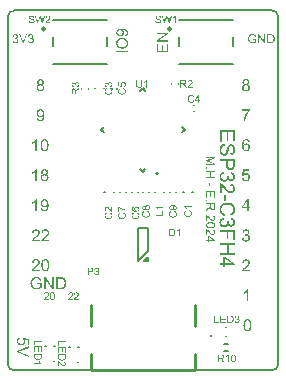
<source format=gto>
G04*
G04 #@! TF.GenerationSoftware,Altium Limited,Altium Designer,23.4.1 (23)*
G04*
G04 Layer_Color=65535*
%FSLAX44Y44*%
%MOMM*%
G71*
G04*
G04 #@! TF.SameCoordinates,DEFA907D-C73D-477E-9BAD-7C3FCEA48035*
G04*
G04*
G04 #@! TF.FilePolarity,Positive*
G04*
G01*
G75*
%ADD10C,0.2000*%
%ADD11C,0.2540*%
%ADD12C,0.1524*%
%ADD13C,0.1000*%
%ADD14C,0.1270*%
G36*
X61131Y179482D02*
X55704Y177665D01*
X55693Y177660D01*
X55671Y177654D01*
X55632Y177643D01*
X55583Y177627D01*
X55516Y177605D01*
X55444Y177582D01*
X55367Y177555D01*
X55278Y177527D01*
X55095Y177466D01*
X54907Y177405D01*
X54813Y177377D01*
X54724Y177350D01*
X54647Y177322D01*
X54569Y177300D01*
X54575D01*
X54591Y177294D01*
X54614Y177283D01*
X54647Y177272D01*
X54691Y177261D01*
X54746Y177245D01*
X54807Y177222D01*
X54879Y177200D01*
X54962Y177173D01*
X55051Y177139D01*
X55151Y177106D01*
X55261Y177073D01*
X55383Y177029D01*
X55511Y176990D01*
X55649Y176940D01*
X55799Y176890D01*
X61131Y175052D01*
Y173684D01*
X53467D01*
Y174664D01*
X59879D01*
X53467Y176896D01*
Y177815D01*
X59990Y180024D01*
X53467D01*
Y181004D01*
X61131D01*
Y179482D01*
D02*
G37*
G36*
X54536Y170838D02*
X53467D01*
Y171907D01*
X54536D01*
Y170838D01*
D02*
G37*
G36*
X61131Y168031D02*
X57980D01*
Y164055D01*
X61131D01*
Y163042D01*
X53467D01*
Y164055D01*
X57078D01*
Y168031D01*
X53467D01*
Y169044D01*
X61131D01*
Y168031D01*
D02*
G37*
G36*
X56712Y155971D02*
X55765D01*
Y158872D01*
X56712D01*
Y155971D01*
D02*
G37*
G36*
X61131Y146281D02*
X60228D01*
Y150804D01*
X57881D01*
Y146568D01*
X56978D01*
Y150804D01*
X54370D01*
Y146103D01*
X53467D01*
Y151818D01*
X61131D01*
Y146281D01*
D02*
G37*
G36*
X54536Y143484D02*
X53467D01*
Y144553D01*
X54536D01*
Y143484D01*
D02*
G37*
G36*
X61131Y138218D02*
X61125Y138152D01*
Y138063D01*
X61120Y137964D01*
X61114Y137858D01*
X61103Y137737D01*
X61092Y137615D01*
X61081Y137487D01*
X61042Y137227D01*
X61020Y137105D01*
X60992Y136984D01*
X60959Y136867D01*
X60921Y136762D01*
Y136757D01*
X60909Y136740D01*
X60898Y136712D01*
X60882Y136673D01*
X60859Y136629D01*
X60826Y136579D01*
X60793Y136518D01*
X60754Y136458D01*
X60704Y136391D01*
X60655Y136319D01*
X60594Y136247D01*
X60527Y136175D01*
X60450Y136109D01*
X60372Y136037D01*
X60284Y135970D01*
X60189Y135909D01*
X60184Y135904D01*
X60167Y135893D01*
X60140Y135882D01*
X60101Y135859D01*
X60051Y135837D01*
X59990Y135810D01*
X59924Y135777D01*
X59852Y135749D01*
X59769Y135721D01*
X59680Y135688D01*
X59586Y135660D01*
X59486Y135638D01*
X59381Y135616D01*
X59270Y135599D01*
X59154Y135594D01*
X59038Y135588D01*
X59027D01*
X59005D01*
X58960Y135594D01*
X58899D01*
X58833Y135605D01*
X58750Y135616D01*
X58661Y135632D01*
X58562Y135655D01*
X58456Y135682D01*
X58346Y135716D01*
X58229Y135760D01*
X58113Y135810D01*
X57997Y135871D01*
X57886Y135943D01*
X57770Y136026D01*
X57665Y136120D01*
X57659Y136125D01*
X57642Y136142D01*
X57615Y136175D01*
X57576Y136220D01*
X57532Y136275D01*
X57482Y136347D01*
X57427Y136424D01*
X57366Y136518D01*
X57305Y136629D01*
X57244Y136746D01*
X57188Y136884D01*
X57127Y137028D01*
X57078Y137189D01*
X57028Y137360D01*
X56989Y137548D01*
X56956Y137748D01*
Y137742D01*
X56945Y137731D01*
X56939Y137709D01*
X56923Y137681D01*
X56906Y137648D01*
X56884Y137609D01*
X56834Y137521D01*
X56779Y137421D01*
X56712Y137321D01*
X56646Y137227D01*
X56574Y137139D01*
X56568Y137133D01*
X56557Y137116D01*
X56529Y137094D01*
X56502Y137061D01*
X56458Y137022D01*
X56413Y136978D01*
X56358Y136923D01*
X56291Y136867D01*
X56219Y136806D01*
X56142Y136740D01*
X56059Y136668D01*
X55970Y136596D01*
X55870Y136524D01*
X55771Y136447D01*
X55549Y136297D01*
X53467Y134974D01*
Y136242D01*
X55062Y137255D01*
X55068Y137261D01*
X55090Y137277D01*
X55128Y137299D01*
X55173Y137327D01*
X55234Y137366D01*
X55300Y137410D01*
X55372Y137460D01*
X55450Y137510D01*
X55621Y137626D01*
X55799Y137748D01*
X55965Y137870D01*
X56042Y137930D01*
X56114Y137986D01*
X56120Y137991D01*
X56131Y137997D01*
X56147Y138013D01*
X56175Y138036D01*
X56241Y138091D01*
X56319Y138158D01*
X56402Y138240D01*
X56491Y138324D01*
X56568Y138412D01*
X56629Y138501D01*
X56635Y138512D01*
X56651Y138540D01*
X56679Y138584D01*
X56707Y138645D01*
X56740Y138711D01*
X56779Y138789D01*
X56806Y138872D01*
X56834Y138960D01*
Y138966D01*
X56839Y138994D01*
X56845Y139038D01*
X56856Y139093D01*
X56862Y139171D01*
X56867Y139270D01*
X56873Y139387D01*
Y140699D01*
X53467D01*
Y141712D01*
X61131D01*
Y138218D01*
D02*
G37*
G36*
X53589Y131518D02*
X53678Y131513D01*
X53772Y131502D01*
X53883Y131485D01*
X53999Y131458D01*
X54115Y131419D01*
X54121D01*
X54137Y131408D01*
X54165Y131397D01*
X54204Y131380D01*
X54254Y131363D01*
X54309Y131336D01*
X54370Y131302D01*
X54436Y131269D01*
X54514Y131230D01*
X54591Y131181D01*
X54763Y131075D01*
X54946Y130948D01*
X55134Y130799D01*
X55140Y130793D01*
X55156Y130776D01*
X55184Y130754D01*
X55223Y130721D01*
X55272Y130677D01*
X55328Y130621D01*
X55394Y130560D01*
X55466Y130483D01*
X55549Y130400D01*
X55638Y130311D01*
X55732Y130212D01*
X55837Y130101D01*
X55943Y129979D01*
X56053Y129852D01*
X56170Y129713D01*
X56291Y129569D01*
X56297Y129564D01*
X56302Y129553D01*
X56319Y129536D01*
X56336Y129514D01*
X56363Y129486D01*
X56391Y129453D01*
X56463Y129370D01*
X56546Y129265D01*
X56651Y129154D01*
X56762Y129027D01*
X56884Y128894D01*
X57011Y128750D01*
X57144Y128611D01*
X57277Y128467D01*
X57415Y128335D01*
X57548Y128202D01*
X57676Y128085D01*
X57803Y127975D01*
X57919Y127886D01*
X57925Y127880D01*
X57947Y127869D01*
X57980Y127847D01*
X58019Y127814D01*
X58074Y127781D01*
X58135Y127747D01*
X58207Y127703D01*
X58285Y127664D01*
X58368Y127626D01*
X58456Y127581D01*
X58650Y127509D01*
X58750Y127482D01*
X58850Y127460D01*
X58949Y127449D01*
X59049Y127443D01*
X59054D01*
X59077D01*
X59104D01*
X59143Y127449D01*
X59193Y127454D01*
X59248Y127465D01*
X59309Y127476D01*
X59376Y127493D01*
X59448Y127515D01*
X59525Y127543D01*
X59603Y127576D01*
X59680Y127615D01*
X59763Y127659D01*
X59841Y127714D01*
X59918Y127775D01*
X59990Y127847D01*
X59996Y127853D01*
X60007Y127864D01*
X60023Y127886D01*
X60051Y127919D01*
X60079Y127958D01*
X60112Y128008D01*
X60151Y128063D01*
X60184Y128124D01*
X60223Y128196D01*
X60256Y128274D01*
X60289Y128362D01*
X60317Y128451D01*
X60345Y128550D01*
X60361Y128656D01*
X60372Y128766D01*
X60378Y128883D01*
Y128949D01*
X60372Y128993D01*
X60367Y129054D01*
X60356Y129121D01*
X60345Y129193D01*
X60328Y129276D01*
X60306Y129359D01*
X60278Y129447D01*
X60245Y129536D01*
X60206Y129630D01*
X60156Y129719D01*
X60101Y129807D01*
X60040Y129896D01*
X59968Y129973D01*
X59963Y129979D01*
X59951Y129990D01*
X59924Y130012D01*
X59896Y130034D01*
X59852Y130068D01*
X59802Y130101D01*
X59741Y130140D01*
X59675Y130173D01*
X59603Y130212D01*
X59514Y130250D01*
X59425Y130284D01*
X59326Y130317D01*
X59215Y130339D01*
X59099Y130361D01*
X58977Y130372D01*
X58844Y130378D01*
X58944Y131347D01*
X58949D01*
X58955D01*
X58971Y131341D01*
X58994D01*
X59049Y131336D01*
X59121Y131319D01*
X59209Y131302D01*
X59315Y131280D01*
X59431Y131253D01*
X59553Y131219D01*
X59686Y131175D01*
X59819Y131125D01*
X59957Y131064D01*
X60095Y130992D01*
X60228Y130915D01*
X60356Y130821D01*
X60477Y130721D01*
X60588Y130605D01*
X60594Y130599D01*
X60610Y130577D01*
X60644Y130538D01*
X60677Y130489D01*
X60721Y130422D01*
X60771Y130344D01*
X60821Y130250D01*
X60876Y130145D01*
X60926Y130023D01*
X60976Y129896D01*
X61026Y129752D01*
X61070Y129597D01*
X61109Y129431D01*
X61136Y129254D01*
X61153Y129065D01*
X61159Y128866D01*
Y128816D01*
X61153Y128761D01*
X61147Y128683D01*
X61142Y128589D01*
X61125Y128484D01*
X61109Y128362D01*
X61081Y128235D01*
X61048Y128096D01*
X61009Y127958D01*
X60959Y127809D01*
X60898Y127664D01*
X60826Y127521D01*
X60749Y127382D01*
X60655Y127249D01*
X60544Y127122D01*
X60538Y127116D01*
X60516Y127094D01*
X60483Y127061D01*
X60433Y127022D01*
X60378Y126972D01*
X60306Y126917D01*
X60223Y126856D01*
X60129Y126795D01*
X60023Y126740D01*
X59907Y126679D01*
X59780Y126623D01*
X59647Y126574D01*
X59503Y126535D01*
X59353Y126502D01*
X59193Y126480D01*
X59027Y126474D01*
X59021D01*
X59005D01*
X58982D01*
X58949D01*
X58905Y126480D01*
X58861Y126485D01*
X58805Y126491D01*
X58744Y126496D01*
X58606Y126518D01*
X58451Y126552D01*
X58290Y126601D01*
X58124Y126662D01*
X58119D01*
X58102Y126673D01*
X58080Y126684D01*
X58047Y126701D01*
X58008Y126718D01*
X57958Y126745D01*
X57903Y126773D01*
X57842Y126812D01*
X57775Y126851D01*
X57703Y126895D01*
X57543Y127006D01*
X57460Y127066D01*
X57371Y127133D01*
X57283Y127210D01*
X57188Y127288D01*
X57183Y127294D01*
X57166Y127310D01*
X57139Y127332D01*
X57100Y127371D01*
X57050Y127421D01*
X56989Y127482D01*
X56917Y127548D01*
X56834Y127631D01*
X56745Y127725D01*
X56646Y127836D01*
X56535Y127952D01*
X56413Y128085D01*
X56286Y128229D01*
X56147Y128384D01*
X55998Y128556D01*
X55843Y128739D01*
X55837Y128750D01*
X55810Y128778D01*
X55776Y128816D01*
X55727Y128872D01*
X55671Y128944D01*
X55605Y129016D01*
X55533Y129099D01*
X55455Y129187D01*
X55295Y129375D01*
X55212Y129464D01*
X55134Y129553D01*
X55057Y129636D01*
X54990Y129708D01*
X54929Y129774D01*
X54874Y129824D01*
X54863Y129835D01*
X54830Y129863D01*
X54780Y129907D01*
X54719Y129962D01*
X54641Y130023D01*
X54558Y130090D01*
X54464Y130156D01*
X54370Y130217D01*
Y126463D01*
X53467D01*
Y131524D01*
X53473D01*
X53484D01*
X53501D01*
X53523D01*
X53556D01*
X53589Y131518D01*
D02*
G37*
G36*
X57421Y125450D02*
X57471D01*
X57582Y125444D01*
X57714Y125438D01*
X57864Y125433D01*
X58025Y125422D01*
X58196Y125405D01*
X58373Y125389D01*
X58739Y125339D01*
X58921Y125306D01*
X59099Y125267D01*
X59270Y125228D01*
X59431Y125178D01*
X59442Y125173D01*
X59470Y125167D01*
X59509Y125151D01*
X59569Y125128D01*
X59636Y125095D01*
X59719Y125062D01*
X59808Y125018D01*
X59902Y124968D01*
X60001Y124918D01*
X60107Y124852D01*
X60217Y124785D01*
X60322Y124713D01*
X60428Y124630D01*
X60527Y124542D01*
X60621Y124447D01*
X60710Y124348D01*
X60716Y124342D01*
X60732Y124320D01*
X60754Y124292D01*
X60782Y124248D01*
X60815Y124193D01*
X60854Y124126D01*
X60893Y124054D01*
X60937Y123966D01*
X60976Y123871D01*
X61015Y123766D01*
X61053Y123650D01*
X61087Y123528D01*
X61120Y123395D01*
X61142Y123257D01*
X61153Y123113D01*
X61159Y122958D01*
Y122897D01*
X61153Y122853D01*
Y122803D01*
X61147Y122736D01*
X61136Y122670D01*
X61125Y122592D01*
X61098Y122426D01*
X61053Y122244D01*
X60992Y122055D01*
X60954Y121967D01*
X60909Y121878D01*
Y121873D01*
X60898Y121856D01*
X60882Y121834D01*
X60865Y121801D01*
X60837Y121762D01*
X60804Y121718D01*
X60771Y121662D01*
X60727Y121607D01*
X60627Y121485D01*
X60500Y121358D01*
X60356Y121230D01*
X60189Y121114D01*
X60184Y121108D01*
X60167Y121103D01*
X60140Y121086D01*
X60107Y121064D01*
X60062Y121037D01*
X60007Y121009D01*
X59946Y120976D01*
X59874Y120942D01*
X59796Y120904D01*
X59708Y120865D01*
X59614Y120826D01*
X59514Y120782D01*
X59409Y120743D01*
X59298Y120710D01*
X59176Y120671D01*
X59054Y120638D01*
X59049D01*
X59021Y120632D01*
X58988Y120621D01*
X58933Y120610D01*
X58866Y120599D01*
X58783Y120582D01*
X58689Y120566D01*
X58578Y120549D01*
X58456Y120533D01*
X58318Y120516D01*
X58169Y120499D01*
X58008Y120488D01*
X57836Y120477D01*
X57648Y120466D01*
X57454Y120461D01*
X57244D01*
X57238D01*
X57227D01*
X57210D01*
X57183D01*
X57155D01*
X57116D01*
X57072Y120466D01*
X57022D01*
X56906Y120472D01*
X56773Y120477D01*
X56629Y120483D01*
X56469Y120494D01*
X56297Y120510D01*
X56120Y120527D01*
X55760Y120577D01*
X55577Y120610D01*
X55400Y120649D01*
X55228Y120693D01*
X55068Y120743D01*
X55057Y120749D01*
X55029Y120754D01*
X54990Y120771D01*
X54929Y120793D01*
X54863Y120826D01*
X54780Y120859D01*
X54691Y120904D01*
X54597Y120948D01*
X54497Y121003D01*
X54392Y121070D01*
X54287Y121136D01*
X54176Y121208D01*
X54071Y121291D01*
X53971Y121380D01*
X53877Y121474D01*
X53788Y121574D01*
X53783Y121579D01*
X53772Y121601D01*
X53750Y121629D01*
X53717Y121673D01*
X53683Y121729D01*
X53645Y121790D01*
X53606Y121867D01*
X53567Y121950D01*
X53523Y122050D01*
X53484Y122155D01*
X53445Y122266D01*
X53412Y122388D01*
X53384Y122520D01*
X53362Y122659D01*
X53346Y122803D01*
X53340Y122958D01*
Y123008D01*
X53346Y123063D01*
X53351Y123141D01*
X53362Y123235D01*
X53384Y123345D01*
X53407Y123462D01*
X53440Y123595D01*
X53478Y123733D01*
X53534Y123871D01*
X53595Y124016D01*
X53672Y124165D01*
X53761Y124309D01*
X53866Y124447D01*
X53988Y124580D01*
X54126Y124702D01*
X54132D01*
X54137Y124708D01*
X54154Y124719D01*
X54171Y124735D01*
X54198Y124752D01*
X54232Y124774D01*
X54265Y124796D01*
X54309Y124818D01*
X54359Y124846D01*
X54414Y124879D01*
X54475Y124907D01*
X54542Y124940D01*
X54619Y124973D01*
X54697Y125007D01*
X54785Y125045D01*
X54874Y125079D01*
X54974Y125112D01*
X55079Y125151D01*
X55189Y125184D01*
X55311Y125217D01*
X55433Y125250D01*
X55566Y125278D01*
X55699Y125311D01*
X55848Y125339D01*
X55998Y125361D01*
X56153Y125383D01*
X56319Y125405D01*
X56491Y125422D01*
X56668Y125438D01*
X56851Y125444D01*
X57044Y125455D01*
X57244D01*
X57249D01*
X57260D01*
X57277D01*
X57305D01*
X57338D01*
X57377D01*
X57421Y125450D01*
D02*
G37*
G36*
X53589Y119613D02*
X53678Y119608D01*
X53772Y119597D01*
X53883Y119580D01*
X53999Y119552D01*
X54115Y119514D01*
X54121D01*
X54137Y119503D01*
X54165Y119492D01*
X54204Y119475D01*
X54254Y119458D01*
X54309Y119431D01*
X54370Y119397D01*
X54436Y119364D01*
X54514Y119326D01*
X54591Y119276D01*
X54763Y119170D01*
X54946Y119043D01*
X55134Y118894D01*
X55140Y118888D01*
X55156Y118871D01*
X55184Y118849D01*
X55223Y118816D01*
X55272Y118772D01*
X55328Y118716D01*
X55394Y118656D01*
X55466Y118578D01*
X55549Y118495D01*
X55638Y118406D01*
X55732Y118307D01*
X55837Y118196D01*
X55943Y118074D01*
X56053Y117947D01*
X56170Y117808D01*
X56291Y117664D01*
X56297Y117659D01*
X56302Y117648D01*
X56319Y117631D01*
X56336Y117609D01*
X56363Y117581D01*
X56391Y117548D01*
X56463Y117465D01*
X56546Y117360D01*
X56651Y117249D01*
X56762Y117122D01*
X56884Y116989D01*
X57011Y116845D01*
X57144Y116706D01*
X57277Y116562D01*
X57415Y116430D01*
X57548Y116297D01*
X57676Y116180D01*
X57803Y116070D01*
X57919Y115981D01*
X57925Y115976D01*
X57947Y115964D01*
X57980Y115942D01*
X58019Y115909D01*
X58074Y115876D01*
X58135Y115843D01*
X58207Y115798D01*
X58285Y115759D01*
X58368Y115721D01*
X58456Y115676D01*
X58650Y115604D01*
X58750Y115577D01*
X58850Y115555D01*
X58949Y115544D01*
X59049Y115538D01*
X59054D01*
X59077D01*
X59104D01*
X59143Y115544D01*
X59193Y115549D01*
X59248Y115560D01*
X59309Y115571D01*
X59376Y115588D01*
X59448Y115610D01*
X59525Y115638D01*
X59603Y115671D01*
X59680Y115710D01*
X59763Y115754D01*
X59841Y115809D01*
X59918Y115870D01*
X59990Y115942D01*
X59996Y115948D01*
X60007Y115959D01*
X60023Y115981D01*
X60051Y116014D01*
X60079Y116053D01*
X60112Y116103D01*
X60151Y116158D01*
X60184Y116219D01*
X60223Y116291D01*
X60256Y116369D01*
X60289Y116457D01*
X60317Y116546D01*
X60345Y116645D01*
X60361Y116751D01*
X60372Y116861D01*
X60378Y116978D01*
Y117044D01*
X60372Y117088D01*
X60367Y117149D01*
X60356Y117216D01*
X60345Y117288D01*
X60328Y117371D01*
X60306Y117454D01*
X60278Y117542D01*
X60245Y117631D01*
X60206Y117725D01*
X60156Y117814D01*
X60101Y117902D01*
X60040Y117991D01*
X59968Y118069D01*
X59963Y118074D01*
X59951Y118085D01*
X59924Y118107D01*
X59896Y118129D01*
X59852Y118163D01*
X59802Y118196D01*
X59741Y118235D01*
X59675Y118268D01*
X59603Y118307D01*
X59514Y118345D01*
X59425Y118379D01*
X59326Y118412D01*
X59215Y118434D01*
X59099Y118456D01*
X58977Y118467D01*
X58844Y118473D01*
X58944Y119442D01*
X58949D01*
X58955D01*
X58971Y119436D01*
X58994D01*
X59049Y119431D01*
X59121Y119414D01*
X59209Y119397D01*
X59315Y119375D01*
X59431Y119348D01*
X59553Y119314D01*
X59686Y119270D01*
X59819Y119220D01*
X59957Y119159D01*
X60095Y119087D01*
X60228Y119010D01*
X60356Y118916D01*
X60477Y118816D01*
X60588Y118700D01*
X60594Y118694D01*
X60610Y118672D01*
X60644Y118633D01*
X60677Y118583D01*
X60721Y118517D01*
X60771Y118440D01*
X60821Y118345D01*
X60876Y118240D01*
X60926Y118118D01*
X60976Y117991D01*
X61026Y117847D01*
X61070Y117692D01*
X61109Y117526D01*
X61136Y117349D01*
X61153Y117160D01*
X61159Y116961D01*
Y116911D01*
X61153Y116856D01*
X61147Y116778D01*
X61142Y116684D01*
X61125Y116579D01*
X61109Y116457D01*
X61081Y116330D01*
X61048Y116191D01*
X61009Y116053D01*
X60959Y115904D01*
X60898Y115759D01*
X60826Y115616D01*
X60749Y115477D01*
X60655Y115344D01*
X60544Y115217D01*
X60538Y115211D01*
X60516Y115189D01*
X60483Y115156D01*
X60433Y115117D01*
X60378Y115067D01*
X60306Y115012D01*
X60223Y114951D01*
X60129Y114890D01*
X60023Y114835D01*
X59907Y114774D01*
X59780Y114719D01*
X59647Y114669D01*
X59503Y114630D01*
X59353Y114597D01*
X59193Y114574D01*
X59027Y114569D01*
X59021D01*
X59005D01*
X58982D01*
X58949D01*
X58905Y114574D01*
X58861Y114580D01*
X58805Y114586D01*
X58744Y114591D01*
X58606Y114613D01*
X58451Y114647D01*
X58290Y114696D01*
X58124Y114757D01*
X58119D01*
X58102Y114768D01*
X58080Y114779D01*
X58047Y114796D01*
X58008Y114813D01*
X57958Y114840D01*
X57903Y114868D01*
X57842Y114907D01*
X57775Y114945D01*
X57703Y114990D01*
X57543Y115101D01*
X57460Y115162D01*
X57371Y115228D01*
X57283Y115306D01*
X57188Y115383D01*
X57183Y115388D01*
X57166Y115405D01*
X57139Y115427D01*
X57100Y115466D01*
X57050Y115516D01*
X56989Y115577D01*
X56917Y115643D01*
X56834Y115726D01*
X56745Y115820D01*
X56646Y115931D01*
X56535Y116047D01*
X56413Y116180D01*
X56286Y116324D01*
X56147Y116479D01*
X55998Y116651D01*
X55843Y116834D01*
X55837Y116845D01*
X55810Y116873D01*
X55776Y116911D01*
X55727Y116967D01*
X55671Y117039D01*
X55605Y117111D01*
X55533Y117194D01*
X55455Y117282D01*
X55295Y117471D01*
X55212Y117559D01*
X55134Y117648D01*
X55057Y117731D01*
X54990Y117803D01*
X54929Y117869D01*
X54874Y117919D01*
X54863Y117930D01*
X54830Y117958D01*
X54780Y118002D01*
X54719Y118057D01*
X54641Y118118D01*
X54558Y118185D01*
X54464Y118251D01*
X54370Y118312D01*
Y114558D01*
X53467D01*
Y119619D01*
X53473D01*
X53484D01*
X53501D01*
X53523D01*
X53556D01*
X53589Y119613D01*
D02*
G37*
G36*
X61131Y110361D02*
Y109591D01*
X56164D01*
Y108556D01*
X55300D01*
Y109591D01*
X53467D01*
Y110532D01*
X55300D01*
Y113855D01*
X56164D01*
X61131Y110361D01*
D02*
G37*
G36*
X77797Y193954D02*
X76290D01*
Y201508D01*
X72370D01*
Y194435D01*
X70863D01*
Y201508D01*
X66508D01*
Y193659D01*
X65001D01*
Y203200D01*
X77797D01*
Y193954D01*
D02*
G37*
G36*
X69254Y190284D02*
X69245D01*
X69208Y190275D01*
X69162D01*
X69097Y190256D01*
X69014Y190247D01*
X68912Y190228D01*
X68810Y190201D01*
X68690Y190173D01*
X68440Y190108D01*
X68172Y190016D01*
X67913Y189905D01*
X67664Y189766D01*
X67655Y189757D01*
X67636Y189748D01*
X67608Y189720D01*
X67562Y189683D01*
X67507Y189646D01*
X67451Y189590D01*
X67386Y189526D01*
X67313Y189452D01*
X67239Y189369D01*
X67155Y189267D01*
X67072Y189165D01*
X66989Y189045D01*
X66906Y188925D01*
X66823Y188786D01*
X66749Y188638D01*
X66675Y188481D01*
Y188472D01*
X66656Y188444D01*
X66638Y188389D01*
X66619Y188324D01*
X66591Y188241D01*
X66554Y188148D01*
X66517Y188028D01*
X66490Y187908D01*
X66453Y187769D01*
X66416Y187612D01*
X66388Y187455D01*
X66351Y187279D01*
X66314Y186909D01*
X66295Y186512D01*
Y186419D01*
X66305Y186345D01*
Y186262D01*
X66314Y186170D01*
X66323Y186059D01*
X66333Y185938D01*
X66370Y185670D01*
X66416Y185384D01*
X66490Y185097D01*
X66582Y184811D01*
Y184801D01*
X66591Y184774D01*
X66610Y184736D01*
X66638Y184690D01*
X66665Y184626D01*
X66702Y184561D01*
X66786Y184394D01*
X66897Y184219D01*
X67035Y184034D01*
X67192Y183858D01*
X67368Y183710D01*
X67377D01*
X67396Y183692D01*
X67424Y183673D01*
X67460Y183655D01*
X67507Y183627D01*
X67562Y183590D01*
X67701Y183525D01*
X67858Y183461D01*
X68043Y183396D01*
X68256Y183359D01*
X68468Y183340D01*
X68478D01*
X68496D01*
X68524D01*
X68570Y183350D01*
X68625D01*
X68681Y183359D01*
X68829Y183387D01*
X68986Y183424D01*
X69162Y183488D01*
X69337Y183581D01*
X69513Y183701D01*
X69522D01*
X69531Y183720D01*
X69587Y183766D01*
X69670Y183858D01*
X69726Y183914D01*
X69781Y183978D01*
X69837Y184052D01*
X69901Y184135D01*
X69966Y184228D01*
X70031Y184339D01*
X70096Y184450D01*
X70160Y184579D01*
X70216Y184709D01*
X70280Y184857D01*
Y184866D01*
X70290Y184884D01*
X70299Y184912D01*
X70317Y184968D01*
X70336Y185032D01*
X70364Y185106D01*
X70391Y185208D01*
X70428Y185328D01*
X70475Y185476D01*
X70521Y185633D01*
X70567Y185818D01*
X70623Y186031D01*
X70687Y186262D01*
X70752Y186530D01*
X70826Y186817D01*
X70900Y187131D01*
Y187140D01*
X70909Y187150D01*
Y187177D01*
X70918Y187205D01*
X70946Y187297D01*
X70974Y187418D01*
X71011Y187556D01*
X71057Y187723D01*
X71103Y187908D01*
X71159Y188093D01*
X71279Y188500D01*
X71418Y188906D01*
X71492Y189100D01*
X71565Y189285D01*
X71630Y189443D01*
X71704Y189590D01*
X71714Y189600D01*
X71723Y189627D01*
X71750Y189674D01*
X71787Y189738D01*
X71834Y189812D01*
X71898Y189905D01*
X71963Y189997D01*
X72037Y190108D01*
X72203Y190330D01*
X72407Y190552D01*
X72638Y190774D01*
X72768Y190866D01*
X72897Y190959D01*
X72906Y190968D01*
X72934Y190977D01*
X72971Y190996D01*
X73026Y191024D01*
X73091Y191061D01*
X73165Y191098D01*
X73257Y191134D01*
X73359Y191181D01*
X73479Y191218D01*
X73600Y191264D01*
X73868Y191329D01*
X74164Y191384D01*
X74321Y191393D01*
X74487Y191403D01*
X74496D01*
X74533D01*
X74580D01*
X74654Y191393D01*
X74737Y191384D01*
X74839Y191375D01*
X74949Y191356D01*
X75079Y191338D01*
X75218Y191301D01*
X75356Y191273D01*
X75504Y191227D01*
X75661Y191171D01*
X75819Y191107D01*
X75976Y191033D01*
X76142Y190950D01*
X76299Y190857D01*
X76308Y190848D01*
X76336Y190829D01*
X76382Y190802D01*
X76438Y190755D01*
X76512Y190700D01*
X76586Y190626D01*
X76678Y190543D01*
X76771Y190450D01*
X76873Y190349D01*
X76983Y190228D01*
X77085Y190099D01*
X77196Y189951D01*
X77298Y189794D01*
X77400Y189627D01*
X77492Y189452D01*
X77575Y189258D01*
X77584Y189248D01*
X77594Y189211D01*
X77612Y189156D01*
X77649Y189073D01*
X77677Y188971D01*
X77714Y188860D01*
X77760Y188721D01*
X77797Y188564D01*
X77843Y188398D01*
X77880Y188222D01*
X77917Y188028D01*
X77954Y187824D01*
X77982Y187603D01*
X78000Y187381D01*
X78010Y187150D01*
X78019Y186909D01*
Y186770D01*
X78010Y186669D01*
Y186549D01*
X77991Y186401D01*
X77982Y186243D01*
X77964Y186059D01*
X77936Y185874D01*
X77908Y185670D01*
X77825Y185254D01*
X77769Y185032D01*
X77714Y184820D01*
X77640Y184607D01*
X77557Y184404D01*
X77547Y184394D01*
X77538Y184357D01*
X77510Y184302D01*
X77474Y184228D01*
X77427Y184135D01*
X77362Y184034D01*
X77298Y183914D01*
X77215Y183794D01*
X77131Y183655D01*
X77030Y183525D01*
X76919Y183387D01*
X76799Y183248D01*
X76669Y183109D01*
X76521Y182980D01*
X76373Y182850D01*
X76207Y182740D01*
X76198Y182730D01*
X76170Y182712D01*
X76114Y182684D01*
X76050Y182647D01*
X75966Y182601D01*
X75865Y182545D01*
X75754Y182499D01*
X75624Y182434D01*
X75486Y182379D01*
X75328Y182323D01*
X75162Y182268D01*
X74986Y182222D01*
X74802Y182176D01*
X74607Y182139D01*
X74404Y182120D01*
X74201Y182101D01*
X74080Y183729D01*
X74099D01*
X74136Y183738D01*
X74201Y183747D01*
X74284Y183766D01*
X74376Y183784D01*
X74496Y183812D01*
X74626Y183849D01*
X74764Y183895D01*
X74912Y183941D01*
X75060Y184006D01*
X75208Y184080D01*
X75366Y184163D01*
X75513Y184256D01*
X75652Y184367D01*
X75791Y184487D01*
X75911Y184616D01*
X75920Y184626D01*
X75939Y184653D01*
X75966Y184690D01*
X76013Y184755D01*
X76059Y184838D01*
X76105Y184931D01*
X76161Y185042D01*
X76225Y185171D01*
X76281Y185319D01*
X76336Y185485D01*
X76382Y185670D01*
X76438Y185865D01*
X76475Y186086D01*
X76503Y186318D01*
X76521Y186567D01*
X76530Y186835D01*
Y186983D01*
X76521Y187085D01*
X76512Y187214D01*
X76503Y187353D01*
X76484Y187519D01*
X76456Y187686D01*
X76392Y188056D01*
X76346Y188241D01*
X76290Y188426D01*
X76225Y188601D01*
X76151Y188777D01*
X76068Y188934D01*
X75966Y189073D01*
X75957Y189082D01*
X75939Y189100D01*
X75911Y189137D01*
X75865Y189184D01*
X75809Y189230D01*
X75745Y189295D01*
X75671Y189350D01*
X75587Y189415D01*
X75495Y189480D01*
X75384Y189544D01*
X75153Y189655D01*
X75033Y189701D01*
X74894Y189738D01*
X74755Y189757D01*
X74607Y189766D01*
X74598D01*
X74580D01*
X74543D01*
X74496Y189757D01*
X74432Y189748D01*
X74367Y189738D01*
X74210Y189701D01*
X74025Y189646D01*
X73840Y189563D01*
X73738Y189507D01*
X73646Y189433D01*
X73553Y189359D01*
X73470Y189276D01*
X73461Y189267D01*
X73452Y189248D01*
X73424Y189221D01*
X73396Y189165D01*
X73350Y189100D01*
X73304Y189008D01*
X73248Y188906D01*
X73183Y188777D01*
X73119Y188620D01*
X73045Y188444D01*
X72971Y188231D01*
X72888Y188000D01*
X72804Y187732D01*
X72721Y187436D01*
X72638Y187103D01*
X72546Y186734D01*
Y186724D01*
X72536Y186706D01*
Y186678D01*
X72527Y186641D01*
X72518Y186595D01*
X72499Y186539D01*
X72472Y186401D01*
X72425Y186234D01*
X72379Y186040D01*
X72333Y185828D01*
X72268Y185606D01*
X72148Y185134D01*
X72083Y184903D01*
X72009Y184672D01*
X71945Y184450D01*
X71871Y184247D01*
X71806Y184062D01*
X71741Y183904D01*
X71732Y183895D01*
X71714Y183858D01*
X71686Y183794D01*
X71649Y183720D01*
X71593Y183627D01*
X71538Y183525D01*
X71464Y183405D01*
X71381Y183276D01*
X71297Y183146D01*
X71196Y183008D01*
X70974Y182730D01*
X70715Y182471D01*
X70576Y182360D01*
X70428Y182249D01*
X70419Y182240D01*
X70391Y182222D01*
X70345Y182203D01*
X70290Y182166D01*
X70216Y182129D01*
X70123Y182083D01*
X70022Y182028D01*
X69911Y181981D01*
X69781Y181935D01*
X69643Y181880D01*
X69495Y181833D01*
X69328Y181796D01*
X69162Y181759D01*
X68986Y181732D01*
X68810Y181722D01*
X68616Y181713D01*
X68607D01*
X68570D01*
X68514D01*
X68440Y181722D01*
X68348Y181732D01*
X68246Y181741D01*
X68126Y181759D01*
X67987Y181787D01*
X67849Y181815D01*
X67692Y181861D01*
X67534Y181907D01*
X67368Y181963D01*
X67202Y182028D01*
X67026Y182111D01*
X66859Y182203D01*
X66684Y182305D01*
X66675Y182314D01*
X66647Y182333D01*
X66601Y182370D01*
X66536Y182416D01*
X66462Y182471D01*
X66370Y182545D01*
X66277Y182628D01*
X66175Y182730D01*
X66064Y182841D01*
X65953Y182971D01*
X65833Y183109D01*
X65713Y183257D01*
X65602Y183414D01*
X65491Y183590D01*
X65389Y183775D01*
X65288Y183978D01*
X65279Y183988D01*
X65269Y184025D01*
X65242Y184089D01*
X65214Y184172D01*
X65177Y184274D01*
X65131Y184394D01*
X65084Y184533D01*
X65038Y184690D01*
X64992Y184866D01*
X64946Y185060D01*
X64909Y185264D01*
X64862Y185476D01*
X64835Y185698D01*
X64807Y185938D01*
X64798Y186188D01*
X64788Y186438D01*
Y186604D01*
X64798Y186724D01*
X64807Y186872D01*
X64816Y187048D01*
X64835Y187242D01*
X64853Y187455D01*
X64881Y187677D01*
X64909Y187908D01*
X65001Y188398D01*
X65057Y188647D01*
X65121Y188888D01*
X65205Y189128D01*
X65288Y189350D01*
X65297Y189359D01*
X65315Y189405D01*
X65343Y189461D01*
X65380Y189544D01*
X65436Y189646D01*
X65500Y189757D01*
X65584Y189886D01*
X65667Y190016D01*
X65769Y190164D01*
X65880Y190312D01*
X66009Y190469D01*
X66148Y190617D01*
X66295Y190774D01*
X66453Y190922D01*
X66628Y191061D01*
X66813Y191190D01*
X66823Y191199D01*
X66859Y191218D01*
X66915Y191255D01*
X66989Y191292D01*
X67091Y191347D01*
X67202Y191403D01*
X67331Y191467D01*
X67479Y191523D01*
X67645Y191588D01*
X67821Y191652D01*
X68015Y191708D01*
X68209Y191763D01*
X68422Y191809D01*
X68644Y191846D01*
X68875Y191874D01*
X69116Y191883D01*
X69254Y190284D01*
D02*
G37*
G36*
X77797Y174270D02*
X77788Y174141D01*
Y174012D01*
X77779Y173864D01*
X77769Y173549D01*
X77742Y173226D01*
X77714Y172911D01*
X77686Y172764D01*
X77668Y172634D01*
Y172625D01*
X77658Y172588D01*
X77649Y172542D01*
X77640Y172477D01*
X77621Y172394D01*
X77594Y172301D01*
X77566Y172199D01*
X77538Y172079D01*
X77455Y171830D01*
X77344Y171571D01*
X77224Y171303D01*
X77067Y171053D01*
X77057Y171044D01*
X77048Y171025D01*
X77020Y170988D01*
X76983Y170951D01*
X76947Y170896D01*
X76891Y170831D01*
X76826Y170757D01*
X76752Y170683D01*
X76669Y170609D01*
X76577Y170526D01*
X76364Y170350D01*
X76114Y170184D01*
X75837Y170027D01*
X75828Y170018D01*
X75800Y170008D01*
X75754Y169990D01*
X75698Y169962D01*
X75624Y169934D01*
X75532Y169907D01*
X75430Y169870D01*
X75319Y169833D01*
X75199Y169796D01*
X75060Y169759D01*
X74922Y169731D01*
X74764Y169703D01*
X74441Y169657D01*
X74090Y169638D01*
X74071D01*
X74016D01*
X73932Y169648D01*
X73822Y169657D01*
X73674Y169666D01*
X73516Y169694D01*
X73331Y169722D01*
X73137Y169768D01*
X72925Y169823D01*
X72703Y169897D01*
X72472Y169981D01*
X72241Y170082D01*
X72009Y170202D01*
X71778Y170341D01*
X71547Y170498D01*
X71334Y170683D01*
X71325Y170692D01*
X71288Y170729D01*
X71233Y170794D01*
X71159Y170887D01*
X71076Y171007D01*
X70974Y171155D01*
X70872Y171330D01*
X70770Y171543D01*
X70669Y171783D01*
X70567Y172052D01*
X70465Y172366D01*
X70382Y172699D01*
X70308Y173078D01*
X70280Y173281D01*
X70253Y173494D01*
X70234Y173716D01*
X70216Y173947D01*
X70206Y174187D01*
Y177710D01*
X65001D01*
Y179402D01*
X77797D01*
Y174270D01*
D02*
G37*
G36*
X68589Y166541D02*
X68570D01*
X68533Y166532D01*
X68459Y166513D01*
X68367Y166486D01*
X68256Y166458D01*
X68135Y166421D01*
X67997Y166375D01*
X67849Y166329D01*
X67525Y166199D01*
X67211Y166042D01*
X67054Y165949D01*
X66906Y165848D01*
X66776Y165746D01*
X66656Y165626D01*
X66647Y165617D01*
X66628Y165598D01*
X66601Y165561D01*
X66564Y165506D01*
X66517Y165450D01*
X66471Y165367D01*
X66416Y165284D01*
X66370Y165182D01*
X66314Y165071D01*
X66259Y164951D01*
X66212Y164821D01*
X66166Y164683D01*
X66129Y164535D01*
X66101Y164378D01*
X66083Y164221D01*
X66074Y164045D01*
Y163999D01*
X66083Y163934D01*
Y163860D01*
X66101Y163758D01*
X66111Y163647D01*
X66138Y163527D01*
X66166Y163388D01*
X66212Y163250D01*
X66259Y163093D01*
X66323Y162935D01*
X66397Y162778D01*
X66490Y162621D01*
X66591Y162464D01*
X66702Y162316D01*
X66841Y162168D01*
X66850Y162159D01*
X66878Y162131D01*
X66915Y162094D01*
X66980Y162048D01*
X67054Y161992D01*
X67146Y161928D01*
X67248Y161854D01*
X67368Y161780D01*
X67498Y161715D01*
X67645Y161641D01*
X67793Y161576D01*
X67969Y161521D01*
X68145Y161475D01*
X68330Y161438D01*
X68533Y161410D01*
X68736Y161401D01*
X68746D01*
X68783D01*
X68838D01*
X68921Y161410D01*
X69005Y161419D01*
X69116Y161438D01*
X69236Y161456D01*
X69365Y161493D01*
X69504Y161530D01*
X69652Y161576D01*
X69800Y161632D01*
X69948Y161696D01*
X70096Y161780D01*
X70243Y161881D01*
X70382Y161983D01*
X70521Y162113D01*
X70530Y162122D01*
X70549Y162140D01*
X70585Y162187D01*
X70632Y162242D01*
X70687Y162307D01*
X70743Y162390D01*
X70807Y162492D01*
X70872Y162603D01*
X70937Y162723D01*
X71002Y162861D01*
X71057Y163009D01*
X71112Y163167D01*
X71159Y163333D01*
X71196Y163518D01*
X71214Y163703D01*
X71224Y163906D01*
Y163989D01*
X71214Y164082D01*
X71205Y164211D01*
X71186Y164378D01*
X71150Y164563D01*
X71112Y164775D01*
X71057Y165016D01*
X72435Y164840D01*
Y164812D01*
X72425Y164785D01*
Y164748D01*
X72416Y164664D01*
Y164489D01*
X72425Y164424D01*
X72435Y164331D01*
X72444Y164230D01*
X72462Y164119D01*
X72481Y163989D01*
X72509Y163851D01*
X72546Y163712D01*
X72638Y163407D01*
X72694Y163250D01*
X72768Y163093D01*
X72841Y162935D01*
X72934Y162787D01*
X72943Y162778D01*
X72962Y162750D01*
X72989Y162714D01*
X73036Y162658D01*
X73091Y162603D01*
X73156Y162529D01*
X73239Y162464D01*
X73331Y162381D01*
X73442Y162307D01*
X73563Y162233D01*
X73692Y162168D01*
X73840Y162113D01*
X73997Y162057D01*
X74173Y162020D01*
X74358Y161992D01*
X74552Y161983D01*
X74561D01*
X74589D01*
X74635D01*
X74700Y161992D01*
X74764Y162002D01*
X74857Y162011D01*
X74949Y162029D01*
X75051Y162057D01*
X75273Y162131D01*
X75393Y162177D01*
X75513Y162233D01*
X75634Y162297D01*
X75754Y162381D01*
X75865Y162473D01*
X75976Y162575D01*
X75985Y162584D01*
X76003Y162603D01*
X76031Y162630D01*
X76068Y162677D01*
X76105Y162741D01*
X76161Y162806D01*
X76207Y162889D01*
X76262Y162982D01*
X76318Y163083D01*
X76364Y163194D01*
X76420Y163324D01*
X76456Y163453D01*
X76493Y163601D01*
X76521Y163749D01*
X76540Y163915D01*
X76549Y164082D01*
Y164174D01*
X76540Y164230D01*
X76530Y164313D01*
X76521Y164405D01*
X76503Y164507D01*
X76475Y164618D01*
X76410Y164858D01*
X76364Y164979D01*
X76299Y165108D01*
X76235Y165238D01*
X76161Y165367D01*
X76068Y165487D01*
X75966Y165607D01*
X75957Y165617D01*
X75939Y165635D01*
X75902Y165663D01*
X75855Y165709D01*
X75800Y165755D01*
X75726Y165811D01*
X75634Y165866D01*
X75541Y165931D01*
X75421Y165996D01*
X75292Y166060D01*
X75153Y166134D01*
X74996Y166190D01*
X74829Y166255D01*
X74654Y166301D01*
X74459Y166347D01*
X74247Y166384D01*
X74524Y167956D01*
X74533D01*
X74543D01*
X74598Y167937D01*
X74672Y167919D01*
X74783Y167891D01*
X74922Y167854D01*
X75070Y167808D01*
X75236Y167752D01*
X75421Y167688D01*
X75615Y167604D01*
X75819Y167512D01*
X76022Y167401D01*
X76225Y167281D01*
X76429Y167151D01*
X76623Y167003D01*
X76808Y166837D01*
X76974Y166652D01*
X76983Y166643D01*
X77011Y166606D01*
X77057Y166550D01*
X77113Y166467D01*
X77178Y166366D01*
X77252Y166245D01*
X77326Y166107D01*
X77409Y165949D01*
X77492Y165774D01*
X77566Y165580D01*
X77640Y165376D01*
X77705Y165154D01*
X77760Y164914D01*
X77806Y164655D01*
X77834Y164387D01*
X77843Y164110D01*
Y164008D01*
X77834Y163934D01*
Y163841D01*
X77816Y163731D01*
X77806Y163610D01*
X77788Y163481D01*
X77760Y163333D01*
X77732Y163185D01*
X77649Y162861D01*
X77603Y162686D01*
X77538Y162519D01*
X77474Y162353D01*
X77390Y162187D01*
X77381Y162177D01*
X77372Y162150D01*
X77344Y162103D01*
X77307Y162039D01*
X77261Y161965D01*
X77205Y161881D01*
X77141Y161789D01*
X77067Y161687D01*
X76891Y161465D01*
X76678Y161243D01*
X76438Y161031D01*
X76299Y160929D01*
X76161Y160837D01*
X76151Y160827D01*
X76124Y160818D01*
X76087Y160790D01*
X76022Y160763D01*
X75957Y160726D01*
X75865Y160689D01*
X75772Y160643D01*
X75661Y160596D01*
X75541Y160559D01*
X75421Y160513D01*
X75144Y160439D01*
X74839Y160384D01*
X74681Y160374D01*
X74515Y160365D01*
X74506D01*
X74478D01*
X74432D01*
X74376Y160374D01*
X74302D01*
X74219Y160393D01*
X74117Y160402D01*
X74016Y160421D01*
X73775Y160476D01*
X73526Y160559D01*
X73396Y160606D01*
X73257Y160670D01*
X73128Y160735D01*
X72999Y160818D01*
X72989Y160827D01*
X72971Y160837D01*
X72934Y160864D01*
X72888Y160901D01*
X72832Y160948D01*
X72768Y161003D01*
X72694Y161068D01*
X72610Y161151D01*
X72527Y161234D01*
X72444Y161336D01*
X72351Y161438D01*
X72259Y161558D01*
X72176Y161687D01*
X72083Y161826D01*
X72000Y161974D01*
X71926Y162131D01*
Y162122D01*
X71917Y162085D01*
X71898Y162020D01*
X71871Y161946D01*
X71843Y161844D01*
X71797Y161733D01*
X71750Y161613D01*
X71686Y161484D01*
X71621Y161345D01*
X71538Y161197D01*
X71455Y161049D01*
X71353Y160901D01*
X71242Y160763D01*
X71122Y160624D01*
X70983Y160485D01*
X70835Y160365D01*
X70826Y160356D01*
X70798Y160337D01*
X70752Y160310D01*
X70687Y160263D01*
X70604Y160217D01*
X70511Y160162D01*
X70401Y160106D01*
X70271Y160051D01*
X70123Y159995D01*
X69966Y159931D01*
X69800Y159884D01*
X69615Y159838D01*
X69421Y159792D01*
X69217Y159764D01*
X69005Y159746D01*
X68773Y159736D01*
X68755D01*
X68699D01*
X68607Y159746D01*
X68496Y159755D01*
X68348Y159773D01*
X68182Y159801D01*
X67997Y159838D01*
X67793Y159894D01*
X67571Y159958D01*
X67350Y160032D01*
X67109Y160134D01*
X66869Y160254D01*
X66628Y160393D01*
X66388Y160559D01*
X66157Y160753D01*
X65935Y160966D01*
X65926Y160985D01*
X65889Y161021D01*
X65824Y161086D01*
X65750Y161188D01*
X65667Y161308D01*
X65565Y161447D01*
X65463Y161623D01*
X65353Y161807D01*
X65242Y162020D01*
X65140Y162260D01*
X65038Y162510D01*
X64955Y162787D01*
X64881Y163074D01*
X64816Y163388D01*
X64779Y163712D01*
X64770Y164054D01*
Y164128D01*
X64779Y164221D01*
X64788Y164331D01*
X64798Y164479D01*
X64826Y164646D01*
X64853Y164831D01*
X64900Y165034D01*
X64946Y165247D01*
X65010Y165478D01*
X65094Y165709D01*
X65195Y165949D01*
X65306Y166181D01*
X65436Y166412D01*
X65593Y166643D01*
X65769Y166856D01*
X65778Y166865D01*
X65815Y166902D01*
X65870Y166957D01*
X65953Y167031D01*
X66055Y167114D01*
X66175Y167216D01*
X66314Y167318D01*
X66471Y167429D01*
X66647Y167540D01*
X66850Y167651D01*
X67063Y167752D01*
X67294Y167854D01*
X67544Y167937D01*
X67803Y168020D01*
X68080Y168076D01*
X68376Y168113D01*
X68589Y166541D01*
D02*
G37*
G36*
X65205Y158368D02*
X65353Y158359D01*
X65510Y158340D01*
X65695Y158313D01*
X65889Y158266D01*
X66083Y158202D01*
X66092D01*
X66120Y158183D01*
X66166Y158165D01*
X66231Y158137D01*
X66314Y158109D01*
X66406Y158063D01*
X66508Y158007D01*
X66619Y157952D01*
X66749Y157887D01*
X66878Y157804D01*
X67165Y157628D01*
X67470Y157416D01*
X67784Y157166D01*
X67793Y157157D01*
X67821Y157129D01*
X67867Y157092D01*
X67932Y157037D01*
X68015Y156963D01*
X68108Y156870D01*
X68219Y156769D01*
X68339Y156639D01*
X68478Y156500D01*
X68625Y156353D01*
X68783Y156186D01*
X68958Y156001D01*
X69134Y155798D01*
X69319Y155585D01*
X69513Y155354D01*
X69716Y155114D01*
X69726Y155104D01*
X69735Y155086D01*
X69763Y155058D01*
X69790Y155021D01*
X69837Y154975D01*
X69883Y154920D01*
X70003Y154781D01*
X70142Y154605D01*
X70317Y154420D01*
X70502Y154207D01*
X70706Y153986D01*
X70918Y153745D01*
X71140Y153514D01*
X71362Y153274D01*
X71593Y153052D01*
X71815Y152830D01*
X72028Y152636D01*
X72241Y152451D01*
X72435Y152303D01*
X72444Y152294D01*
X72481Y152275D01*
X72536Y152238D01*
X72601Y152183D01*
X72694Y152127D01*
X72795Y152072D01*
X72915Y151998D01*
X73045Y151933D01*
X73183Y151868D01*
X73331Y151794D01*
X73655Y151674D01*
X73822Y151628D01*
X73988Y151591D01*
X74154Y151573D01*
X74321Y151563D01*
X74330D01*
X74367D01*
X74413D01*
X74478Y151573D01*
X74561Y151582D01*
X74654Y151600D01*
X74755Y151619D01*
X74866Y151646D01*
X74986Y151684D01*
X75116Y151730D01*
X75245Y151785D01*
X75375Y151850D01*
X75513Y151924D01*
X75643Y152016D01*
X75772Y152118D01*
X75893Y152238D01*
X75902Y152247D01*
X75920Y152266D01*
X75948Y152303D01*
X75994Y152358D01*
X76040Y152423D01*
X76096Y152506D01*
X76161Y152599D01*
X76216Y152701D01*
X76281Y152821D01*
X76336Y152950D01*
X76392Y153098D01*
X76438Y153246D01*
X76484Y153412D01*
X76512Y153588D01*
X76530Y153773D01*
X76540Y153967D01*
Y154078D01*
X76530Y154152D01*
X76521Y154254D01*
X76503Y154365D01*
X76484Y154485D01*
X76456Y154624D01*
X76420Y154762D01*
X76373Y154910D01*
X76318Y155058D01*
X76253Y155215D01*
X76170Y155363D01*
X76077Y155511D01*
X75976Y155659D01*
X75855Y155788D01*
X75846Y155798D01*
X75828Y155816D01*
X75781Y155853D01*
X75735Y155890D01*
X75661Y155946D01*
X75578Y156001D01*
X75476Y156066D01*
X75366Y156121D01*
X75245Y156186D01*
X75097Y156251D01*
X74949Y156306D01*
X74783Y156362D01*
X74598Y156399D01*
X74404Y156436D01*
X74201Y156454D01*
X73979Y156463D01*
X74145Y158081D01*
X74154D01*
X74164D01*
X74191Y158072D01*
X74228D01*
X74321Y158063D01*
X74441Y158035D01*
X74589Y158007D01*
X74764Y157971D01*
X74959Y157924D01*
X75162Y157869D01*
X75384Y157795D01*
X75606Y157712D01*
X75837Y157610D01*
X76068Y157490D01*
X76290Y157360D01*
X76503Y157203D01*
X76706Y157037D01*
X76891Y156842D01*
X76900Y156833D01*
X76928Y156796D01*
X76983Y156732D01*
X77039Y156648D01*
X77113Y156537D01*
X77196Y156408D01*
X77279Y156251D01*
X77372Y156075D01*
X77455Y155872D01*
X77538Y155659D01*
X77621Y155419D01*
X77695Y155160D01*
X77760Y154882D01*
X77806Y154587D01*
X77834Y154272D01*
X77843Y153939D01*
Y153856D01*
X77834Y153764D01*
X77825Y153634D01*
X77816Y153477D01*
X77788Y153301D01*
X77760Y153098D01*
X77714Y152885D01*
X77658Y152654D01*
X77594Y152423D01*
X77510Y152174D01*
X77409Y151933D01*
X77289Y151693D01*
X77159Y151462D01*
X77002Y151240D01*
X76817Y151027D01*
X76808Y151018D01*
X76771Y150981D01*
X76715Y150925D01*
X76632Y150861D01*
X76540Y150777D01*
X76420Y150685D01*
X76281Y150583D01*
X76124Y150482D01*
X75948Y150389D01*
X75754Y150287D01*
X75541Y150195D01*
X75319Y150112D01*
X75079Y150047D01*
X74829Y149992D01*
X74561Y149955D01*
X74284Y149945D01*
X74275D01*
X74247D01*
X74210D01*
X74154D01*
X74080Y149955D01*
X74006Y149964D01*
X73914Y149973D01*
X73812Y149982D01*
X73581Y150019D01*
X73322Y150075D01*
X73054Y150158D01*
X72777Y150260D01*
X72768D01*
X72740Y150278D01*
X72703Y150297D01*
X72647Y150324D01*
X72583Y150352D01*
X72499Y150398D01*
X72407Y150445D01*
X72305Y150509D01*
X72194Y150574D01*
X72074Y150648D01*
X71806Y150833D01*
X71667Y150935D01*
X71519Y151046D01*
X71371Y151175D01*
X71214Y151304D01*
X71205Y151314D01*
X71177Y151341D01*
X71131Y151378D01*
X71066Y151443D01*
X70983Y151526D01*
X70881Y151628D01*
X70761Y151739D01*
X70623Y151878D01*
X70475Y152035D01*
X70308Y152220D01*
X70123Y152414D01*
X69920Y152636D01*
X69707Y152876D01*
X69476Y153135D01*
X69226Y153422D01*
X68967Y153727D01*
X68958Y153745D01*
X68912Y153792D01*
X68857Y153856D01*
X68773Y153949D01*
X68681Y154069D01*
X68570Y154189D01*
X68450Y154328D01*
X68320Y154476D01*
X68052Y154790D01*
X67913Y154938D01*
X67784Y155086D01*
X67655Y155225D01*
X67544Y155345D01*
X67442Y155456D01*
X67350Y155539D01*
X67331Y155557D01*
X67276Y155604D01*
X67192Y155678D01*
X67091Y155770D01*
X66961Y155872D01*
X66823Y155983D01*
X66665Y156094D01*
X66508Y156195D01*
Y149927D01*
X65001D01*
Y158377D01*
X65010D01*
X65029D01*
X65057D01*
X65094D01*
X65149D01*
X65205Y158368D01*
D02*
G37*
G36*
X70419Y143584D02*
X68838D01*
Y148429D01*
X70419D01*
Y143584D01*
D02*
G37*
G36*
X71686Y142133D02*
X71824D01*
X72000Y142114D01*
X72203Y142105D01*
X72435Y142077D01*
X72684Y142050D01*
X72943Y142003D01*
X73221Y141957D01*
X73516Y141892D01*
X73812Y141818D01*
X74108Y141735D01*
X74404Y141634D01*
X74691Y141513D01*
X74977Y141384D01*
X74996Y141375D01*
X75042Y141347D01*
X75116Y141301D01*
X75227Y141245D01*
X75347Y141162D01*
X75486Y141069D01*
X75652Y140949D01*
X75819Y140820D01*
X75994Y140681D01*
X76188Y140515D01*
X76373Y140339D01*
X76558Y140145D01*
X76743Y139932D01*
X76919Y139710D01*
X77085Y139470D01*
X77242Y139211D01*
X77252Y139193D01*
X77279Y139146D01*
X77316Y139073D01*
X77362Y138961D01*
X77427Y138832D01*
X77492Y138675D01*
X77557Y138490D01*
X77631Y138296D01*
X77705Y138074D01*
X77769Y137834D01*
X77843Y137575D01*
X77899Y137307D01*
X77945Y137020D01*
X77982Y136724D01*
X78010Y136419D01*
X78019Y136105D01*
Y135975D01*
X78010Y135920D01*
X78000Y135781D01*
X77991Y135615D01*
X77964Y135430D01*
X77936Y135217D01*
X77899Y134977D01*
X77843Y134727D01*
X77779Y134468D01*
X77705Y134200D01*
X77603Y133932D01*
X77492Y133664D01*
X77362Y133386D01*
X77215Y133128D01*
X77039Y132878D01*
X77030Y132859D01*
X76993Y132823D01*
X76937Y132748D01*
X76854Y132665D01*
X76762Y132554D01*
X76632Y132434D01*
X76493Y132305D01*
X76327Y132157D01*
X76142Y132009D01*
X75939Y131852D01*
X75708Y131704D01*
X75467Y131556D01*
X75199Y131408D01*
X74912Y131278D01*
X74607Y131149D01*
X74284Y131047D01*
X73895Y132711D01*
X73914Y132721D01*
X73960Y132730D01*
X74025Y132758D01*
X74127Y132795D01*
X74237Y132841D01*
X74367Y132896D01*
X74515Y132970D01*
X74672Y133044D01*
X74839Y133128D01*
X75005Y133229D01*
X75171Y133331D01*
X75347Y133451D01*
X75504Y133581D01*
X75661Y133710D01*
X75800Y133858D01*
X75929Y134015D01*
X75939Y134024D01*
X75957Y134052D01*
X75985Y134098D01*
X76031Y134163D01*
X76077Y134246D01*
X76133Y134348D01*
X76188Y134468D01*
X76253Y134598D01*
X76308Y134746D01*
X76364Y134903D01*
X76420Y135078D01*
X76466Y135263D01*
X76512Y135467D01*
X76540Y135679D01*
X76558Y135901D01*
X76567Y136142D01*
Y136280D01*
X76558Y136382D01*
X76549Y136511D01*
X76530Y136659D01*
X76512Y136826D01*
X76475Y137001D01*
X76438Y137196D01*
X76392Y137390D01*
X76336Y137593D01*
X76272Y137806D01*
X76188Y138009D01*
X76087Y138213D01*
X75985Y138416D01*
X75855Y138610D01*
X75846Y138619D01*
X75828Y138656D01*
X75781Y138703D01*
X75726Y138767D01*
X75652Y138851D01*
X75569Y138943D01*
X75467Y139045D01*
X75356Y139156D01*
X75227Y139267D01*
X75088Y139387D01*
X74931Y139498D01*
X74755Y139609D01*
X74580Y139720D01*
X74385Y139821D01*
X74182Y139914D01*
X73960Y139997D01*
X73951D01*
X73905Y140015D01*
X73840Y140034D01*
X73757Y140062D01*
X73646Y140090D01*
X73516Y140126D01*
X73368Y140154D01*
X73202Y140191D01*
X73026Y140228D01*
X72832Y140265D01*
X72629Y140302D01*
X72416Y140330D01*
X71972Y140376D01*
X71741Y140385D01*
X71501Y140395D01*
X71482D01*
X71427D01*
X71344D01*
X71224Y140385D01*
X71085Y140376D01*
X70918Y140367D01*
X70733Y140358D01*
X70539Y140339D01*
X70317Y140311D01*
X70086Y140284D01*
X69615Y140191D01*
X69365Y140145D01*
X69125Y140080D01*
X68884Y140006D01*
X68653Y139923D01*
X68644Y139914D01*
X68598Y139905D01*
X68542Y139877D01*
X68459Y139831D01*
X68357Y139784D01*
X68237Y139720D01*
X68108Y139646D01*
X67969Y139563D01*
X67830Y139461D01*
X67682Y139350D01*
X67525Y139230D01*
X67377Y139100D01*
X67229Y138952D01*
X67091Y138795D01*
X66961Y138629D01*
X66841Y138444D01*
X66832Y138434D01*
X66813Y138398D01*
X66786Y138342D01*
X66749Y138268D01*
X66702Y138176D01*
X66647Y138065D01*
X66601Y137935D01*
X66545Y137797D01*
X66480Y137639D01*
X66434Y137473D01*
X66379Y137288D01*
X66333Y137103D01*
X66295Y136900D01*
X66268Y136696D01*
X66249Y136484D01*
X66240Y136271D01*
Y136206D01*
X66249Y136132D01*
Y136031D01*
X66268Y135911D01*
X66286Y135772D01*
X66305Y135605D01*
X66342Y135439D01*
X66388Y135254D01*
X66444Y135060D01*
X66508Y134857D01*
X66582Y134653D01*
X66675Y134450D01*
X66786Y134246D01*
X66915Y134052D01*
X67054Y133858D01*
X67063Y133849D01*
X67091Y133812D01*
X67137Y133765D01*
X67211Y133701D01*
X67294Y133618D01*
X67396Y133525D01*
X67525Y133423D01*
X67664Y133322D01*
X67830Y133211D01*
X68006Y133100D01*
X68209Y132980D01*
X68431Y132878D01*
X68662Y132767D01*
X68921Y132675D01*
X69189Y132591D01*
X69485Y132517D01*
X69060Y130825D01*
X69051D01*
X69032Y130835D01*
X69005Y130844D01*
X68967Y130853D01*
X68921Y130862D01*
X68857Y130881D01*
X68718Y130927D01*
X68542Y130992D01*
X68348Y131066D01*
X68126Y131158D01*
X67886Y131269D01*
X67627Y131389D01*
X67368Y131528D01*
X67109Y131685D01*
X66841Y131861D01*
X66582Y132055D01*
X66333Y132268D01*
X66101Y132499D01*
X65880Y132748D01*
X65870Y132767D01*
X65833Y132813D01*
X65778Y132887D01*
X65713Y132998D01*
X65630Y133128D01*
X65537Y133294D01*
X65436Y133479D01*
X65334Y133692D01*
X65232Y133923D01*
X65131Y134182D01*
X65038Y134459D01*
X64955Y134755D01*
X64890Y135078D01*
X64835Y135411D01*
X64798Y135763D01*
X64788Y136132D01*
Y136271D01*
X64798Y136336D01*
Y136475D01*
X64816Y136650D01*
X64835Y136854D01*
X64862Y137085D01*
X64890Y137325D01*
X64936Y137593D01*
X64992Y137861D01*
X65066Y138148D01*
X65140Y138425D01*
X65242Y138703D01*
X65353Y138980D01*
X65482Y139248D01*
X65630Y139498D01*
X65639Y139516D01*
X65667Y139553D01*
X65722Y139618D01*
X65787Y139710D01*
X65870Y139821D01*
X65981Y139942D01*
X66101Y140080D01*
X66249Y140228D01*
X66416Y140385D01*
X66591Y140542D01*
X66795Y140709D01*
X67007Y140875D01*
X67248Y141033D01*
X67498Y141190D01*
X67775Y141338D01*
X68061Y141467D01*
X68071D01*
X68080Y141476D01*
X68135Y141495D01*
X68219Y141532D01*
X68339Y141569D01*
X68487Y141624D01*
X68662Y141680D01*
X68866Y141744D01*
X69088Y141800D01*
X69337Y141865D01*
X69605Y141929D01*
X69883Y141985D01*
X70188Y142040D01*
X70493Y142077D01*
X70817Y142114D01*
X71150Y142133D01*
X71492Y142142D01*
X71501D01*
X71519D01*
X71547D01*
X71584D01*
X71630D01*
X71686Y142133D01*
D02*
G37*
G36*
X68589Y127802D02*
X68570D01*
X68533Y127793D01*
X68459Y127774D01*
X68367Y127747D01*
X68256Y127719D01*
X68135Y127682D01*
X67997Y127636D01*
X67849Y127590D01*
X67525Y127460D01*
X67211Y127303D01*
X67054Y127210D01*
X66906Y127109D01*
X66776Y127007D01*
X66656Y126887D01*
X66647Y126877D01*
X66628Y126859D01*
X66601Y126822D01*
X66564Y126767D01*
X66517Y126711D01*
X66471Y126628D01*
X66416Y126545D01*
X66370Y126443D01*
X66314Y126332D01*
X66259Y126212D01*
X66212Y126082D01*
X66166Y125944D01*
X66129Y125796D01*
X66101Y125639D01*
X66083Y125482D01*
X66074Y125306D01*
Y125260D01*
X66083Y125195D01*
Y125121D01*
X66101Y125019D01*
X66111Y124908D01*
X66138Y124788D01*
X66166Y124649D01*
X66212Y124511D01*
X66259Y124354D01*
X66323Y124196D01*
X66397Y124039D01*
X66490Y123882D01*
X66591Y123725D01*
X66702Y123577D01*
X66841Y123429D01*
X66850Y123420D01*
X66878Y123392D01*
X66915Y123355D01*
X66980Y123309D01*
X67054Y123253D01*
X67146Y123189D01*
X67248Y123115D01*
X67368Y123041D01*
X67498Y122976D01*
X67645Y122902D01*
X67793Y122837D01*
X67969Y122782D01*
X68145Y122736D01*
X68330Y122698D01*
X68533Y122671D01*
X68736Y122662D01*
X68746D01*
X68783D01*
X68838D01*
X68921Y122671D01*
X69005Y122680D01*
X69116Y122698D01*
X69236Y122717D01*
X69365Y122754D01*
X69504Y122791D01*
X69652Y122837D01*
X69800Y122893D01*
X69948Y122957D01*
X70096Y123041D01*
X70243Y123142D01*
X70382Y123244D01*
X70521Y123373D01*
X70530Y123383D01*
X70549Y123401D01*
X70585Y123447D01*
X70632Y123503D01*
X70687Y123568D01*
X70743Y123651D01*
X70807Y123752D01*
X70872Y123863D01*
X70937Y123984D01*
X71002Y124122D01*
X71057Y124270D01*
X71112Y124427D01*
X71159Y124594D01*
X71196Y124779D01*
X71214Y124964D01*
X71224Y125167D01*
Y125250D01*
X71214Y125343D01*
X71205Y125472D01*
X71186Y125639D01*
X71150Y125823D01*
X71112Y126036D01*
X71057Y126277D01*
X72435Y126101D01*
Y126073D01*
X72425Y126045D01*
Y126009D01*
X72416Y125925D01*
Y125750D01*
X72425Y125685D01*
X72435Y125592D01*
X72444Y125491D01*
X72462Y125380D01*
X72481Y125250D01*
X72509Y125112D01*
X72546Y124973D01*
X72638Y124668D01*
X72694Y124511D01*
X72768Y124354D01*
X72841Y124196D01*
X72934Y124048D01*
X72943Y124039D01*
X72962Y124011D01*
X72989Y123974D01*
X73036Y123919D01*
X73091Y123863D01*
X73156Y123790D01*
X73239Y123725D01*
X73331Y123642D01*
X73442Y123568D01*
X73563Y123494D01*
X73692Y123429D01*
X73840Y123373D01*
X73997Y123318D01*
X74173Y123281D01*
X74358Y123253D01*
X74552Y123244D01*
X74561D01*
X74589D01*
X74635D01*
X74700Y123253D01*
X74764Y123263D01*
X74857Y123272D01*
X74949Y123290D01*
X75051Y123318D01*
X75273Y123392D01*
X75393Y123438D01*
X75513Y123494D01*
X75634Y123558D01*
X75754Y123642D01*
X75865Y123734D01*
X75976Y123836D01*
X75985Y123845D01*
X76003Y123863D01*
X76031Y123891D01*
X76068Y123937D01*
X76105Y124002D01*
X76161Y124067D01*
X76207Y124150D01*
X76262Y124243D01*
X76318Y124344D01*
X76364Y124455D01*
X76420Y124585D01*
X76456Y124714D01*
X76493Y124862D01*
X76521Y125010D01*
X76540Y125176D01*
X76549Y125343D01*
Y125435D01*
X76540Y125491D01*
X76530Y125574D01*
X76521Y125666D01*
X76503Y125768D01*
X76475Y125879D01*
X76410Y126119D01*
X76364Y126240D01*
X76299Y126369D01*
X76235Y126498D01*
X76161Y126628D01*
X76068Y126748D01*
X75966Y126868D01*
X75957Y126877D01*
X75939Y126896D01*
X75902Y126924D01*
X75855Y126970D01*
X75800Y127016D01*
X75726Y127072D01*
X75634Y127127D01*
X75541Y127192D01*
X75421Y127257D01*
X75292Y127321D01*
X75153Y127395D01*
X74996Y127451D01*
X74829Y127515D01*
X74654Y127562D01*
X74459Y127608D01*
X74247Y127645D01*
X74524Y129217D01*
X74533D01*
X74543D01*
X74598Y129198D01*
X74672Y129180D01*
X74783Y129152D01*
X74922Y129115D01*
X75070Y129069D01*
X75236Y129013D01*
X75421Y128949D01*
X75615Y128865D01*
X75819Y128773D01*
X76022Y128662D01*
X76225Y128542D01*
X76429Y128412D01*
X76623Y128264D01*
X76808Y128098D01*
X76974Y127913D01*
X76983Y127904D01*
X77011Y127867D01*
X77057Y127811D01*
X77113Y127728D01*
X77178Y127626D01*
X77252Y127506D01*
X77326Y127368D01*
X77409Y127210D01*
X77492Y127035D01*
X77566Y126841D01*
X77640Y126637D01*
X77705Y126415D01*
X77760Y126175D01*
X77806Y125916D01*
X77834Y125648D01*
X77843Y125371D01*
Y125269D01*
X77834Y125195D01*
Y125102D01*
X77816Y124991D01*
X77806Y124871D01*
X77788Y124742D01*
X77760Y124594D01*
X77732Y124446D01*
X77649Y124122D01*
X77603Y123947D01*
X77538Y123780D01*
X77474Y123614D01*
X77390Y123447D01*
X77381Y123438D01*
X77372Y123410D01*
X77344Y123364D01*
X77307Y123300D01*
X77261Y123225D01*
X77205Y123142D01*
X77141Y123050D01*
X77067Y122948D01*
X76891Y122726D01*
X76678Y122504D01*
X76438Y122292D01*
X76299Y122190D01*
X76161Y122098D01*
X76151Y122088D01*
X76124Y122079D01*
X76087Y122051D01*
X76022Y122024D01*
X75957Y121987D01*
X75865Y121950D01*
X75772Y121903D01*
X75661Y121857D01*
X75541Y121820D01*
X75421Y121774D01*
X75144Y121700D01*
X74839Y121644D01*
X74681Y121635D01*
X74515Y121626D01*
X74506D01*
X74478D01*
X74432D01*
X74376Y121635D01*
X74302D01*
X74219Y121654D01*
X74117Y121663D01*
X74016Y121681D01*
X73775Y121737D01*
X73526Y121820D01*
X73396Y121866D01*
X73257Y121931D01*
X73128Y121996D01*
X72999Y122079D01*
X72989Y122088D01*
X72971Y122098D01*
X72934Y122125D01*
X72888Y122162D01*
X72832Y122208D01*
X72768Y122264D01*
X72694Y122329D01*
X72610Y122412D01*
X72527Y122495D01*
X72444Y122597D01*
X72351Y122698D01*
X72259Y122819D01*
X72176Y122948D01*
X72083Y123087D01*
X72000Y123235D01*
X71926Y123392D01*
Y123383D01*
X71917Y123346D01*
X71898Y123281D01*
X71871Y123207D01*
X71843Y123105D01*
X71797Y122994D01*
X71750Y122874D01*
X71686Y122745D01*
X71621Y122606D01*
X71538Y122458D01*
X71455Y122310D01*
X71353Y122162D01*
X71242Y122024D01*
X71122Y121885D01*
X70983Y121746D01*
X70835Y121626D01*
X70826Y121617D01*
X70798Y121598D01*
X70752Y121571D01*
X70687Y121524D01*
X70604Y121478D01*
X70511Y121423D01*
X70401Y121367D01*
X70271Y121312D01*
X70123Y121256D01*
X69966Y121192D01*
X69800Y121145D01*
X69615Y121099D01*
X69421Y121053D01*
X69217Y121025D01*
X69005Y121007D01*
X68773Y120997D01*
X68755D01*
X68699D01*
X68607Y121007D01*
X68496Y121016D01*
X68348Y121034D01*
X68182Y121062D01*
X67997Y121099D01*
X67793Y121154D01*
X67571Y121219D01*
X67350Y121293D01*
X67109Y121395D01*
X66869Y121515D01*
X66628Y121654D01*
X66388Y121820D01*
X66157Y122014D01*
X65935Y122227D01*
X65926Y122246D01*
X65889Y122282D01*
X65824Y122347D01*
X65750Y122449D01*
X65667Y122569D01*
X65565Y122708D01*
X65463Y122883D01*
X65353Y123068D01*
X65242Y123281D01*
X65140Y123521D01*
X65038Y123771D01*
X64955Y124048D01*
X64881Y124335D01*
X64816Y124649D01*
X64779Y124973D01*
X64770Y125315D01*
Y125389D01*
X64779Y125482D01*
X64788Y125592D01*
X64798Y125740D01*
X64826Y125907D01*
X64853Y126092D01*
X64900Y126295D01*
X64946Y126508D01*
X65010Y126739D01*
X65094Y126970D01*
X65195Y127210D01*
X65306Y127442D01*
X65436Y127673D01*
X65593Y127904D01*
X65769Y128117D01*
X65778Y128126D01*
X65815Y128163D01*
X65870Y128218D01*
X65953Y128292D01*
X66055Y128375D01*
X66175Y128477D01*
X66314Y128579D01*
X66471Y128690D01*
X66647Y128801D01*
X66850Y128912D01*
X67063Y129013D01*
X67294Y129115D01*
X67544Y129198D01*
X67803Y129281D01*
X68080Y129337D01*
X68376Y129374D01*
X68589Y127802D01*
D02*
G37*
G36*
X77797Y110087D02*
X76290D01*
Y117022D01*
X72324D01*
Y111021D01*
X70817D01*
Y117022D01*
X65001D01*
Y118714D01*
X77797D01*
Y110087D01*
D02*
G37*
G36*
Y106130D02*
X72536D01*
Y99492D01*
X77797D01*
Y97800D01*
X65001D01*
Y99492D01*
X71029D01*
Y106130D01*
X65001D01*
Y107822D01*
X77797D01*
Y106130D01*
D02*
G37*
G36*
Y90293D02*
Y89008D01*
X69504D01*
Y87279D01*
X68061D01*
Y89008D01*
X65001D01*
Y90579D01*
X68061D01*
Y96127D01*
X69504D01*
X77797Y90293D01*
D02*
G37*
G36*
X-56224Y66106D02*
X-56159Y66102D01*
X-56080Y66097D01*
X-55993Y66083D01*
X-55891Y66069D01*
X-55785Y66046D01*
X-55669Y66019D01*
X-55553Y65986D01*
X-55429Y65945D01*
X-55308Y65894D01*
X-55188Y65834D01*
X-55073Y65769D01*
X-54962Y65690D01*
X-54855Y65598D01*
X-54851Y65593D01*
X-54832Y65575D01*
X-54805Y65547D01*
X-54772Y65505D01*
X-54731Y65459D01*
X-54684Y65399D01*
X-54633Y65330D01*
X-54583Y65251D01*
X-54536Y65163D01*
X-54486Y65066D01*
X-54439Y64960D01*
X-54398Y64849D01*
X-54365Y64729D01*
X-54338Y64604D01*
X-54319Y64470D01*
X-54314Y64331D01*
Y64327D01*
Y64313D01*
Y64294D01*
Y64267D01*
X-54319Y64230D01*
X-54324Y64193D01*
X-54328Y64146D01*
X-54333Y64096D01*
X-54352Y63980D01*
X-54379Y63850D01*
X-54421Y63717D01*
X-54472Y63578D01*
Y63573D01*
X-54481Y63559D01*
X-54490Y63541D01*
X-54504Y63513D01*
X-54518Y63481D01*
X-54541Y63439D01*
X-54564Y63393D01*
X-54597Y63342D01*
X-54629Y63286D01*
X-54666Y63226D01*
X-54758Y63092D01*
X-54809Y63023D01*
X-54865Y62949D01*
X-54929Y62875D01*
X-54994Y62797D01*
X-54999Y62792D01*
X-55012Y62778D01*
X-55031Y62755D01*
X-55063Y62723D01*
X-55105Y62681D01*
X-55156Y62630D01*
X-55211Y62570D01*
X-55281Y62501D01*
X-55359Y62427D01*
X-55452Y62344D01*
X-55549Y62251D01*
X-55660Y62149D01*
X-55780Y62043D01*
X-55909Y61927D01*
X-56053Y61803D01*
X-56205Y61673D01*
X-56214Y61669D01*
X-56238Y61645D01*
X-56270Y61618D01*
X-56316Y61576D01*
X-56376Y61530D01*
X-56436Y61474D01*
X-56506Y61414D01*
X-56580Y61350D01*
X-56737Y61216D01*
X-56811Y61146D01*
X-56885Y61082D01*
X-56954Y61017D01*
X-57014Y60961D01*
X-57070Y60910D01*
X-57111Y60864D01*
X-57120Y60855D01*
X-57144Y60827D01*
X-57181Y60786D01*
X-57227Y60735D01*
X-57278Y60670D01*
X-57333Y60601D01*
X-57389Y60522D01*
X-57439Y60444D01*
X-54305D01*
Y59690D01*
X-58531D01*
Y59695D01*
Y59704D01*
Y59718D01*
Y59736D01*
Y59764D01*
X-58526Y59792D01*
X-58521Y59866D01*
X-58512Y59944D01*
X-58498Y60037D01*
X-58475Y60134D01*
X-58443Y60231D01*
Y60236D01*
X-58433Y60249D01*
X-58424Y60272D01*
X-58410Y60305D01*
X-58396Y60346D01*
X-58373Y60393D01*
X-58346Y60444D01*
X-58318Y60499D01*
X-58285Y60564D01*
X-58244Y60628D01*
X-58156Y60772D01*
X-58050Y60924D01*
X-57925Y61082D01*
X-57920Y61086D01*
X-57906Y61100D01*
X-57888Y61123D01*
X-57860Y61155D01*
X-57823Y61197D01*
X-57777Y61243D01*
X-57726Y61299D01*
X-57661Y61359D01*
X-57592Y61428D01*
X-57518Y61502D01*
X-57435Y61581D01*
X-57342Y61669D01*
X-57241Y61756D01*
X-57134Y61849D01*
X-57019Y61946D01*
X-56899Y62048D01*
X-56894Y62052D01*
X-56885Y62057D01*
X-56871Y62071D01*
X-56852Y62085D01*
X-56829Y62108D01*
X-56802Y62131D01*
X-56732Y62191D01*
X-56644Y62260D01*
X-56552Y62348D01*
X-56446Y62441D01*
X-56335Y62542D01*
X-56214Y62649D01*
X-56099Y62759D01*
X-55979Y62870D01*
X-55868Y62986D01*
X-55757Y63097D01*
X-55660Y63203D01*
X-55567Y63310D01*
X-55493Y63407D01*
X-55489Y63411D01*
X-55479Y63430D01*
X-55461Y63458D01*
X-55433Y63490D01*
X-55406Y63536D01*
X-55378Y63587D01*
X-55341Y63647D01*
X-55308Y63712D01*
X-55276Y63781D01*
X-55239Y63855D01*
X-55179Y64017D01*
X-55156Y64100D01*
X-55137Y64183D01*
X-55128Y64267D01*
X-55124Y64350D01*
Y64354D01*
Y64373D01*
Y64396D01*
X-55128Y64428D01*
X-55133Y64470D01*
X-55142Y64516D01*
X-55151Y64567D01*
X-55165Y64623D01*
X-55184Y64683D01*
X-55207Y64747D01*
X-55234Y64812D01*
X-55267Y64877D01*
X-55304Y64946D01*
X-55350Y65011D01*
X-55401Y65076D01*
X-55461Y65136D01*
X-55466Y65140D01*
X-55475Y65149D01*
X-55493Y65163D01*
X-55521Y65187D01*
X-55553Y65210D01*
X-55595Y65237D01*
X-55641Y65270D01*
X-55692Y65297D01*
X-55752Y65330D01*
X-55817Y65358D01*
X-55891Y65385D01*
X-55965Y65408D01*
X-56048Y65431D01*
X-56136Y65445D01*
X-56228Y65455D01*
X-56325Y65459D01*
X-56381D01*
X-56418Y65455D01*
X-56469Y65450D01*
X-56524Y65441D01*
X-56584Y65431D01*
X-56654Y65418D01*
X-56723Y65399D01*
X-56797Y65376D01*
X-56871Y65348D01*
X-56950Y65316D01*
X-57024Y65274D01*
X-57097Y65228D01*
X-57171Y65177D01*
X-57236Y65117D01*
X-57241Y65113D01*
X-57250Y65103D01*
X-57269Y65080D01*
X-57287Y65057D01*
X-57315Y65020D01*
X-57342Y64978D01*
X-57375Y64928D01*
X-57403Y64872D01*
X-57435Y64812D01*
X-57467Y64738D01*
X-57495Y64664D01*
X-57523Y64581D01*
X-57541Y64489D01*
X-57560Y64391D01*
X-57569Y64290D01*
X-57574Y64179D01*
X-58383Y64262D01*
Y64267D01*
Y64271D01*
X-58378Y64285D01*
Y64304D01*
X-58373Y64350D01*
X-58359Y64410D01*
X-58346Y64484D01*
X-58327Y64572D01*
X-58304Y64669D01*
X-58276Y64770D01*
X-58239Y64881D01*
X-58198Y64992D01*
X-58147Y65108D01*
X-58087Y65223D01*
X-58022Y65334D01*
X-57943Y65441D01*
X-57860Y65542D01*
X-57763Y65635D01*
X-57758Y65640D01*
X-57740Y65653D01*
X-57708Y65681D01*
X-57666Y65709D01*
X-57611Y65746D01*
X-57546Y65788D01*
X-57467Y65829D01*
X-57379Y65875D01*
X-57278Y65917D01*
X-57171Y65958D01*
X-57051Y66000D01*
X-56922Y66037D01*
X-56783Y66069D01*
X-56635Y66093D01*
X-56478Y66106D01*
X-56311Y66111D01*
X-56270D01*
X-56224Y66106D01*
D02*
G37*
G36*
X-61193D02*
X-61129Y66102D01*
X-61050Y66097D01*
X-60962Y66083D01*
X-60860Y66069D01*
X-60754Y66046D01*
X-60638Y66019D01*
X-60523Y65986D01*
X-60398Y65945D01*
X-60278Y65894D01*
X-60158Y65834D01*
X-60042Y65769D01*
X-59931Y65690D01*
X-59825Y65598D01*
X-59820Y65593D01*
X-59802Y65575D01*
X-59774Y65547D01*
X-59742Y65505D01*
X-59700Y65459D01*
X-59654Y65399D01*
X-59603Y65330D01*
X-59552Y65251D01*
X-59506Y65163D01*
X-59455Y65066D01*
X-59409Y64960D01*
X-59367Y64849D01*
X-59335Y64729D01*
X-59307Y64604D01*
X-59289Y64470D01*
X-59284Y64331D01*
Y64327D01*
Y64313D01*
Y64294D01*
Y64267D01*
X-59289Y64230D01*
X-59293Y64193D01*
X-59298Y64146D01*
X-59303Y64096D01*
X-59321Y63980D01*
X-59349Y63850D01*
X-59390Y63717D01*
X-59441Y63578D01*
Y63573D01*
X-59450Y63559D01*
X-59460Y63541D01*
X-59474Y63513D01*
X-59487Y63481D01*
X-59510Y63439D01*
X-59534Y63393D01*
X-59566Y63342D01*
X-59598Y63286D01*
X-59635Y63226D01*
X-59728Y63092D01*
X-59779Y63023D01*
X-59834Y62949D01*
X-59899Y62875D01*
X-59964Y62797D01*
X-59968Y62792D01*
X-59982Y62778D01*
X-60001Y62755D01*
X-60033Y62723D01*
X-60075Y62681D01*
X-60125Y62630D01*
X-60181Y62570D01*
X-60250Y62501D01*
X-60329Y62427D01*
X-60421Y62344D01*
X-60518Y62251D01*
X-60629Y62149D01*
X-60749Y62043D01*
X-60879Y61927D01*
X-61022Y61803D01*
X-61175Y61673D01*
X-61184Y61669D01*
X-61207Y61645D01*
X-61240Y61618D01*
X-61286Y61576D01*
X-61346Y61530D01*
X-61406Y61474D01*
X-61475Y61414D01*
X-61549Y61350D01*
X-61706Y61216D01*
X-61780Y61146D01*
X-61854Y61082D01*
X-61924Y61017D01*
X-61984Y60961D01*
X-62039Y60910D01*
X-62081Y60864D01*
X-62090Y60855D01*
X-62113Y60827D01*
X-62150Y60786D01*
X-62196Y60735D01*
X-62247Y60670D01*
X-62303Y60601D01*
X-62358Y60522D01*
X-62409Y60444D01*
X-59275D01*
Y59690D01*
X-63500D01*
Y59695D01*
Y59704D01*
Y59718D01*
Y59736D01*
Y59764D01*
X-63495Y59792D01*
X-63491Y59866D01*
X-63481Y59944D01*
X-63468Y60037D01*
X-63444Y60134D01*
X-63412Y60231D01*
Y60236D01*
X-63403Y60249D01*
X-63394Y60272D01*
X-63380Y60305D01*
X-63366Y60346D01*
X-63343Y60393D01*
X-63315Y60444D01*
X-63287Y60499D01*
X-63255Y60564D01*
X-63213Y60628D01*
X-63126Y60772D01*
X-63019Y60924D01*
X-62894Y61082D01*
X-62890Y61086D01*
X-62876Y61100D01*
X-62857Y61123D01*
X-62830Y61155D01*
X-62793Y61197D01*
X-62747Y61243D01*
X-62696Y61299D01*
X-62631Y61359D01*
X-62562Y61428D01*
X-62488Y61502D01*
X-62404Y61581D01*
X-62312Y61669D01*
X-62210Y61756D01*
X-62104Y61849D01*
X-61988Y61946D01*
X-61868Y62048D01*
X-61863Y62052D01*
X-61854Y62057D01*
X-61840Y62071D01*
X-61822Y62085D01*
X-61799Y62108D01*
X-61771Y62131D01*
X-61702Y62191D01*
X-61614Y62260D01*
X-61521Y62348D01*
X-61415Y62441D01*
X-61304Y62542D01*
X-61184Y62649D01*
X-61068Y62759D01*
X-60948Y62870D01*
X-60837Y62986D01*
X-60726Y63097D01*
X-60629Y63203D01*
X-60537Y63310D01*
X-60463Y63407D01*
X-60458Y63411D01*
X-60449Y63430D01*
X-60430Y63458D01*
X-60403Y63490D01*
X-60375Y63536D01*
X-60347Y63587D01*
X-60310Y63647D01*
X-60278Y63712D01*
X-60245Y63781D01*
X-60209Y63855D01*
X-60149Y64017D01*
X-60125Y64100D01*
X-60107Y64183D01*
X-60098Y64267D01*
X-60093Y64350D01*
Y64354D01*
Y64373D01*
Y64396D01*
X-60098Y64428D01*
X-60102Y64470D01*
X-60111Y64516D01*
X-60121Y64567D01*
X-60135Y64623D01*
X-60153Y64683D01*
X-60176Y64747D01*
X-60204Y64812D01*
X-60236Y64877D01*
X-60273Y64946D01*
X-60319Y65011D01*
X-60370Y65076D01*
X-60430Y65136D01*
X-60435Y65140D01*
X-60444Y65149D01*
X-60463Y65163D01*
X-60491Y65187D01*
X-60523Y65210D01*
X-60564Y65237D01*
X-60611Y65270D01*
X-60662Y65297D01*
X-60722Y65330D01*
X-60786Y65358D01*
X-60860Y65385D01*
X-60934Y65408D01*
X-61018Y65431D01*
X-61105Y65445D01*
X-61198Y65455D01*
X-61295Y65459D01*
X-61350D01*
X-61387Y65455D01*
X-61438Y65450D01*
X-61494Y65441D01*
X-61554Y65431D01*
X-61623Y65418D01*
X-61693Y65399D01*
X-61766Y65376D01*
X-61840Y65348D01*
X-61919Y65316D01*
X-61993Y65274D01*
X-62067Y65228D01*
X-62141Y65177D01*
X-62206Y65117D01*
X-62210Y65113D01*
X-62220Y65103D01*
X-62238Y65080D01*
X-62256Y65057D01*
X-62284Y65020D01*
X-62312Y64978D01*
X-62344Y64928D01*
X-62372Y64872D01*
X-62404Y64812D01*
X-62437Y64738D01*
X-62464Y64664D01*
X-62492Y64581D01*
X-62511Y64489D01*
X-62529Y64391D01*
X-62538Y64290D01*
X-62543Y64179D01*
X-63352Y64262D01*
Y64267D01*
Y64271D01*
X-63347Y64285D01*
Y64304D01*
X-63343Y64350D01*
X-63329Y64410D01*
X-63315Y64484D01*
X-63297Y64572D01*
X-63274Y64669D01*
X-63246Y64770D01*
X-63209Y64881D01*
X-63167Y64992D01*
X-63116Y65108D01*
X-63056Y65223D01*
X-62991Y65334D01*
X-62913Y65441D01*
X-62830Y65542D01*
X-62733Y65635D01*
X-62728Y65640D01*
X-62709Y65653D01*
X-62677Y65681D01*
X-62635Y65709D01*
X-62580Y65746D01*
X-62515Y65788D01*
X-62437Y65829D01*
X-62349Y65875D01*
X-62247Y65917D01*
X-62141Y65958D01*
X-62021Y66000D01*
X-61891Y66037D01*
X-61753Y66069D01*
X-61605Y66093D01*
X-61448Y66106D01*
X-61281Y66111D01*
X-61240D01*
X-61193Y66106D01*
D02*
G37*
G36*
X-81513Y66213D02*
X-81448Y66208D01*
X-81370Y66203D01*
X-81282Y66190D01*
X-81180Y66176D01*
X-81074Y66153D01*
X-80958Y66125D01*
X-80843Y66093D01*
X-80718Y66051D01*
X-80598Y66000D01*
X-80478Y65940D01*
X-80362Y65875D01*
X-80251Y65797D01*
X-80145Y65704D01*
X-80140Y65700D01*
X-80122Y65681D01*
X-80094Y65653D01*
X-80062Y65612D01*
X-80020Y65566D01*
X-79974Y65505D01*
X-79923Y65436D01*
X-79872Y65358D01*
X-79826Y65270D01*
X-79775Y65173D01*
X-79729Y65066D01*
X-79687Y64955D01*
X-79655Y64835D01*
X-79627Y64710D01*
X-79609Y64576D01*
X-79604Y64438D01*
Y64433D01*
Y64419D01*
Y64401D01*
Y64373D01*
X-79609Y64336D01*
X-79613Y64299D01*
X-79618Y64253D01*
X-79623Y64202D01*
X-79641Y64086D01*
X-79669Y63957D01*
X-79710Y63823D01*
X-79761Y63684D01*
Y63679D01*
X-79770Y63666D01*
X-79780Y63647D01*
X-79794Y63619D01*
X-79807Y63587D01*
X-79830Y63545D01*
X-79854Y63499D01*
X-79886Y63448D01*
X-79918Y63393D01*
X-79955Y63333D01*
X-80048Y63199D01*
X-80099Y63129D01*
X-80154Y63055D01*
X-80219Y62981D01*
X-80284Y62903D01*
X-80288Y62898D01*
X-80302Y62884D01*
X-80321Y62861D01*
X-80353Y62829D01*
X-80394Y62787D01*
X-80445Y62736D01*
X-80501Y62676D01*
X-80570Y62607D01*
X-80649Y62533D01*
X-80741Y62450D01*
X-80838Y62357D01*
X-80949Y62256D01*
X-81069Y62149D01*
X-81199Y62034D01*
X-81342Y61909D01*
X-81495Y61779D01*
X-81504Y61775D01*
X-81527Y61752D01*
X-81559Y61724D01*
X-81606Y61682D01*
X-81666Y61636D01*
X-81726Y61581D01*
X-81795Y61521D01*
X-81869Y61456D01*
X-82026Y61322D01*
X-82100Y61252D01*
X-82174Y61188D01*
X-82244Y61123D01*
X-82304Y61068D01*
X-82359Y61017D01*
X-82401Y60971D01*
X-82410Y60961D01*
X-82433Y60933D01*
X-82470Y60892D01*
X-82516Y60841D01*
X-82567Y60776D01*
X-82623Y60707D01*
X-82678Y60628D01*
X-82729Y60550D01*
X-79595D01*
Y59796D01*
X-83820D01*
Y59801D01*
Y59810D01*
Y59824D01*
Y59843D01*
Y59870D01*
X-83815Y59898D01*
X-83811Y59972D01*
X-83801Y60051D01*
X-83788Y60143D01*
X-83764Y60240D01*
X-83732Y60337D01*
Y60342D01*
X-83723Y60356D01*
X-83714Y60379D01*
X-83700Y60411D01*
X-83686Y60453D01*
X-83663Y60499D01*
X-83635Y60550D01*
X-83607Y60605D01*
X-83575Y60670D01*
X-83533Y60735D01*
X-83446Y60878D01*
X-83339Y61031D01*
X-83214Y61188D01*
X-83210Y61192D01*
X-83196Y61206D01*
X-83177Y61229D01*
X-83150Y61262D01*
X-83113Y61303D01*
X-83067Y61350D01*
X-83016Y61405D01*
X-82951Y61465D01*
X-82882Y61535D01*
X-82808Y61609D01*
X-82724Y61687D01*
X-82632Y61775D01*
X-82530Y61863D01*
X-82424Y61955D01*
X-82308Y62052D01*
X-82188Y62154D01*
X-82184Y62159D01*
X-82174Y62163D01*
X-82160Y62177D01*
X-82142Y62191D01*
X-82119Y62214D01*
X-82091Y62237D01*
X-82022Y62297D01*
X-81934Y62367D01*
X-81841Y62454D01*
X-81735Y62547D01*
X-81624Y62649D01*
X-81504Y62755D01*
X-81388Y62866D01*
X-81268Y62977D01*
X-81157Y63092D01*
X-81046Y63203D01*
X-80949Y63310D01*
X-80857Y63416D01*
X-80783Y63513D01*
X-80778Y63518D01*
X-80769Y63536D01*
X-80751Y63564D01*
X-80723Y63596D01*
X-80695Y63643D01*
X-80667Y63693D01*
X-80630Y63753D01*
X-80598Y63818D01*
X-80566Y63888D01*
X-80529Y63962D01*
X-80469Y64123D01*
X-80445Y64207D01*
X-80427Y64290D01*
X-80418Y64373D01*
X-80413Y64456D01*
Y64461D01*
Y64479D01*
Y64502D01*
X-80418Y64535D01*
X-80422Y64576D01*
X-80431Y64623D01*
X-80441Y64673D01*
X-80455Y64729D01*
X-80473Y64789D01*
X-80496Y64854D01*
X-80524Y64918D01*
X-80556Y64983D01*
X-80593Y65052D01*
X-80639Y65117D01*
X-80690Y65182D01*
X-80751Y65242D01*
X-80755Y65247D01*
X-80764Y65256D01*
X-80783Y65270D01*
X-80811Y65293D01*
X-80843Y65316D01*
X-80885Y65344D01*
X-80931Y65376D01*
X-80982Y65404D01*
X-81042Y65436D01*
X-81106Y65464D01*
X-81180Y65492D01*
X-81254Y65515D01*
X-81338Y65538D01*
X-81425Y65552D01*
X-81518Y65561D01*
X-81615Y65566D01*
X-81670D01*
X-81707Y65561D01*
X-81758Y65556D01*
X-81814Y65547D01*
X-81874Y65538D01*
X-81943Y65524D01*
X-82013Y65505D01*
X-82086Y65482D01*
X-82160Y65455D01*
X-82239Y65422D01*
X-82313Y65381D01*
X-82387Y65334D01*
X-82461Y65284D01*
X-82526Y65223D01*
X-82530Y65219D01*
X-82540Y65210D01*
X-82558Y65187D01*
X-82577Y65163D01*
X-82604Y65126D01*
X-82632Y65085D01*
X-82664Y65034D01*
X-82692Y64978D01*
X-82724Y64918D01*
X-82757Y64844D01*
X-82785Y64770D01*
X-82812Y64687D01*
X-82831Y64595D01*
X-82849Y64498D01*
X-82858Y64396D01*
X-82863Y64285D01*
X-83672Y64368D01*
Y64373D01*
Y64377D01*
X-83667Y64391D01*
Y64410D01*
X-83663Y64456D01*
X-83649Y64516D01*
X-83635Y64590D01*
X-83617Y64678D01*
X-83594Y64775D01*
X-83566Y64877D01*
X-83529Y64988D01*
X-83487Y65099D01*
X-83436Y65214D01*
X-83376Y65330D01*
X-83312Y65441D01*
X-83233Y65547D01*
X-83150Y65649D01*
X-83053Y65741D01*
X-83048Y65746D01*
X-83029Y65760D01*
X-82997Y65788D01*
X-82956Y65815D01*
X-82900Y65852D01*
X-82835Y65894D01*
X-82757Y65935D01*
X-82669Y65982D01*
X-82567Y66023D01*
X-82461Y66065D01*
X-82341Y66106D01*
X-82211Y66143D01*
X-82073Y66176D01*
X-81925Y66199D01*
X-81768Y66213D01*
X-81601Y66217D01*
X-81559D01*
X-81513Y66213D01*
D02*
G37*
G36*
X-76581D02*
X-76539D01*
X-76484Y66208D01*
X-76428Y66199D01*
X-76363Y66190D01*
X-76225Y66167D01*
X-76072Y66130D01*
X-75915Y66079D01*
X-75841Y66046D01*
X-75767Y66009D01*
X-75763D01*
X-75749Y66000D01*
X-75730Y65986D01*
X-75702Y65972D01*
X-75670Y65949D01*
X-75633Y65922D01*
X-75587Y65894D01*
X-75541Y65857D01*
X-75439Y65774D01*
X-75332Y65667D01*
X-75226Y65547D01*
X-75129Y65408D01*
X-75125Y65404D01*
X-75120Y65390D01*
X-75106Y65367D01*
X-75087Y65339D01*
X-75064Y65302D01*
X-75041Y65256D01*
X-75014Y65205D01*
X-74986Y65145D01*
X-74953Y65080D01*
X-74921Y65006D01*
X-74889Y64928D01*
X-74852Y64844D01*
X-74819Y64757D01*
X-74792Y64664D01*
X-74759Y64562D01*
X-74732Y64461D01*
Y64456D01*
X-74727Y64433D01*
X-74718Y64405D01*
X-74708Y64359D01*
X-74699Y64304D01*
X-74685Y64234D01*
X-74672Y64156D01*
X-74658Y64063D01*
X-74644Y63962D01*
X-74630Y63846D01*
X-74616Y63721D01*
X-74607Y63587D01*
X-74598Y63444D01*
X-74588Y63286D01*
X-74584Y63125D01*
Y62949D01*
Y62944D01*
Y62935D01*
Y62921D01*
Y62898D01*
Y62875D01*
Y62843D01*
X-74588Y62806D01*
Y62764D01*
X-74593Y62667D01*
X-74598Y62556D01*
X-74602Y62436D01*
X-74611Y62302D01*
X-74625Y62159D01*
X-74639Y62011D01*
X-74681Y61710D01*
X-74708Y61558D01*
X-74741Y61410D01*
X-74778Y61266D01*
X-74819Y61132D01*
X-74824Y61123D01*
X-74829Y61100D01*
X-74843Y61068D01*
X-74861Y61017D01*
X-74889Y60961D01*
X-74917Y60892D01*
X-74953Y60818D01*
X-74991Y60739D01*
X-75037Y60656D01*
X-75092Y60568D01*
X-75148Y60480D01*
X-75208Y60388D01*
X-75277Y60300D01*
X-75351Y60217D01*
X-75430Y60138D01*
X-75513Y60064D01*
X-75518Y60060D01*
X-75536Y60051D01*
X-75559Y60032D01*
X-75596Y60004D01*
X-75642Y59977D01*
X-75693Y59944D01*
X-75758Y59912D01*
X-75827Y59879D01*
X-75910Y59843D01*
X-75998Y59810D01*
X-76091Y59778D01*
X-76192Y59750D01*
X-76303Y59727D01*
X-76419Y59708D01*
X-76539Y59695D01*
X-76669Y59690D01*
X-76710D01*
X-76756Y59695D01*
X-76821Y59699D01*
X-76900Y59708D01*
X-76992Y59727D01*
X-77089Y59745D01*
X-77200Y59773D01*
X-77316Y59806D01*
X-77431Y59852D01*
X-77551Y59903D01*
X-77676Y59967D01*
X-77797Y60041D01*
X-77912Y60129D01*
X-78023Y60231D01*
X-78125Y60346D01*
Y60351D01*
X-78129Y60356D01*
X-78139Y60370D01*
X-78152Y60383D01*
X-78166Y60406D01*
X-78185Y60434D01*
X-78203Y60462D01*
X-78222Y60499D01*
X-78245Y60541D01*
X-78273Y60587D01*
X-78296Y60638D01*
X-78323Y60693D01*
X-78351Y60758D01*
X-78379Y60823D01*
X-78411Y60897D01*
X-78439Y60971D01*
X-78467Y61054D01*
X-78499Y61142D01*
X-78527Y61234D01*
X-78555Y61336D01*
X-78582Y61437D01*
X-78605Y61548D01*
X-78633Y61659D01*
X-78656Y61784D01*
X-78675Y61909D01*
X-78693Y62038D01*
X-78712Y62177D01*
X-78726Y62320D01*
X-78740Y62468D01*
X-78744Y62621D01*
X-78753Y62783D01*
Y62949D01*
Y62954D01*
Y62963D01*
Y62977D01*
Y63000D01*
Y63028D01*
Y63060D01*
X-78749Y63097D01*
Y63139D01*
X-78744Y63231D01*
X-78740Y63342D01*
X-78735Y63467D01*
X-78726Y63601D01*
X-78712Y63744D01*
X-78698Y63892D01*
X-78656Y64197D01*
X-78629Y64350D01*
X-78596Y64498D01*
X-78564Y64641D01*
X-78522Y64775D01*
X-78518Y64784D01*
X-78513Y64807D01*
X-78499Y64840D01*
X-78481Y64891D01*
X-78453Y64946D01*
X-78425Y65016D01*
X-78388Y65089D01*
X-78347Y65168D01*
X-78305Y65251D01*
X-78250Y65339D01*
X-78194Y65431D01*
X-78134Y65519D01*
X-78065Y65607D01*
X-77991Y65690D01*
X-77912Y65769D01*
X-77829Y65843D01*
X-77824Y65848D01*
X-77806Y65861D01*
X-77783Y65880D01*
X-77746Y65903D01*
X-77699Y65931D01*
X-77644Y65963D01*
X-77584Y65995D01*
X-77510Y66033D01*
X-77431Y66065D01*
X-77344Y66097D01*
X-77246Y66130D01*
X-77145Y66157D01*
X-77034Y66185D01*
X-76918Y66203D01*
X-76798Y66213D01*
X-76669Y66217D01*
X-76618D01*
X-76581Y66213D01*
D02*
G37*
G36*
X-94897Y284684D02*
X-94842D01*
X-94775Y284673D01*
X-94703Y284667D01*
X-94626Y284656D01*
X-94537Y284640D01*
X-94449Y284623D01*
X-94255Y284573D01*
X-94150Y284546D01*
X-94050Y284507D01*
X-93950Y284468D01*
X-93851Y284418D01*
X-93845Y284413D01*
X-93829Y284407D01*
X-93801Y284391D01*
X-93762Y284368D01*
X-93718Y284341D01*
X-93668Y284307D01*
X-93613Y284269D01*
X-93552Y284224D01*
X-93419Y284119D01*
X-93286Y283992D01*
X-93159Y283848D01*
X-93098Y283765D01*
X-93042Y283682D01*
X-93037Y283676D01*
X-93031Y283660D01*
X-93015Y283638D01*
X-92998Y283599D01*
X-92976Y283560D01*
X-92954Y283505D01*
X-92926Y283449D01*
X-92898Y283383D01*
X-92876Y283311D01*
X-92849Y283239D01*
X-92804Y283073D01*
X-92771Y282890D01*
X-92765Y282796D01*
X-92760Y282696D01*
Y282691D01*
Y282674D01*
Y282646D01*
X-92765Y282613D01*
Y282569D01*
X-92776Y282519D01*
X-92782Y282458D01*
X-92793Y282397D01*
X-92826Y282253D01*
X-92876Y282104D01*
X-92904Y282026D01*
X-92943Y281943D01*
X-92981Y281866D01*
X-93031Y281788D01*
X-93037Y281783D01*
X-93042Y281772D01*
X-93059Y281749D01*
X-93081Y281722D01*
X-93109Y281688D01*
X-93142Y281650D01*
X-93181Y281605D01*
X-93230Y281556D01*
X-93280Y281506D01*
X-93341Y281456D01*
X-93402Y281401D01*
X-93474Y281345D01*
X-93552Y281295D01*
X-93635Y281240D01*
X-93723Y281190D01*
X-93818Y281146D01*
X-93812D01*
X-93790Y281140D01*
X-93751Y281129D01*
X-93707Y281113D01*
X-93646Y281096D01*
X-93579Y281068D01*
X-93507Y281041D01*
X-93430Y281002D01*
X-93347Y280963D01*
X-93258Y280913D01*
X-93170Y280863D01*
X-93081Y280802D01*
X-92998Y280736D01*
X-92915Y280664D01*
X-92832Y280581D01*
X-92760Y280492D01*
X-92754Y280487D01*
X-92743Y280470D01*
X-92727Y280443D01*
X-92699Y280404D01*
X-92671Y280354D01*
X-92638Y280299D01*
X-92605Y280232D01*
X-92572Y280155D01*
X-92538Y280066D01*
X-92500Y279972D01*
X-92472Y279872D01*
X-92444Y279762D01*
X-92417Y279645D01*
X-92400Y279523D01*
X-92389Y279396D01*
X-92383Y279258D01*
Y279247D01*
Y279213D01*
X-92389Y279158D01*
X-92394Y279091D01*
X-92406Y279003D01*
X-92422Y278903D01*
X-92444Y278792D01*
X-92478Y278671D01*
X-92516Y278538D01*
X-92561Y278405D01*
X-92621Y278261D01*
X-92693Y278117D01*
X-92776Y277973D01*
X-92876Y277829D01*
X-92992Y277691D01*
X-93120Y277558D01*
X-93131Y277552D01*
X-93153Y277530D01*
X-93192Y277491D01*
X-93253Y277447D01*
X-93325Y277397D01*
X-93408Y277336D01*
X-93513Y277275D01*
X-93624Y277209D01*
X-93751Y277142D01*
X-93895Y277082D01*
X-94045Y277021D01*
X-94211Y276971D01*
X-94382Y276926D01*
X-94571Y276888D01*
X-94764Y276866D01*
X-94969Y276860D01*
X-95014D01*
X-95069Y276866D01*
X-95135Y276871D01*
X-95224Y276877D01*
X-95324Y276893D01*
X-95434Y276910D01*
X-95556Y276938D01*
X-95683Y276965D01*
X-95822Y277004D01*
X-95960Y277054D01*
X-96104Y277115D01*
X-96243Y277181D01*
X-96381Y277259D01*
X-96520Y277353D01*
X-96647Y277458D01*
X-96652Y277464D01*
X-96675Y277486D01*
X-96708Y277519D01*
X-96752Y277569D01*
X-96802Y277630D01*
X-96863Y277702D01*
X-96924Y277785D01*
X-96990Y277879D01*
X-97057Y277984D01*
X-97123Y278106D01*
X-97184Y278233D01*
X-97245Y278372D01*
X-97295Y278521D01*
X-97345Y278676D01*
X-97378Y278842D01*
X-97400Y279020D01*
X-96459Y279147D01*
Y279136D01*
X-96453Y279114D01*
X-96442Y279069D01*
X-96426Y279014D01*
X-96409Y278948D01*
X-96387Y278876D01*
X-96359Y278792D01*
X-96331Y278704D01*
X-96254Y278510D01*
X-96160Y278322D01*
X-96104Y278228D01*
X-96043Y278139D01*
X-95983Y278062D01*
X-95911Y277990D01*
X-95905Y277984D01*
X-95894Y277973D01*
X-95872Y277956D01*
X-95839Y277934D01*
X-95805Y277906D01*
X-95756Y277879D01*
X-95706Y277846D01*
X-95645Y277818D01*
X-95578Y277785D01*
X-95506Y277752D01*
X-95429Y277724D01*
X-95346Y277696D01*
X-95257Y277674D01*
X-95163Y277657D01*
X-95069Y277646D01*
X-94964Y277641D01*
X-94936D01*
X-94897Y277646D01*
X-94853D01*
X-94792Y277657D01*
X-94726Y277663D01*
X-94654Y277680D01*
X-94571Y277696D01*
X-94487Y277724D01*
X-94393Y277752D01*
X-94299Y277790D01*
X-94205Y277834D01*
X-94111Y277890D01*
X-94017Y277951D01*
X-93928Y278017D01*
X-93840Y278100D01*
X-93834Y278106D01*
X-93818Y278123D01*
X-93795Y278145D01*
X-93768Y278183D01*
X-93734Y278228D01*
X-93696Y278283D01*
X-93651Y278344D01*
X-93607Y278416D01*
X-93568Y278493D01*
X-93524Y278582D01*
X-93485Y278671D01*
X-93452Y278776D01*
X-93424Y278881D01*
X-93402Y278992D01*
X-93386Y279114D01*
X-93380Y279235D01*
Y279241D01*
Y279263D01*
Y279296D01*
X-93386Y279346D01*
X-93391Y279396D01*
X-93402Y279463D01*
X-93413Y279534D01*
X-93435Y279612D01*
X-93458Y279695D01*
X-93485Y279784D01*
X-93518Y279872D01*
X-93557Y279961D01*
X-93607Y280049D01*
X-93668Y280138D01*
X-93729Y280221D01*
X-93806Y280304D01*
X-93812Y280310D01*
X-93823Y280321D01*
X-93851Y280343D01*
X-93884Y280371D01*
X-93923Y280404D01*
X-93973Y280437D01*
X-94033Y280476D01*
X-94100Y280515D01*
X-94172Y280553D01*
X-94255Y280592D01*
X-94344Y280625D01*
X-94438Y280658D01*
X-94537Y280686D01*
X-94648Y280708D01*
X-94759Y280719D01*
X-94881Y280725D01*
X-94930D01*
X-94986Y280719D01*
X-95063Y280714D01*
X-95163Y280703D01*
X-95274Y280681D01*
X-95401Y280658D01*
X-95545Y280625D01*
X-95440Y281450D01*
X-95423D01*
X-95407Y281445D01*
X-95385D01*
X-95335Y281439D01*
X-95230D01*
X-95191Y281445D01*
X-95135Y281450D01*
X-95074Y281456D01*
X-95008Y281467D01*
X-94930Y281478D01*
X-94847Y281495D01*
X-94764Y281517D01*
X-94582Y281572D01*
X-94487Y281605D01*
X-94393Y281650D01*
X-94299Y281694D01*
X-94211Y281749D01*
X-94205Y281755D01*
X-94188Y281766D01*
X-94166Y281783D01*
X-94133Y281810D01*
X-94100Y281843D01*
X-94056Y281882D01*
X-94017Y281932D01*
X-93967Y281987D01*
X-93923Y282054D01*
X-93878Y282126D01*
X-93840Y282203D01*
X-93806Y282292D01*
X-93773Y282386D01*
X-93751Y282491D01*
X-93734Y282602D01*
X-93729Y282718D01*
Y282724D01*
Y282740D01*
Y282768D01*
X-93734Y282807D01*
X-93740Y282846D01*
X-93745Y282901D01*
X-93757Y282957D01*
X-93773Y283017D01*
X-93818Y283150D01*
X-93845Y283222D01*
X-93878Y283294D01*
X-93917Y283366D01*
X-93967Y283438D01*
X-94022Y283505D01*
X-94083Y283571D01*
X-94089Y283577D01*
X-94100Y283588D01*
X-94116Y283604D01*
X-94144Y283626D01*
X-94183Y283649D01*
X-94222Y283682D01*
X-94271Y283710D01*
X-94327Y283743D01*
X-94388Y283776D01*
X-94454Y283804D01*
X-94532Y283837D01*
X-94609Y283859D01*
X-94698Y283881D01*
X-94787Y283898D01*
X-94886Y283909D01*
X-94986Y283914D01*
X-95041D01*
X-95074Y283909D01*
X-95124Y283903D01*
X-95180Y283898D01*
X-95241Y283887D01*
X-95307Y283870D01*
X-95451Y283831D01*
X-95523Y283804D01*
X-95601Y283765D01*
X-95678Y283726D01*
X-95756Y283682D01*
X-95828Y283626D01*
X-95899Y283566D01*
X-95905Y283560D01*
X-95916Y283549D01*
X-95933Y283527D01*
X-95960Y283499D01*
X-95988Y283466D01*
X-96021Y283422D01*
X-96054Y283366D01*
X-96093Y283311D01*
X-96132Y283239D01*
X-96171Y283161D01*
X-96215Y283078D01*
X-96248Y282984D01*
X-96287Y282885D01*
X-96315Y282779D01*
X-96342Y282663D01*
X-96365Y282536D01*
X-97306Y282702D01*
Y282707D01*
Y282713D01*
X-97295Y282746D01*
X-97284Y282790D01*
X-97267Y282857D01*
X-97245Y282940D01*
X-97217Y283028D01*
X-97184Y283128D01*
X-97145Y283239D01*
X-97095Y283355D01*
X-97040Y283477D01*
X-96974Y283599D01*
X-96902Y283721D01*
X-96824Y283842D01*
X-96736Y283959D01*
X-96636Y284069D01*
X-96525Y284169D01*
X-96520Y284175D01*
X-96497Y284191D01*
X-96464Y284219D01*
X-96414Y284252D01*
X-96354Y284291D01*
X-96281Y284335D01*
X-96199Y284380D01*
X-96104Y284429D01*
X-95999Y284479D01*
X-95883Y284524D01*
X-95761Y284568D01*
X-95628Y284606D01*
X-95484Y284640D01*
X-95329Y284667D01*
X-95169Y284684D01*
X-95002Y284690D01*
X-94942D01*
X-94897Y284684D01*
D02*
G37*
G36*
X-107987D02*
X-107932D01*
X-107865Y284673D01*
X-107793Y284667D01*
X-107716Y284656D01*
X-107627Y284640D01*
X-107539Y284623D01*
X-107345Y284573D01*
X-107240Y284546D01*
X-107140Y284507D01*
X-107040Y284468D01*
X-106941Y284418D01*
X-106935Y284413D01*
X-106918Y284407D01*
X-106891Y284391D01*
X-106852Y284368D01*
X-106808Y284341D01*
X-106758Y284307D01*
X-106703Y284269D01*
X-106642Y284224D01*
X-106509Y284119D01*
X-106376Y283992D01*
X-106249Y283848D01*
X-106188Y283765D01*
X-106132Y283682D01*
X-106127Y283676D01*
X-106121Y283660D01*
X-106104Y283638D01*
X-106088Y283599D01*
X-106066Y283560D01*
X-106044Y283505D01*
X-106016Y283449D01*
X-105988Y283383D01*
X-105966Y283311D01*
X-105938Y283239D01*
X-105894Y283073D01*
X-105861Y282890D01*
X-105855Y282796D01*
X-105850Y282696D01*
Y282691D01*
Y282674D01*
Y282646D01*
X-105855Y282613D01*
Y282569D01*
X-105866Y282519D01*
X-105872Y282458D01*
X-105883Y282397D01*
X-105916Y282253D01*
X-105966Y282104D01*
X-105994Y282026D01*
X-106033Y281943D01*
X-106071Y281866D01*
X-106121Y281788D01*
X-106127Y281783D01*
X-106132Y281772D01*
X-106149Y281749D01*
X-106171Y281722D01*
X-106199Y281688D01*
X-106232Y281650D01*
X-106271Y281605D01*
X-106320Y281556D01*
X-106370Y281506D01*
X-106431Y281456D01*
X-106492Y281401D01*
X-106564Y281345D01*
X-106642Y281295D01*
X-106725Y281240D01*
X-106813Y281190D01*
X-106907Y281146D01*
X-106902D01*
X-106880Y281140D01*
X-106841Y281129D01*
X-106797Y281113D01*
X-106736Y281096D01*
X-106669Y281068D01*
X-106597Y281041D01*
X-106520Y281002D01*
X-106437Y280963D01*
X-106348Y280913D01*
X-106260Y280863D01*
X-106171Y280802D01*
X-106088Y280736D01*
X-106005Y280664D01*
X-105922Y280581D01*
X-105850Y280492D01*
X-105844Y280487D01*
X-105833Y280470D01*
X-105817Y280443D01*
X-105789Y280404D01*
X-105761Y280354D01*
X-105728Y280299D01*
X-105695Y280232D01*
X-105662Y280155D01*
X-105628Y280066D01*
X-105590Y279972D01*
X-105562Y279872D01*
X-105534Y279762D01*
X-105506Y279645D01*
X-105490Y279523D01*
X-105479Y279396D01*
X-105473Y279258D01*
Y279247D01*
Y279213D01*
X-105479Y279158D01*
X-105484Y279091D01*
X-105495Y279003D01*
X-105512Y278903D01*
X-105534Y278792D01*
X-105567Y278671D01*
X-105606Y278538D01*
X-105651Y278405D01*
X-105711Y278261D01*
X-105783Y278117D01*
X-105866Y277973D01*
X-105966Y277829D01*
X-106082Y277691D01*
X-106210Y277558D01*
X-106221Y277552D01*
X-106243Y277530D01*
X-106282Y277491D01*
X-106343Y277447D01*
X-106415Y277397D01*
X-106498Y277336D01*
X-106603Y277275D01*
X-106714Y277209D01*
X-106841Y277142D01*
X-106985Y277082D01*
X-107135Y277021D01*
X-107301Y276971D01*
X-107472Y276926D01*
X-107661Y276888D01*
X-107854Y276866D01*
X-108059Y276860D01*
X-108104D01*
X-108159Y276866D01*
X-108225Y276871D01*
X-108314Y276877D01*
X-108413Y276893D01*
X-108524Y276910D01*
X-108646Y276938D01*
X-108773Y276965D01*
X-108912Y277004D01*
X-109050Y277054D01*
X-109194Y277115D01*
X-109333Y277181D01*
X-109471Y277259D01*
X-109610Y277353D01*
X-109737Y277458D01*
X-109742Y277464D01*
X-109765Y277486D01*
X-109798Y277519D01*
X-109842Y277569D01*
X-109892Y277630D01*
X-109953Y277702D01*
X-110014Y277785D01*
X-110080Y277879D01*
X-110147Y277984D01*
X-110213Y278106D01*
X-110274Y278233D01*
X-110335Y278372D01*
X-110385Y278521D01*
X-110435Y278676D01*
X-110468Y278842D01*
X-110490Y279020D01*
X-109549Y279147D01*
Y279136D01*
X-109543Y279114D01*
X-109532Y279069D01*
X-109515Y279014D01*
X-109499Y278948D01*
X-109477Y278876D01*
X-109449Y278792D01*
X-109421Y278704D01*
X-109344Y278510D01*
X-109250Y278322D01*
X-109194Y278228D01*
X-109133Y278139D01*
X-109073Y278062D01*
X-109001Y277990D01*
X-108995Y277984D01*
X-108984Y277973D01*
X-108962Y277956D01*
X-108928Y277934D01*
X-108895Y277906D01*
X-108846Y277879D01*
X-108796Y277846D01*
X-108735Y277818D01*
X-108668Y277785D01*
X-108596Y277752D01*
X-108519Y277724D01*
X-108436Y277696D01*
X-108347Y277674D01*
X-108253Y277657D01*
X-108159Y277646D01*
X-108054Y277641D01*
X-108026D01*
X-107987Y277646D01*
X-107943D01*
X-107882Y277657D01*
X-107816Y277663D01*
X-107744Y277680D01*
X-107661Y277696D01*
X-107577Y277724D01*
X-107483Y277752D01*
X-107389Y277790D01*
X-107295Y277834D01*
X-107201Y277890D01*
X-107107Y277951D01*
X-107018Y278017D01*
X-106930Y278100D01*
X-106924Y278106D01*
X-106907Y278123D01*
X-106885Y278145D01*
X-106858Y278183D01*
X-106824Y278228D01*
X-106786Y278283D01*
X-106741Y278344D01*
X-106697Y278416D01*
X-106658Y278493D01*
X-106614Y278582D01*
X-106575Y278671D01*
X-106542Y278776D01*
X-106514Y278881D01*
X-106492Y278992D01*
X-106475Y279114D01*
X-106470Y279235D01*
Y279241D01*
Y279263D01*
Y279296D01*
X-106475Y279346D01*
X-106481Y279396D01*
X-106492Y279463D01*
X-106503Y279534D01*
X-106525Y279612D01*
X-106547Y279695D01*
X-106575Y279784D01*
X-106608Y279872D01*
X-106647Y279961D01*
X-106697Y280049D01*
X-106758Y280138D01*
X-106819Y280221D01*
X-106896Y280304D01*
X-106902Y280310D01*
X-106913Y280321D01*
X-106941Y280343D01*
X-106974Y280371D01*
X-107013Y280404D01*
X-107063Y280437D01*
X-107123Y280476D01*
X-107190Y280515D01*
X-107262Y280553D01*
X-107345Y280592D01*
X-107434Y280625D01*
X-107528Y280658D01*
X-107627Y280686D01*
X-107738Y280708D01*
X-107849Y280719D01*
X-107971Y280725D01*
X-108020D01*
X-108076Y280719D01*
X-108153Y280714D01*
X-108253Y280703D01*
X-108364Y280681D01*
X-108491Y280658D01*
X-108635Y280625D01*
X-108530Y281450D01*
X-108513D01*
X-108497Y281445D01*
X-108475D01*
X-108425Y281439D01*
X-108319D01*
X-108281Y281445D01*
X-108225Y281450D01*
X-108164Y281456D01*
X-108098Y281467D01*
X-108020Y281478D01*
X-107937Y281495D01*
X-107854Y281517D01*
X-107672Y281572D01*
X-107577Y281605D01*
X-107483Y281650D01*
X-107389Y281694D01*
X-107301Y281749D01*
X-107295Y281755D01*
X-107278Y281766D01*
X-107256Y281783D01*
X-107223Y281810D01*
X-107190Y281843D01*
X-107146Y281882D01*
X-107107Y281932D01*
X-107057Y281987D01*
X-107013Y282054D01*
X-106968Y282126D01*
X-106930Y282203D01*
X-106896Y282292D01*
X-106863Y282386D01*
X-106841Y282491D01*
X-106824Y282602D01*
X-106819Y282718D01*
Y282724D01*
Y282740D01*
Y282768D01*
X-106824Y282807D01*
X-106830Y282846D01*
X-106835Y282901D01*
X-106847Y282957D01*
X-106863Y283017D01*
X-106907Y283150D01*
X-106935Y283222D01*
X-106968Y283294D01*
X-107007Y283366D01*
X-107057Y283438D01*
X-107112Y283505D01*
X-107173Y283571D01*
X-107179Y283577D01*
X-107190Y283588D01*
X-107206Y283604D01*
X-107234Y283626D01*
X-107273Y283649D01*
X-107312Y283682D01*
X-107361Y283710D01*
X-107417Y283743D01*
X-107478Y283776D01*
X-107544Y283804D01*
X-107622Y283837D01*
X-107699Y283859D01*
X-107788Y283881D01*
X-107876Y283898D01*
X-107976Y283909D01*
X-108076Y283914D01*
X-108131D01*
X-108164Y283909D01*
X-108214Y283903D01*
X-108270Y283898D01*
X-108330Y283887D01*
X-108397Y283870D01*
X-108541Y283831D01*
X-108613Y283804D01*
X-108690Y283765D01*
X-108768Y283726D01*
X-108846Y283682D01*
X-108917Y283626D01*
X-108989Y283566D01*
X-108995Y283560D01*
X-109006Y283549D01*
X-109023Y283527D01*
X-109050Y283499D01*
X-109078Y283466D01*
X-109111Y283422D01*
X-109144Y283366D01*
X-109183Y283311D01*
X-109222Y283239D01*
X-109261Y283161D01*
X-109305Y283078D01*
X-109338Y282984D01*
X-109377Y282885D01*
X-109405Y282779D01*
X-109432Y282663D01*
X-109454Y282536D01*
X-110396Y282702D01*
Y282707D01*
Y282713D01*
X-110385Y282746D01*
X-110374Y282790D01*
X-110357Y282857D01*
X-110335Y282940D01*
X-110307Y283028D01*
X-110274Y283128D01*
X-110235Y283239D01*
X-110185Y283355D01*
X-110130Y283477D01*
X-110064Y283599D01*
X-109992Y283721D01*
X-109914Y283842D01*
X-109825Y283959D01*
X-109726Y284069D01*
X-109615Y284169D01*
X-109610Y284175D01*
X-109587Y284191D01*
X-109554Y284219D01*
X-109504Y284252D01*
X-109444Y284291D01*
X-109372Y284335D01*
X-109288Y284380D01*
X-109194Y284429D01*
X-109089Y284479D01*
X-108973Y284524D01*
X-108851Y284568D01*
X-108718Y284606D01*
X-108574Y284640D01*
X-108419Y284667D01*
X-108258Y284684D01*
X-108092Y284690D01*
X-108032D01*
X-107987Y284684D01*
D02*
G37*
G36*
X-100933Y276998D02*
X-101979D01*
X-104947Y284662D01*
X-103845D01*
X-101858Y279091D01*
X-101852Y279086D01*
X-101846Y279064D01*
X-101835Y279025D01*
X-101819Y278975D01*
X-101797Y278920D01*
X-101774Y278848D01*
X-101747Y278770D01*
X-101713Y278682D01*
X-101686Y278588D01*
X-101653Y278488D01*
X-101586Y278277D01*
X-101514Y278056D01*
X-101453Y277834D01*
Y277840D01*
X-101448Y277862D01*
X-101437Y277896D01*
X-101420Y277940D01*
X-101404Y278001D01*
X-101387Y278067D01*
X-101359Y278145D01*
X-101337Y278228D01*
X-101304Y278316D01*
X-101276Y278416D01*
X-101237Y278521D01*
X-101204Y278626D01*
X-101127Y278859D01*
X-101038Y279091D01*
X-98967Y284662D01*
X-97932D01*
X-100933Y276998D01*
D02*
G37*
G36*
X92870Y284778D02*
X92948D01*
X93031Y284767D01*
X93125Y284762D01*
X93230Y284750D01*
X93346Y284734D01*
X93463Y284717D01*
X93717Y284667D01*
X93845Y284640D01*
X93978Y284601D01*
X94105Y284562D01*
X94232Y284512D01*
X94238Y284507D01*
X94260Y284501D01*
X94299Y284485D01*
X94343Y284463D01*
X94398Y284435D01*
X94465Y284402D01*
X94537Y284363D01*
X94620Y284319D01*
X94703Y284263D01*
X94786Y284208D01*
X94963Y284081D01*
X95135Y283931D01*
X95218Y283848D01*
X95290Y283759D01*
X95295Y283754D01*
X95307Y283737D01*
X95329Y283710D01*
X95351Y283671D01*
X95384Y283626D01*
X95423Y283566D01*
X95462Y283499D01*
X95506Y283422D01*
X95550Y283339D01*
X95600Y283239D01*
X95650Y283139D01*
X95694Y283028D01*
X95744Y282907D01*
X95788Y282779D01*
X95833Y282646D01*
X95871Y282502D01*
X94958Y282253D01*
Y282259D01*
X94952Y282281D01*
X94941Y282309D01*
X94924Y282353D01*
X94908Y282397D01*
X94891Y282458D01*
X94864Y282519D01*
X94841Y282591D01*
X94775Y282735D01*
X94703Y282890D01*
X94620Y283039D01*
X94576Y283106D01*
X94526Y283172D01*
X94520Y283178D01*
X94515Y283189D01*
X94498Y283206D01*
X94481Y283228D01*
X94454Y283256D01*
X94421Y283289D01*
X94382Y283327D01*
X94338Y283366D01*
X94288Y283410D01*
X94238Y283455D01*
X94110Y283543D01*
X93961Y283632D01*
X93795Y283710D01*
X93789D01*
X93773Y283721D01*
X93745Y283726D01*
X93712Y283743D01*
X93667Y283759D01*
X93612Y283776D01*
X93551Y283793D01*
X93485Y283815D01*
X93413Y283831D01*
X93330Y283848D01*
X93241Y283865D01*
X93153Y283881D01*
X92953Y283903D01*
X92743Y283914D01*
X92676D01*
X92626Y283909D01*
X92566D01*
X92494Y283903D01*
X92416Y283898D01*
X92333Y283887D01*
X92239Y283876D01*
X92139Y283865D01*
X91940Y283826D01*
X91735Y283770D01*
X91536Y283698D01*
X91530D01*
X91514Y283687D01*
X91486Y283676D01*
X91453Y283660D01*
X91408Y283638D01*
X91358Y283615D01*
X91303Y283582D01*
X91248Y283549D01*
X91115Y283471D01*
X90982Y283372D01*
X90844Y283261D01*
X90722Y283139D01*
X90716Y283134D01*
X90711Y283123D01*
X90694Y283106D01*
X90672Y283078D01*
X90644Y283045D01*
X90617Y283012D01*
X90583Y282967D01*
X90545Y282918D01*
X90467Y282807D01*
X90384Y282680D01*
X90306Y282536D01*
X90234Y282386D01*
X90229Y282381D01*
X90223Y282353D01*
X90207Y282314D01*
X90190Y282264D01*
X90168Y282198D01*
X90146Y282120D01*
X90118Y282026D01*
X90091Y281926D01*
X90063Y281816D01*
X90035Y281700D01*
X90013Y281572D01*
X89991Y281434D01*
X89974Y281295D01*
X89958Y281146D01*
X89952Y280996D01*
X89946Y280841D01*
Y280836D01*
Y280830D01*
Y280797D01*
Y280742D01*
X89952Y280670D01*
X89958Y280581D01*
X89963Y280481D01*
X89974Y280365D01*
X89991Y280243D01*
X90007Y280110D01*
X90030Y279972D01*
X90063Y279828D01*
X90096Y279684D01*
X90135Y279540D01*
X90179Y279396D01*
X90234Y279258D01*
X90295Y279125D01*
X90301Y279119D01*
X90312Y279097D01*
X90334Y279058D01*
X90362Y279014D01*
X90401Y278953D01*
X90445Y278892D01*
X90495Y278820D01*
X90556Y278743D01*
X90628Y278660D01*
X90705Y278577D01*
X90788Y278488D01*
X90882Y278405D01*
X90982Y278322D01*
X91087Y278244D01*
X91203Y278172D01*
X91325Y278106D01*
X91331Y278100D01*
X91358Y278089D01*
X91392Y278073D01*
X91442Y278056D01*
X91503Y278028D01*
X91580Y278001D01*
X91663Y277973D01*
X91757Y277940D01*
X91862Y277906D01*
X91973Y277879D01*
X92089Y277851D01*
X92211Y277824D01*
X92344Y277807D01*
X92477Y277790D01*
X92615Y277779D01*
X92754Y277774D01*
X92820D01*
X92865Y277779D01*
X92926D01*
X92998Y277785D01*
X93075Y277796D01*
X93164Y277807D01*
X93258Y277818D01*
X93357Y277834D01*
X93573Y277879D01*
X93806Y277940D01*
X93922Y277978D01*
X94038Y278023D01*
X94044Y278028D01*
X94066Y278034D01*
X94099Y278050D01*
X94144Y278067D01*
X94194Y278089D01*
X94255Y278117D01*
X94321Y278150D01*
X94393Y278189D01*
X94548Y278266D01*
X94708Y278361D01*
X94864Y278460D01*
X94930Y278510D01*
X94997Y278566D01*
Y279994D01*
X92743D01*
Y280897D01*
X95988D01*
Y278050D01*
X95976Y278045D01*
X95954Y278023D01*
X95916Y277995D01*
X95860Y277951D01*
X95788Y277906D01*
X95711Y277846D01*
X95617Y277785D01*
X95517Y277718D01*
X95401Y277646D01*
X95284Y277574D01*
X95157Y277497D01*
X95019Y277425D01*
X94736Y277281D01*
X94592Y277220D01*
X94443Y277159D01*
X94432Y277153D01*
X94410Y277148D01*
X94365Y277131D01*
X94304Y277115D01*
X94232Y277093D01*
X94149Y277065D01*
X94050Y277037D01*
X93944Y277010D01*
X93823Y276982D01*
X93695Y276954D01*
X93562Y276932D01*
X93424Y276904D01*
X93125Y276871D01*
X92970Y276866D01*
X92815Y276860D01*
X92737D01*
X92704Y276866D01*
X92626D01*
X92527Y276877D01*
X92411Y276888D01*
X92278Y276899D01*
X92134Y276921D01*
X91979Y276949D01*
X91818Y276976D01*
X91646Y277015D01*
X91469Y277065D01*
X91292Y277120D01*
X91115Y277181D01*
X90938Y277259D01*
X90760Y277342D01*
X90749Y277347D01*
X90722Y277364D01*
X90672Y277392D01*
X90611Y277430D01*
X90534Y277480D01*
X90445Y277541D01*
X90345Y277613D01*
X90240Y277696D01*
X90129Y277790D01*
X90013Y277896D01*
X89897Y278006D01*
X89780Y278134D01*
X89670Y278272D01*
X89559Y278416D01*
X89459Y278571D01*
X89365Y278737D01*
X89360Y278748D01*
X89343Y278781D01*
X89321Y278831D01*
X89293Y278898D01*
X89260Y278986D01*
X89216Y279086D01*
X89177Y279208D01*
X89133Y279335D01*
X89088Y279485D01*
X89050Y279640D01*
X89011Y279806D01*
X88972Y279988D01*
X88944Y280177D01*
X88922Y280371D01*
X88905Y280570D01*
X88900Y280780D01*
Y280786D01*
Y280791D01*
Y280808D01*
Y280830D01*
Y280858D01*
X88905Y280891D01*
Y280969D01*
X88917Y281068D01*
X88922Y281185D01*
X88939Y281317D01*
X88961Y281461D01*
X88983Y281616D01*
X89016Y281783D01*
X89050Y281954D01*
X89094Y282131D01*
X89149Y282314D01*
X89210Y282502D01*
X89282Y282685D01*
X89365Y282868D01*
Y282873D01*
X89371Y282879D01*
X89387Y282912D01*
X89415Y282962D01*
X89454Y283028D01*
X89498Y283106D01*
X89559Y283200D01*
X89631Y283305D01*
X89708Y283416D01*
X89797Y283532D01*
X89897Y283649D01*
X90007Y283770D01*
X90129Y283887D01*
X90262Y284003D01*
X90401Y284114D01*
X90550Y284219D01*
X90711Y284313D01*
X90722Y284319D01*
X90749Y284335D01*
X90799Y284357D01*
X90866Y284385D01*
X90949Y284424D01*
X91048Y284463D01*
X91165Y284507D01*
X91292Y284551D01*
X91436Y284590D01*
X91591Y284634D01*
X91757Y284673D01*
X91934Y284712D01*
X92123Y284739D01*
X92317Y284762D01*
X92521Y284778D01*
X92732Y284784D01*
X92815D01*
X92870Y284778D01*
D02*
G37*
G36*
X103507Y276987D02*
X102461D01*
X98446Y283001D01*
Y276987D01*
X97472D01*
Y284651D01*
X98513D01*
X102533Y278632D01*
Y284651D01*
X103507D01*
Y276987D01*
D02*
G37*
G36*
X108070Y284645D02*
X108158D01*
X108252Y284640D01*
X108358D01*
X108579Y284623D01*
X108806Y284606D01*
X108917Y284590D01*
X109022Y284579D01*
X109122Y284562D01*
X109216Y284540D01*
X109221D01*
X109244Y284535D01*
X109277Y284524D01*
X109327Y284512D01*
X109382Y284490D01*
X109448Y284468D01*
X109521Y284446D01*
X109604Y284413D01*
X109775Y284341D01*
X109964Y284241D01*
X110152Y284130D01*
X110246Y284064D01*
X110335Y283992D01*
X110340Y283986D01*
X110362Y283970D01*
X110395Y283937D01*
X110434Y283898D01*
X110484Y283848D01*
X110545Y283787D01*
X110606Y283715D01*
X110678Y283638D01*
X110750Y283543D01*
X110822Y283444D01*
X110899Y283339D01*
X110977Y283222D01*
X111049Y283095D01*
X111115Y282967D01*
X111182Y282824D01*
X111243Y282680D01*
X111248Y282668D01*
X111254Y282641D01*
X111270Y282602D01*
X111292Y282541D01*
X111315Y282464D01*
X111337Y282375D01*
X111364Y282270D01*
X111398Y282154D01*
X111425Y282026D01*
X111453Y281882D01*
X111475Y281733D01*
X111497Y281572D01*
X111519Y281406D01*
X111536Y281229D01*
X111542Y281046D01*
X111547Y280858D01*
Y280847D01*
Y280819D01*
Y280775D01*
X111542Y280708D01*
Y280636D01*
X111536Y280548D01*
X111531Y280448D01*
X111519Y280337D01*
X111508Y280221D01*
X111497Y280094D01*
X111459Y279834D01*
X111409Y279568D01*
X111342Y279307D01*
Y279302D01*
X111331Y279280D01*
X111320Y279241D01*
X111304Y279197D01*
X111287Y279141D01*
X111259Y279075D01*
X111231Y278997D01*
X111198Y278920D01*
X111126Y278743D01*
X111032Y278554D01*
X110933Y278372D01*
X110816Y278195D01*
X110811Y278189D01*
X110800Y278178D01*
X110783Y278150D01*
X110761Y278123D01*
X110733Y278084D01*
X110694Y278039D01*
X110611Y277940D01*
X110506Y277829D01*
X110390Y277713D01*
X110257Y277602D01*
X110119Y277497D01*
X110113D01*
X110102Y277486D01*
X110080Y277475D01*
X110052Y277458D01*
X110013Y277436D01*
X109969Y277414D01*
X109919Y277386D01*
X109864Y277358D01*
X109797Y277325D01*
X109731Y277292D01*
X109653Y277264D01*
X109576Y277231D01*
X109399Y277170D01*
X109205Y277115D01*
X109199D01*
X109183Y277109D01*
X109150Y277104D01*
X109111Y277093D01*
X109061Y277087D01*
X109000Y277076D01*
X108928Y277065D01*
X108850Y277054D01*
X108762Y277037D01*
X108668Y277026D01*
X108568Y277015D01*
X108457Y277010D01*
X108347Y276998D01*
X108225Y276993D01*
X107976Y276987D01*
X105213D01*
Y284651D01*
X107998D01*
X108070Y284645D01*
D02*
G37*
G36*
X87294Y246650D02*
X87390Y246643D01*
X87501Y246635D01*
X87634Y246613D01*
X87781Y246591D01*
X87937Y246561D01*
X88107Y246517D01*
X88284Y246465D01*
X88461Y246406D01*
X88639Y246325D01*
X88816Y246236D01*
X88994Y246133D01*
X89164Y246014D01*
X89319Y245874D01*
X89326Y245867D01*
X89356Y245837D01*
X89393Y245793D01*
X89445Y245734D01*
X89511Y245660D01*
X89578Y245571D01*
X89651Y245467D01*
X89733Y245349D01*
X89807Y245216D01*
X89881Y245068D01*
X89947Y244913D01*
X90014Y244750D01*
X90065Y244573D01*
X90102Y244381D01*
X90132Y244189D01*
X90139Y243982D01*
Y243974D01*
Y243952D01*
Y243915D01*
X90132Y243864D01*
X90125Y243804D01*
X90117Y243730D01*
X90110Y243649D01*
X90095Y243560D01*
X90051Y243368D01*
X89984Y243161D01*
X89940Y243058D01*
X89888Y242954D01*
X89829Y242851D01*
X89762Y242747D01*
X89755Y242740D01*
X89747Y242725D01*
X89725Y242696D01*
X89688Y242659D01*
X89651Y242614D01*
X89600Y242570D01*
X89548Y242511D01*
X89481Y242452D01*
X89400Y242385D01*
X89319Y242319D01*
X89223Y242252D01*
X89127Y242186D01*
X89008Y242119D01*
X88890Y242053D01*
X88764Y241993D01*
X88624Y241934D01*
X88631D01*
X88668Y241919D01*
X88713Y241905D01*
X88779Y241875D01*
X88861Y241846D01*
X88949Y241801D01*
X89053Y241757D01*
X89156Y241698D01*
X89275Y241631D01*
X89393Y241557D01*
X89511Y241476D01*
X89629Y241387D01*
X89747Y241291D01*
X89858Y241180D01*
X89969Y241070D01*
X90065Y240944D01*
X90073Y240937D01*
X90088Y240914D01*
X90110Y240877D01*
X90147Y240826D01*
X90184Y240759D01*
X90221Y240678D01*
X90265Y240589D01*
X90317Y240486D01*
X90361Y240367D01*
X90405Y240249D01*
X90442Y240109D01*
X90487Y239968D01*
X90516Y239813D01*
X90538Y239658D01*
X90553Y239488D01*
X90561Y239310D01*
Y239296D01*
Y239251D01*
X90553Y239185D01*
X90546Y239089D01*
X90531Y238978D01*
X90509Y238852D01*
X90479Y238704D01*
X90442Y238542D01*
X90398Y238372D01*
X90331Y238194D01*
X90258Y238017D01*
X90169Y237832D01*
X90058Y237640D01*
X89940Y237463D01*
X89792Y237278D01*
X89629Y237108D01*
X89622Y237100D01*
X89585Y237071D01*
X89533Y237026D01*
X89459Y236967D01*
X89371Y236901D01*
X89252Y236827D01*
X89127Y236746D01*
X88979Y236664D01*
X88809Y236583D01*
X88624Y236502D01*
X88425Y236428D01*
X88210Y236361D01*
X87974Y236302D01*
X87730Y236258D01*
X87464Y236228D01*
X87190Y236221D01*
X87124D01*
X87042Y236228D01*
X86939Y236236D01*
X86813Y236250D01*
X86665Y236265D01*
X86495Y236295D01*
X86318Y236332D01*
X86126Y236383D01*
X85926Y236443D01*
X85727Y236509D01*
X85520Y236598D01*
X85313Y236701D01*
X85113Y236819D01*
X84928Y236960D01*
X84744Y237115D01*
X84736Y237122D01*
X84707Y237160D01*
X84655Y237204D01*
X84603Y237278D01*
X84529Y237366D01*
X84448Y237470D01*
X84367Y237588D01*
X84285Y237729D01*
X84197Y237884D01*
X84115Y238054D01*
X84034Y238239D01*
X83968Y238431D01*
X83908Y238645D01*
X83857Y238867D01*
X83827Y239103D01*
X83820Y239347D01*
Y239362D01*
Y239392D01*
Y239443D01*
X83827Y239517D01*
X83834Y239599D01*
X83849Y239702D01*
X83864Y239813D01*
X83886Y239931D01*
X83908Y240057D01*
X83945Y240197D01*
X83982Y240330D01*
X84034Y240471D01*
X84093Y240611D01*
X84160Y240752D01*
X84234Y240885D01*
X84322Y241018D01*
X84330Y241025D01*
X84344Y241047D01*
X84374Y241084D01*
X84418Y241129D01*
X84470Y241180D01*
X84537Y241247D01*
X84611Y241313D01*
X84692Y241387D01*
X84795Y241461D01*
X84899Y241535D01*
X85017Y241616D01*
X85150Y241690D01*
X85290Y241757D01*
X85438Y241823D01*
X85601Y241883D01*
X85771Y241934D01*
X85764D01*
X85734Y241949D01*
X85697Y241964D01*
X85645Y241986D01*
X85579Y242016D01*
X85505Y242053D01*
X85424Y242097D01*
X85335Y242141D01*
X85143Y242260D01*
X84951Y242400D01*
X84766Y242563D01*
X84684Y242651D01*
X84611Y242747D01*
X84603Y242755D01*
X84596Y242770D01*
X84574Y242799D01*
X84551Y242843D01*
X84522Y242895D01*
X84492Y242954D01*
X84455Y243028D01*
X84426Y243109D01*
X84389Y243198D01*
X84352Y243294D01*
X84322Y243398D01*
X84293Y243509D01*
X84248Y243753D01*
X84241Y243886D01*
X84234Y244019D01*
Y244034D01*
Y244070D01*
X84241Y244130D01*
X84248Y244203D01*
X84256Y244300D01*
X84278Y244410D01*
X84300Y244536D01*
X84337Y244669D01*
X84374Y244817D01*
X84426Y244965D01*
X84492Y245120D01*
X84574Y245283D01*
X84662Y245438D01*
X84766Y245600D01*
X84891Y245748D01*
X85032Y245896D01*
X85039Y245903D01*
X85069Y245926D01*
X85113Y245970D01*
X85180Y246014D01*
X85261Y246073D01*
X85357Y246140D01*
X85468Y246206D01*
X85601Y246280D01*
X85741Y246347D01*
X85904Y246413D01*
X86081Y246480D01*
X86274Y246539D01*
X86473Y246591D01*
X86695Y246628D01*
X86924Y246650D01*
X87168Y246657D01*
X87227D01*
X87294Y246650D01*
D02*
G37*
G36*
X90501Y220278D02*
X90494Y220264D01*
X90457Y220234D01*
X90405Y220168D01*
X90331Y220086D01*
X90243Y219983D01*
X90139Y219857D01*
X90021Y219709D01*
X89895Y219539D01*
X89755Y219355D01*
X89600Y219148D01*
X89437Y218918D01*
X89275Y218675D01*
X89097Y218409D01*
X88927Y218128D01*
X88742Y217832D01*
X88565Y217514D01*
Y217507D01*
X88558Y217492D01*
X88543Y217470D01*
X88521Y217440D01*
X88498Y217396D01*
X88476Y217344D01*
X88439Y217285D01*
X88410Y217218D01*
X88365Y217145D01*
X88328Y217056D01*
X88232Y216871D01*
X88129Y216664D01*
X88018Y216428D01*
X87900Y216169D01*
X87781Y215888D01*
X87656Y215600D01*
X87537Y215289D01*
X87412Y214972D01*
X87301Y214646D01*
X87190Y214306D01*
X87087Y213966D01*
X87079Y213951D01*
X87072Y213907D01*
X87050Y213841D01*
X87028Y213745D01*
X86998Y213619D01*
X86961Y213478D01*
X86924Y213316D01*
X86887Y213131D01*
X86843Y212931D01*
X86806Y212717D01*
X86761Y212481D01*
X86725Y212237D01*
X86687Y211985D01*
X86658Y211719D01*
X86628Y211438D01*
X86606Y211157D01*
X85313D01*
Y211172D01*
Y211209D01*
X85320Y211283D01*
Y211372D01*
X85328Y211490D01*
X85342Y211630D01*
X85357Y211793D01*
X85379Y211971D01*
X85401Y212178D01*
X85431Y212399D01*
X85468Y212636D01*
X85512Y212894D01*
X85571Y213168D01*
X85631Y213456D01*
X85697Y213759D01*
X85778Y214070D01*
Y214077D01*
X85786Y214092D01*
X85793Y214114D01*
X85801Y214144D01*
X85815Y214188D01*
X85830Y214240D01*
X85845Y214299D01*
X85867Y214365D01*
X85911Y214513D01*
X85970Y214698D01*
X86037Y214897D01*
X86111Y215127D01*
X86200Y215371D01*
X86296Y215629D01*
X86407Y215903D01*
X86517Y216184D01*
X86643Y216472D01*
X86784Y216768D01*
X86924Y217071D01*
X87079Y217366D01*
Y217374D01*
X87087Y217381D01*
X87101Y217403D01*
X87116Y217440D01*
X87138Y217477D01*
X87168Y217521D01*
X87227Y217632D01*
X87308Y217765D01*
X87397Y217928D01*
X87508Y218105D01*
X87626Y218298D01*
X87752Y218505D01*
X87892Y218719D01*
X88048Y218941D01*
X88203Y219170D01*
X88535Y219621D01*
X88713Y219842D01*
X88890Y220049D01*
X83879D01*
Y221254D01*
X90501D01*
Y220278D01*
D02*
G37*
G36*
X87597Y195844D02*
X87678D01*
X87781Y195829D01*
X87900Y195814D01*
X88033Y195792D01*
X88181Y195770D01*
X88328Y195733D01*
X88491Y195688D01*
X88654Y195629D01*
X88816Y195563D01*
X88986Y195489D01*
X89149Y195393D01*
X89304Y195289D01*
X89452Y195171D01*
X89459Y195163D01*
X89489Y195141D01*
X89526Y195097D01*
X89578Y195045D01*
X89637Y194979D01*
X89703Y194890D01*
X89777Y194794D01*
X89858Y194683D01*
X89940Y194557D01*
X90021Y194417D01*
X90102Y194262D01*
X90169Y194092D01*
X90243Y193914D01*
X90302Y193722D01*
X90346Y193515D01*
X90383Y193301D01*
X89134Y193205D01*
Y193212D01*
X89127Y193234D01*
X89119Y193279D01*
X89104Y193323D01*
X89082Y193389D01*
X89067Y193456D01*
X89008Y193619D01*
X88942Y193789D01*
X88861Y193966D01*
X88764Y194136D01*
X88713Y194210D01*
X88654Y194277D01*
X88646Y194284D01*
X88631Y194299D01*
X88602Y194328D01*
X88565Y194358D01*
X88513Y194402D01*
X88454Y194447D01*
X88387Y194498D01*
X88306Y194550D01*
X88217Y194594D01*
X88121Y194646D01*
X88025Y194690D01*
X87914Y194735D01*
X87796Y194764D01*
X87671Y194794D01*
X87537Y194809D01*
X87404Y194816D01*
X87345D01*
X87301Y194809D01*
X87249D01*
X87190Y194801D01*
X87124Y194786D01*
X87042Y194772D01*
X86880Y194735D01*
X86702Y194676D01*
X86525Y194587D01*
X86436Y194535D01*
X86348Y194476D01*
X86340Y194469D01*
X86325Y194454D01*
X86288Y194432D01*
X86251Y194395D01*
X86200Y194350D01*
X86140Y194299D01*
X86081Y194232D01*
X86007Y194158D01*
X85934Y194077D01*
X85860Y193981D01*
X85778Y193877D01*
X85704Y193766D01*
X85623Y193641D01*
X85549Y193508D01*
X85475Y193367D01*
X85409Y193220D01*
Y193212D01*
X85394Y193183D01*
X85379Y193131D01*
X85357Y193064D01*
X85328Y192983D01*
X85298Y192880D01*
X85268Y192754D01*
X85239Y192613D01*
X85209Y192458D01*
X85172Y192281D01*
X85143Y192081D01*
X85120Y191874D01*
X85098Y191645D01*
X85076Y191401D01*
X85069Y191135D01*
X85061Y190854D01*
X85069Y190862D01*
X85084Y190884D01*
X85106Y190921D01*
X85143Y190965D01*
X85187Y191024D01*
X85239Y191091D01*
X85298Y191165D01*
X85372Y191246D01*
X85446Y191327D01*
X85527Y191409D01*
X85719Y191579D01*
X85926Y191741D01*
X86045Y191815D01*
X86163Y191882D01*
X86170Y191889D01*
X86192Y191896D01*
X86229Y191911D01*
X86274Y191933D01*
X86340Y191963D01*
X86407Y191993D01*
X86488Y192022D01*
X86584Y192052D01*
X86680Y192081D01*
X86791Y192111D01*
X87020Y192170D01*
X87279Y192207D01*
X87412Y192222D01*
X87604D01*
X87671Y192214D01*
X87752Y192207D01*
X87863Y192192D01*
X87988Y192170D01*
X88129Y192140D01*
X88284Y192103D01*
X88447Y192059D01*
X88617Y191993D01*
X88794Y191919D01*
X88979Y191830D01*
X89156Y191719D01*
X89334Y191601D01*
X89511Y191453D01*
X89681Y191290D01*
X89688Y191283D01*
X89718Y191246D01*
X89762Y191194D01*
X89822Y191120D01*
X89888Y191032D01*
X89962Y190921D01*
X90043Y190795D01*
X90125Y190647D01*
X90206Y190485D01*
X90287Y190300D01*
X90361Y190108D01*
X90428Y189893D01*
X90487Y189664D01*
X90531Y189428D01*
X90561Y189169D01*
X90568Y188903D01*
Y188896D01*
Y188859D01*
Y188807D01*
X90561Y188740D01*
X90553Y188652D01*
X90546Y188556D01*
X90531Y188445D01*
X90516Y188319D01*
X90494Y188186D01*
X90464Y188046D01*
X90435Y187898D01*
X90391Y187743D01*
X90339Y187587D01*
X90287Y187432D01*
X90221Y187269D01*
X90147Y187114D01*
X90139Y187107D01*
X90125Y187077D01*
X90102Y187033D01*
X90073Y186981D01*
X90028Y186907D01*
X89977Y186826D01*
X89917Y186745D01*
X89851Y186649D01*
X89770Y186545D01*
X89688Y186442D01*
X89592Y186338D01*
X89489Y186235D01*
X89385Y186131D01*
X89267Y186028D01*
X89142Y185939D01*
X89008Y185850D01*
X89001Y185843D01*
X88979Y185828D01*
X88934Y185813D01*
X88883Y185784D01*
X88809Y185747D01*
X88728Y185710D01*
X88639Y185673D01*
X88528Y185636D01*
X88417Y185592D01*
X88291Y185555D01*
X88151Y185518D01*
X88011Y185481D01*
X87855Y185451D01*
X87700Y185436D01*
X87530Y185422D01*
X87360Y185414D01*
X87294D01*
X87257Y185422D01*
X87212D01*
X87101Y185429D01*
X86968Y185451D01*
X86813Y185473D01*
X86643Y185510D01*
X86451Y185562D01*
X86251Y185621D01*
X86045Y185695D01*
X85837Y185791D01*
X85623Y185902D01*
X85409Y186035D01*
X85194Y186190D01*
X84995Y186368D01*
X84803Y186567D01*
X84795Y186582D01*
X84758Y186619D01*
X84714Y186693D01*
X84648Y186789D01*
X84574Y186915D01*
X84529Y186989D01*
X84492Y187070D01*
X84448Y187159D01*
X84404Y187255D01*
X84352Y187365D01*
X84307Y187476D01*
X84263Y187595D01*
X84219Y187720D01*
X84167Y187861D01*
X84123Y188001D01*
X84086Y188156D01*
X84041Y188312D01*
X84004Y188482D01*
X83968Y188659D01*
X83931Y188844D01*
X83901Y189036D01*
X83879Y189236D01*
X83857Y189443D01*
X83834Y189664D01*
X83827Y189886D01*
X83812Y190123D01*
Y190366D01*
Y190374D01*
Y190403D01*
Y190440D01*
Y190499D01*
X83820Y190566D01*
Y190647D01*
X83827Y190743D01*
Y190854D01*
X83834Y190965D01*
X83849Y191098D01*
X83857Y191231D01*
X83871Y191379D01*
X83901Y191682D01*
X83953Y192015D01*
X84004Y192362D01*
X84078Y192724D01*
X84167Y193079D01*
X84270Y193434D01*
X84396Y193781D01*
X84544Y194107D01*
X84625Y194262D01*
X84714Y194402D01*
X84810Y194543D01*
X84906Y194676D01*
X84921Y194690D01*
X84951Y194727D01*
X85002Y194786D01*
X85084Y194860D01*
X85180Y194949D01*
X85290Y195045D01*
X85431Y195156D01*
X85586Y195267D01*
X85764Y195370D01*
X85956Y195481D01*
X86163Y195577D01*
X86392Y195666D01*
X86643Y195740D01*
X86902Y195799D01*
X87183Y195836D01*
X87478Y195851D01*
X87530D01*
X87597Y195844D01*
D02*
G37*
G36*
X90102Y169080D02*
X86007D01*
X85461Y166323D01*
X85468Y166331D01*
X85505Y166353D01*
X85549Y166382D01*
X85623Y166427D01*
X85704Y166471D01*
X85801Y166530D01*
X85919Y166582D01*
X86045Y166648D01*
X86185Y166707D01*
X86333Y166767D01*
X86495Y166818D01*
X86658Y166863D01*
X86835Y166907D01*
X87013Y166937D01*
X87205Y166959D01*
X87390Y166966D01*
X87449D01*
X87523Y166959D01*
X87611Y166952D01*
X87730Y166937D01*
X87863Y166915D01*
X88018Y166885D01*
X88181Y166848D01*
X88351Y166804D01*
X88535Y166737D01*
X88720Y166663D01*
X88912Y166574D01*
X89104Y166464D01*
X89297Y166345D01*
X89481Y166197D01*
X89659Y166035D01*
X89666Y166028D01*
X89696Y165991D01*
X89747Y165939D01*
X89807Y165865D01*
X89873Y165776D01*
X89955Y165665D01*
X90036Y165532D01*
X90125Y165385D01*
X90206Y165222D01*
X90287Y165044D01*
X90368Y164845D01*
X90442Y164638D01*
X90494Y164409D01*
X90546Y164165D01*
X90575Y163914D01*
X90583Y163647D01*
Y163640D01*
Y163633D01*
Y163610D01*
Y163588D01*
X90575Y163514D01*
X90568Y163418D01*
X90561Y163293D01*
X90538Y163152D01*
X90516Y162997D01*
X90479Y162827D01*
X90435Y162642D01*
X90383Y162450D01*
X90317Y162250D01*
X90243Y162051D01*
X90147Y161844D01*
X90036Y161644D01*
X89910Y161445D01*
X89770Y161253D01*
X89755Y161238D01*
X89725Y161201D01*
X89666Y161142D01*
X89592Y161061D01*
X89489Y160964D01*
X89371Y160861D01*
X89230Y160750D01*
X89067Y160632D01*
X88883Y160513D01*
X88683Y160403D01*
X88461Y160299D01*
X88217Y160203D01*
X87959Y160129D01*
X87685Y160063D01*
X87390Y160026D01*
X87079Y160011D01*
X87020D01*
X86946Y160018D01*
X86850Y160026D01*
X86732Y160033D01*
X86591Y160055D01*
X86436Y160077D01*
X86274Y160107D01*
X86096Y160151D01*
X85911Y160203D01*
X85719Y160262D01*
X85527Y160336D01*
X85342Y160425D01*
X85150Y160528D01*
X84973Y160654D01*
X84803Y160787D01*
X84795Y160794D01*
X84766Y160824D01*
X84721Y160868D01*
X84662Y160928D01*
X84596Y161009D01*
X84514Y161105D01*
X84433Y161216D01*
X84344Y161341D01*
X84256Y161482D01*
X84174Y161637D01*
X84086Y161807D01*
X84004Y161992D01*
X83938Y162191D01*
X83879Y162406D01*
X83827Y162628D01*
X83798Y162864D01*
X85113Y162975D01*
Y162967D01*
X85120Y162931D01*
X85128Y162886D01*
X85143Y162820D01*
X85165Y162738D01*
X85187Y162642D01*
X85217Y162539D01*
X85254Y162428D01*
X85342Y162199D01*
X85394Y162073D01*
X85453Y161955D01*
X85527Y161837D01*
X85601Y161726D01*
X85690Y161622D01*
X85786Y161526D01*
X85793Y161519D01*
X85808Y161504D01*
X85837Y161482D01*
X85882Y161452D01*
X85934Y161415D01*
X86000Y161371D01*
X86067Y161334D01*
X86148Y161290D01*
X86237Y161238D01*
X86340Y161201D01*
X86444Y161157D01*
X86562Y161120D01*
X86680Y161090D01*
X86806Y161068D01*
X86939Y161053D01*
X87079Y161046D01*
X87124D01*
X87168Y161053D01*
X87234D01*
X87308Y161068D01*
X87404Y161083D01*
X87508Y161105D01*
X87619Y161134D01*
X87737Y161164D01*
X87863Y161208D01*
X87988Y161268D01*
X88121Y161334D01*
X88247Y161408D01*
X88380Y161504D01*
X88506Y161607D01*
X88624Y161726D01*
X88631Y161733D01*
X88654Y161755D01*
X88683Y161800D01*
X88720Y161851D01*
X88772Y161918D01*
X88824Y161999D01*
X88883Y162095D01*
X88942Y162206D01*
X88994Y162332D01*
X89053Y162465D01*
X89104Y162613D01*
X89156Y162775D01*
X89193Y162953D01*
X89223Y163137D01*
X89245Y163330D01*
X89252Y163537D01*
Y163551D01*
Y163581D01*
X89245Y163640D01*
Y163714D01*
X89237Y163803D01*
X89223Y163914D01*
X89201Y164025D01*
X89178Y164158D01*
X89142Y164291D01*
X89104Y164424D01*
X89053Y164564D01*
X88994Y164712D01*
X88927Y164852D01*
X88846Y164985D01*
X88750Y165118D01*
X88646Y165237D01*
X88639Y165244D01*
X88617Y165266D01*
X88587Y165296D01*
X88535Y165333D01*
X88476Y165385D01*
X88402Y165436D01*
X88321Y165488D01*
X88225Y165547D01*
X88114Y165606D01*
X87996Y165658D01*
X87870Y165717D01*
X87730Y165761D01*
X87575Y165798D01*
X87412Y165828D01*
X87242Y165850D01*
X87065Y165858D01*
X87005D01*
X86961Y165850D01*
X86909D01*
X86843Y165843D01*
X86776Y165835D01*
X86695Y165821D01*
X86525Y165791D01*
X86340Y165739D01*
X86148Y165673D01*
X85963Y165577D01*
X85956D01*
X85941Y165562D01*
X85919Y165547D01*
X85882Y165525D01*
X85793Y165466D01*
X85682Y165385D01*
X85564Y165281D01*
X85438Y165163D01*
X85313Y165022D01*
X85202Y164867D01*
X84019Y165022D01*
X85010Y170278D01*
X90102D01*
Y169080D01*
D02*
G37*
G36*
X89345Y138414D02*
X90727D01*
Y137261D01*
X89345D01*
Y134815D01*
X88088D01*
Y137261D01*
X83653D01*
Y138414D01*
X88317Y145044D01*
X89345D01*
Y138414D01*
D02*
G37*
G36*
X87183Y119486D02*
X87257D01*
X87345Y119471D01*
X87441Y119464D01*
X87545Y119449D01*
X87663Y119427D01*
X87781Y119404D01*
X88040Y119338D01*
X88181Y119301D01*
X88314Y119249D01*
X88447Y119198D01*
X88580Y119131D01*
X88587Y119124D01*
X88609Y119116D01*
X88646Y119094D01*
X88698Y119065D01*
X88757Y119028D01*
X88824Y118983D01*
X88897Y118932D01*
X88979Y118872D01*
X89156Y118732D01*
X89334Y118562D01*
X89504Y118370D01*
X89585Y118259D01*
X89659Y118148D01*
X89666Y118141D01*
X89674Y118118D01*
X89696Y118089D01*
X89718Y118037D01*
X89747Y117985D01*
X89777Y117911D01*
X89814Y117837D01*
X89851Y117749D01*
X89881Y117653D01*
X89917Y117557D01*
X89977Y117335D01*
X90021Y117091D01*
X90028Y116965D01*
X90036Y116832D01*
Y116825D01*
Y116803D01*
Y116766D01*
X90028Y116721D01*
Y116662D01*
X90014Y116596D01*
X90006Y116515D01*
X89992Y116433D01*
X89947Y116241D01*
X89881Y116041D01*
X89844Y115938D01*
X89792Y115827D01*
X89740Y115724D01*
X89674Y115620D01*
X89666Y115613D01*
X89659Y115598D01*
X89637Y115568D01*
X89607Y115531D01*
X89570Y115487D01*
X89526Y115435D01*
X89474Y115376D01*
X89408Y115310D01*
X89341Y115243D01*
X89260Y115177D01*
X89178Y115103D01*
X89082Y115029D01*
X88979Y114962D01*
X88868Y114888D01*
X88750Y114822D01*
X88624Y114763D01*
X88631D01*
X88661Y114755D01*
X88713Y114740D01*
X88772Y114718D01*
X88853Y114696D01*
X88942Y114659D01*
X89038Y114622D01*
X89142Y114571D01*
X89252Y114519D01*
X89371Y114452D01*
X89489Y114386D01*
X89607Y114304D01*
X89718Y114216D01*
X89829Y114120D01*
X89940Y114009D01*
X90036Y113890D01*
X90043Y113883D01*
X90058Y113861D01*
X90080Y113824D01*
X90117Y113772D01*
X90154Y113706D01*
X90198Y113632D01*
X90243Y113543D01*
X90287Y113440D01*
X90331Y113321D01*
X90383Y113196D01*
X90420Y113063D01*
X90457Y112915D01*
X90494Y112760D01*
X90516Y112597D01*
X90531Y112427D01*
X90538Y112242D01*
Y112227D01*
Y112183D01*
X90531Y112109D01*
X90524Y112021D01*
X90509Y111902D01*
X90487Y111769D01*
X90457Y111621D01*
X90413Y111459D01*
X90361Y111281D01*
X90302Y111104D01*
X90221Y110912D01*
X90125Y110720D01*
X90014Y110527D01*
X89881Y110335D01*
X89725Y110150D01*
X89555Y109973D01*
X89541Y109966D01*
X89511Y109936D01*
X89459Y109884D01*
X89378Y109825D01*
X89282Y109759D01*
X89171Y109677D01*
X89031Y109596D01*
X88883Y109507D01*
X88713Y109419D01*
X88521Y109337D01*
X88321Y109256D01*
X88099Y109190D01*
X87870Y109130D01*
X87619Y109079D01*
X87360Y109049D01*
X87087Y109042D01*
X87028D01*
X86954Y109049D01*
X86865Y109057D01*
X86747Y109064D01*
X86614Y109086D01*
X86466Y109108D01*
X86303Y109145D01*
X86133Y109182D01*
X85948Y109234D01*
X85764Y109300D01*
X85571Y109382D01*
X85387Y109471D01*
X85202Y109574D01*
X85017Y109700D01*
X84847Y109840D01*
X84840Y109847D01*
X84810Y109877D01*
X84766Y109921D01*
X84707Y109988D01*
X84640Y110069D01*
X84559Y110165D01*
X84478Y110276D01*
X84389Y110402D01*
X84300Y110542D01*
X84211Y110705D01*
X84130Y110875D01*
X84049Y111060D01*
X83982Y111259D01*
X83916Y111466D01*
X83871Y111688D01*
X83842Y111924D01*
X85098Y112094D01*
Y112080D01*
X85106Y112050D01*
X85120Y111991D01*
X85143Y111917D01*
X85165Y111828D01*
X85194Y111732D01*
X85231Y111621D01*
X85268Y111503D01*
X85372Y111244D01*
X85498Y110993D01*
X85571Y110867D01*
X85653Y110749D01*
X85734Y110646D01*
X85830Y110550D01*
X85837Y110542D01*
X85852Y110527D01*
X85882Y110505D01*
X85926Y110476D01*
X85970Y110439D01*
X86037Y110402D01*
X86104Y110357D01*
X86185Y110321D01*
X86274Y110276D01*
X86370Y110232D01*
X86473Y110195D01*
X86584Y110158D01*
X86702Y110128D01*
X86828Y110106D01*
X86954Y110091D01*
X87094Y110084D01*
X87131D01*
X87183Y110091D01*
X87242D01*
X87323Y110106D01*
X87412Y110113D01*
X87508Y110136D01*
X87619Y110158D01*
X87730Y110195D01*
X87855Y110232D01*
X87981Y110283D01*
X88107Y110343D01*
X88232Y110417D01*
X88358Y110498D01*
X88476Y110587D01*
X88595Y110697D01*
X88602Y110705D01*
X88624Y110727D01*
X88654Y110757D01*
X88691Y110808D01*
X88735Y110867D01*
X88787Y110941D01*
X88846Y111023D01*
X88905Y111119D01*
X88957Y111222D01*
X89016Y111341D01*
X89067Y111459D01*
X89112Y111599D01*
X89149Y111740D01*
X89178Y111888D01*
X89201Y112050D01*
X89208Y112213D01*
Y112220D01*
Y112250D01*
Y112294D01*
X89201Y112360D01*
X89193Y112427D01*
X89178Y112516D01*
X89164Y112612D01*
X89134Y112715D01*
X89104Y112826D01*
X89067Y112944D01*
X89023Y113063D01*
X88972Y113181D01*
X88905Y113299D01*
X88824Y113418D01*
X88742Y113528D01*
X88639Y113639D01*
X88631Y113647D01*
X88617Y113661D01*
X88580Y113691D01*
X88535Y113728D01*
X88484Y113772D01*
X88417Y113817D01*
X88336Y113868D01*
X88247Y113920D01*
X88151Y113972D01*
X88040Y114024D01*
X87922Y114068D01*
X87796Y114112D01*
X87663Y114149D01*
X87515Y114179D01*
X87367Y114194D01*
X87205Y114201D01*
X87138D01*
X87065Y114194D01*
X86961Y114186D01*
X86828Y114171D01*
X86680Y114142D01*
X86510Y114112D01*
X86318Y114068D01*
X86458Y115169D01*
X86481D01*
X86503Y115162D01*
X86532D01*
X86599Y115154D01*
X86739D01*
X86791Y115162D01*
X86865Y115169D01*
X86946Y115177D01*
X87035Y115191D01*
X87138Y115206D01*
X87249Y115228D01*
X87360Y115258D01*
X87604Y115332D01*
X87730Y115376D01*
X87855Y115435D01*
X87981Y115494D01*
X88099Y115568D01*
X88107Y115576D01*
X88129Y115590D01*
X88158Y115613D01*
X88203Y115650D01*
X88247Y115694D01*
X88306Y115746D01*
X88358Y115812D01*
X88425Y115886D01*
X88484Y115975D01*
X88543Y116071D01*
X88595Y116174D01*
X88639Y116293D01*
X88683Y116418D01*
X88713Y116559D01*
X88735Y116707D01*
X88742Y116862D01*
Y116869D01*
Y116891D01*
Y116928D01*
X88735Y116980D01*
X88728Y117032D01*
X88720Y117106D01*
X88705Y117180D01*
X88683Y117261D01*
X88624Y117438D01*
X88587Y117535D01*
X88543Y117631D01*
X88491Y117727D01*
X88425Y117823D01*
X88351Y117911D01*
X88269Y118000D01*
X88262Y118007D01*
X88247Y118022D01*
X88225Y118045D01*
X88188Y118074D01*
X88136Y118104D01*
X88084Y118148D01*
X88018Y118185D01*
X87944Y118229D01*
X87863Y118274D01*
X87774Y118311D01*
X87671Y118355D01*
X87567Y118385D01*
X87449Y118414D01*
X87331Y118436D01*
X87198Y118451D01*
X87065Y118458D01*
X86991D01*
X86946Y118451D01*
X86880Y118444D01*
X86806Y118436D01*
X86725Y118421D01*
X86636Y118399D01*
X86444Y118348D01*
X86348Y118311D01*
X86244Y118259D01*
X86140Y118207D01*
X86037Y118148D01*
X85941Y118074D01*
X85845Y117993D01*
X85837Y117985D01*
X85823Y117971D01*
X85801Y117941D01*
X85764Y117904D01*
X85727Y117860D01*
X85682Y117801D01*
X85638Y117727D01*
X85586Y117653D01*
X85534Y117557D01*
X85483Y117453D01*
X85424Y117342D01*
X85379Y117217D01*
X85328Y117084D01*
X85290Y116943D01*
X85254Y116788D01*
X85224Y116618D01*
X83968Y116840D01*
Y116847D01*
Y116854D01*
X83982Y116899D01*
X83997Y116958D01*
X84019Y117047D01*
X84049Y117157D01*
X84086Y117276D01*
X84130Y117409D01*
X84182Y117557D01*
X84248Y117712D01*
X84322Y117874D01*
X84411Y118037D01*
X84507Y118200D01*
X84611Y118362D01*
X84729Y118518D01*
X84862Y118665D01*
X85010Y118798D01*
X85017Y118806D01*
X85047Y118828D01*
X85091Y118865D01*
X85157Y118909D01*
X85239Y118961D01*
X85335Y119020D01*
X85446Y119079D01*
X85571Y119146D01*
X85712Y119212D01*
X85867Y119271D01*
X86030Y119331D01*
X86207Y119382D01*
X86399Y119427D01*
X86606Y119464D01*
X86821Y119486D01*
X87042Y119493D01*
X87124D01*
X87183Y119486D01*
D02*
G37*
G36*
X87501Y94082D02*
X87604Y94075D01*
X87730Y94068D01*
X87870Y94046D01*
X88033Y94023D01*
X88203Y93987D01*
X88387Y93942D01*
X88572Y93890D01*
X88772Y93824D01*
X88964Y93743D01*
X89156Y93646D01*
X89341Y93543D01*
X89518Y93417D01*
X89688Y93270D01*
X89696Y93262D01*
X89725Y93232D01*
X89770Y93188D01*
X89822Y93122D01*
X89888Y93048D01*
X89962Y92952D01*
X90043Y92841D01*
X90125Y92715D01*
X90198Y92575D01*
X90280Y92420D01*
X90354Y92249D01*
X90420Y92072D01*
X90472Y91880D01*
X90516Y91680D01*
X90546Y91466D01*
X90553Y91244D01*
Y91237D01*
Y91215D01*
Y91185D01*
Y91141D01*
X90546Y91082D01*
X90538Y91023D01*
X90531Y90949D01*
X90524Y90867D01*
X90494Y90682D01*
X90450Y90476D01*
X90383Y90261D01*
X90302Y90039D01*
Y90032D01*
X90287Y90010D01*
X90272Y89980D01*
X90250Y89936D01*
X90228Y89884D01*
X90191Y89818D01*
X90154Y89744D01*
X90102Y89663D01*
X90051Y89574D01*
X89992Y89478D01*
X89844Y89263D01*
X89762Y89152D01*
X89674Y89034D01*
X89570Y88916D01*
X89467Y88790D01*
X89459Y88783D01*
X89437Y88761D01*
X89408Y88724D01*
X89356Y88672D01*
X89289Y88605D01*
X89208Y88524D01*
X89119Y88428D01*
X89008Y88317D01*
X88883Y88199D01*
X88735Y88066D01*
X88580Y87918D01*
X88402Y87755D01*
X88210Y87585D01*
X88003Y87401D01*
X87774Y87201D01*
X87530Y86994D01*
X87515Y86987D01*
X87478Y86950D01*
X87427Y86905D01*
X87353Y86839D01*
X87257Y86765D01*
X87161Y86676D01*
X87050Y86580D01*
X86931Y86477D01*
X86680Y86262D01*
X86562Y86152D01*
X86444Y86048D01*
X86333Y85945D01*
X86237Y85856D01*
X86148Y85775D01*
X86081Y85701D01*
X86067Y85686D01*
X86030Y85642D01*
X85970Y85575D01*
X85897Y85494D01*
X85815Y85390D01*
X85727Y85279D01*
X85638Y85154D01*
X85557Y85028D01*
X90568D01*
Y83823D01*
X83812D01*
Y83831D01*
Y83846D01*
Y83868D01*
Y83897D01*
Y83941D01*
X83820Y83986D01*
X83827Y84104D01*
X83842Y84230D01*
X83864Y84378D01*
X83901Y84533D01*
X83953Y84688D01*
Y84696D01*
X83968Y84718D01*
X83982Y84755D01*
X84004Y84806D01*
X84027Y84873D01*
X84064Y84947D01*
X84108Y85028D01*
X84152Y85117D01*
X84204Y85220D01*
X84270Y85324D01*
X84411Y85553D01*
X84581Y85797D01*
X84781Y86048D01*
X84788Y86055D01*
X84810Y86078D01*
X84840Y86115D01*
X84884Y86166D01*
X84943Y86233D01*
X85017Y86307D01*
X85098Y86396D01*
X85202Y86492D01*
X85313Y86602D01*
X85431Y86721D01*
X85564Y86846D01*
X85712Y86987D01*
X85875Y87127D01*
X86045Y87275D01*
X86229Y87430D01*
X86421Y87593D01*
X86429Y87600D01*
X86444Y87608D01*
X86466Y87630D01*
X86495Y87652D01*
X86532Y87689D01*
X86577Y87726D01*
X86687Y87822D01*
X86828Y87933D01*
X86976Y88073D01*
X87146Y88221D01*
X87323Y88384D01*
X87515Y88554D01*
X87700Y88731D01*
X87892Y88909D01*
X88070Y89093D01*
X88247Y89271D01*
X88402Y89441D01*
X88550Y89611D01*
X88668Y89766D01*
X88676Y89773D01*
X88691Y89803D01*
X88720Y89847D01*
X88764Y89899D01*
X88809Y89973D01*
X88853Y90054D01*
X88912Y90150D01*
X88964Y90254D01*
X89016Y90365D01*
X89075Y90483D01*
X89171Y90742D01*
X89208Y90875D01*
X89237Y91008D01*
X89252Y91141D01*
X89260Y91274D01*
Y91281D01*
Y91311D01*
Y91348D01*
X89252Y91399D01*
X89245Y91466D01*
X89230Y91540D01*
X89215Y91621D01*
X89193Y91710D01*
X89164Y91806D01*
X89127Y91910D01*
X89082Y92013D01*
X89031Y92116D01*
X88972Y92227D01*
X88897Y92331D01*
X88816Y92434D01*
X88720Y92530D01*
X88713Y92538D01*
X88698Y92552D01*
X88668Y92575D01*
X88624Y92612D01*
X88572Y92649D01*
X88506Y92693D01*
X88432Y92745D01*
X88351Y92789D01*
X88254Y92841D01*
X88151Y92885D01*
X88033Y92929D01*
X87914Y92966D01*
X87781Y93003D01*
X87641Y93026D01*
X87493Y93040D01*
X87338Y93048D01*
X87249D01*
X87190Y93040D01*
X87109Y93033D01*
X87020Y93018D01*
X86924Y93003D01*
X86813Y92981D01*
X86702Y92952D01*
X86584Y92915D01*
X86466Y92870D01*
X86340Y92819D01*
X86222Y92752D01*
X86104Y92678D01*
X85985Y92597D01*
X85882Y92501D01*
X85875Y92493D01*
X85860Y92479D01*
X85830Y92442D01*
X85801Y92405D01*
X85756Y92346D01*
X85712Y92279D01*
X85660Y92198D01*
X85616Y92109D01*
X85564Y92013D01*
X85512Y91895D01*
X85468Y91776D01*
X85424Y91643D01*
X85394Y91496D01*
X85364Y91340D01*
X85350Y91178D01*
X85342Y91000D01*
X84049Y91133D01*
Y91141D01*
Y91148D01*
X84056Y91170D01*
Y91200D01*
X84064Y91274D01*
X84086Y91370D01*
X84108Y91488D01*
X84137Y91629D01*
X84174Y91784D01*
X84219Y91946D01*
X84278Y92124D01*
X84344Y92301D01*
X84426Y92486D01*
X84522Y92671D01*
X84625Y92848D01*
X84751Y93018D01*
X84884Y93181D01*
X85039Y93329D01*
X85047Y93336D01*
X85076Y93358D01*
X85128Y93403D01*
X85194Y93447D01*
X85283Y93506D01*
X85387Y93573D01*
X85512Y93639D01*
X85653Y93713D01*
X85815Y93779D01*
X85985Y93846D01*
X86178Y93912D01*
X86384Y93972D01*
X86606Y94023D01*
X86843Y94060D01*
X87094Y94082D01*
X87360Y94090D01*
X87427D01*
X87501Y94082D01*
D02*
G37*
G36*
X89075Y58420D02*
X87818D01*
Y66417D01*
X87811Y66410D01*
X87796Y66395D01*
X87774Y66373D01*
X87737Y66344D01*
X87693Y66307D01*
X87634Y66255D01*
X87567Y66203D01*
X87501Y66144D01*
X87412Y66085D01*
X87323Y66011D01*
X87227Y65944D01*
X87124Y65863D01*
X87005Y65789D01*
X86887Y65708D01*
X86621Y65545D01*
X86614Y65538D01*
X86591Y65523D01*
X86547Y65501D01*
X86495Y65479D01*
X86436Y65442D01*
X86362Y65398D01*
X86274Y65353D01*
X86185Y65301D01*
X85978Y65198D01*
X85756Y65094D01*
X85527Y64991D01*
X85305Y64902D01*
Y66114D01*
X85320Y66122D01*
X85350Y66137D01*
X85409Y66166D01*
X85483Y66203D01*
X85571Y66248D01*
X85682Y66307D01*
X85801Y66373D01*
X85926Y66447D01*
X86067Y66536D01*
X86215Y66624D01*
X86525Y66831D01*
X86843Y67060D01*
X87146Y67312D01*
X87153Y67319D01*
X87183Y67341D01*
X87220Y67378D01*
X87271Y67430D01*
X87338Y67497D01*
X87412Y67571D01*
X87493Y67659D01*
X87582Y67748D01*
X87671Y67851D01*
X87767Y67962D01*
X87951Y68191D01*
X88121Y68435D01*
X88195Y68561D01*
X88262Y68687D01*
X89075D01*
Y58420D01*
D02*
G37*
G36*
X88564Y43449D02*
X88631D01*
X88719Y43442D01*
X88808Y43427D01*
X88911Y43412D01*
X89133Y43375D01*
X89377Y43316D01*
X89628Y43235D01*
X89747Y43183D01*
X89865Y43124D01*
X89872D01*
X89894Y43109D01*
X89924Y43087D01*
X89968Y43065D01*
X90020Y43028D01*
X90079Y42984D01*
X90153Y42939D01*
X90227Y42880D01*
X90390Y42747D01*
X90560Y42577D01*
X90730Y42385D01*
X90885Y42163D01*
X90892Y42156D01*
X90900Y42134D01*
X90922Y42097D01*
X90951Y42052D01*
X90988Y41993D01*
X91025Y41919D01*
X91070Y41838D01*
X91114Y41742D01*
X91166Y41638D01*
X91217Y41520D01*
X91269Y41395D01*
X91328Y41261D01*
X91380Y41121D01*
X91424Y40973D01*
X91476Y40810D01*
X91521Y40648D01*
Y40641D01*
X91528Y40604D01*
X91543Y40559D01*
X91558Y40485D01*
X91572Y40397D01*
X91594Y40286D01*
X91617Y40160D01*
X91639Y40012D01*
X91661Y39850D01*
X91683Y39665D01*
X91705Y39465D01*
X91720Y39251D01*
X91735Y39022D01*
X91750Y38770D01*
X91757Y38512D01*
Y38231D01*
Y38224D01*
Y38209D01*
Y38187D01*
Y38150D01*
Y38113D01*
Y38061D01*
X91750Y38002D01*
Y37935D01*
X91742Y37780D01*
X91735Y37603D01*
X91728Y37411D01*
X91713Y37196D01*
X91691Y36967D01*
X91668Y36730D01*
X91602Y36250D01*
X91558Y36006D01*
X91506Y35770D01*
X91447Y35540D01*
X91380Y35326D01*
X91373Y35311D01*
X91365Y35274D01*
X91343Y35223D01*
X91314Y35141D01*
X91269Y35053D01*
X91225Y34942D01*
X91166Y34824D01*
X91107Y34698D01*
X91033Y34565D01*
X90944Y34424D01*
X90855Y34284D01*
X90759Y34136D01*
X90648Y33996D01*
X90530Y33863D01*
X90404Y33737D01*
X90271Y33619D01*
X90264Y33611D01*
X90234Y33596D01*
X90197Y33567D01*
X90138Y33523D01*
X90064Y33478D01*
X89983Y33426D01*
X89880Y33375D01*
X89769Y33323D01*
X89636Y33264D01*
X89495Y33212D01*
X89347Y33160D01*
X89185Y33116D01*
X89007Y33079D01*
X88823Y33050D01*
X88631Y33027D01*
X88424Y33020D01*
X88357D01*
X88283Y33027D01*
X88180Y33035D01*
X88054Y33050D01*
X87906Y33079D01*
X87751Y33109D01*
X87573Y33153D01*
X87389Y33205D01*
X87204Y33279D01*
X87012Y33360D01*
X86812Y33463D01*
X86620Y33582D01*
X86435Y33722D01*
X86258Y33885D01*
X86095Y34070D01*
Y34077D01*
X86088Y34084D01*
X86073Y34107D01*
X86051Y34129D01*
X86029Y34166D01*
X85999Y34210D01*
X85970Y34254D01*
X85940Y34313D01*
X85903Y34380D01*
X85859Y34454D01*
X85822Y34535D01*
X85777Y34624D01*
X85733Y34727D01*
X85689Y34831D01*
X85637Y34949D01*
X85593Y35067D01*
X85548Y35201D01*
X85497Y35341D01*
X85452Y35489D01*
X85408Y35651D01*
X85364Y35814D01*
X85326Y35991D01*
X85282Y36169D01*
X85245Y36368D01*
X85216Y36568D01*
X85186Y36775D01*
X85156Y36997D01*
X85134Y37226D01*
X85112Y37462D01*
X85105Y37706D01*
X85090Y37965D01*
Y38231D01*
Y38238D01*
Y38253D01*
Y38275D01*
Y38312D01*
Y38357D01*
Y38408D01*
X85097Y38468D01*
Y38534D01*
X85105Y38682D01*
X85112Y38859D01*
X85120Y39059D01*
X85134Y39273D01*
X85156Y39502D01*
X85179Y39739D01*
X85245Y40227D01*
X85290Y40470D01*
X85341Y40707D01*
X85393Y40936D01*
X85460Y41150D01*
X85467Y41165D01*
X85474Y41202D01*
X85497Y41254D01*
X85526Y41335D01*
X85570Y41424D01*
X85615Y41535D01*
X85674Y41653D01*
X85740Y41779D01*
X85807Y41912D01*
X85896Y42052D01*
X85984Y42200D01*
X86080Y42341D01*
X86191Y42481D01*
X86310Y42614D01*
X86435Y42740D01*
X86568Y42858D01*
X86576Y42865D01*
X86605Y42888D01*
X86642Y42917D01*
X86701Y42954D01*
X86775Y42998D01*
X86864Y43050D01*
X86960Y43102D01*
X87078Y43161D01*
X87204Y43213D01*
X87344Y43264D01*
X87500Y43316D01*
X87662Y43361D01*
X87840Y43405D01*
X88024Y43435D01*
X88217Y43449D01*
X88424Y43457D01*
X88505D01*
X88564Y43449D01*
D02*
G37*
G36*
X-103715Y26625D02*
X-103723D01*
X-103760Y26617D01*
X-103804Y26610D01*
X-103871Y26595D01*
X-103952Y26573D01*
X-104048Y26551D01*
X-104151Y26521D01*
X-104262Y26484D01*
X-104492Y26395D01*
X-104617Y26344D01*
X-104735Y26284D01*
X-104854Y26211D01*
X-104965Y26137D01*
X-105068Y26048D01*
X-105164Y25952D01*
X-105171Y25944D01*
X-105186Y25930D01*
X-105209Y25900D01*
X-105238Y25856D01*
X-105275Y25804D01*
X-105319Y25738D01*
X-105356Y25671D01*
X-105401Y25590D01*
X-105452Y25501D01*
X-105489Y25398D01*
X-105534Y25294D01*
X-105571Y25176D01*
X-105600Y25057D01*
X-105622Y24932D01*
X-105637Y24799D01*
X-105645Y24658D01*
Y24614D01*
X-105637Y24570D01*
Y24503D01*
X-105622Y24429D01*
X-105608Y24333D01*
X-105585Y24230D01*
X-105556Y24119D01*
X-105526Y24001D01*
X-105482Y23875D01*
X-105423Y23749D01*
X-105356Y23616D01*
X-105282Y23491D01*
X-105186Y23358D01*
X-105083Y23232D01*
X-104965Y23114D01*
X-104957Y23106D01*
X-104935Y23084D01*
X-104891Y23054D01*
X-104839Y23017D01*
X-104772Y22966D01*
X-104691Y22914D01*
X-104595Y22855D01*
X-104484Y22796D01*
X-104359Y22744D01*
X-104225Y22685D01*
X-104078Y22633D01*
X-103915Y22581D01*
X-103738Y22545D01*
X-103553Y22515D01*
X-103361Y22493D01*
X-103154Y22485D01*
X-103139D01*
X-103109D01*
X-103050Y22493D01*
X-102976D01*
X-102888Y22500D01*
X-102777Y22515D01*
X-102666Y22537D01*
X-102533Y22559D01*
X-102400Y22596D01*
X-102267Y22633D01*
X-102126Y22685D01*
X-101979Y22744D01*
X-101838Y22810D01*
X-101705Y22892D01*
X-101572Y22988D01*
X-101454Y23091D01*
X-101446Y23099D01*
X-101424Y23121D01*
X-101395Y23151D01*
X-101358Y23202D01*
X-101306Y23261D01*
X-101254Y23335D01*
X-101202Y23417D01*
X-101143Y23513D01*
X-101084Y23624D01*
X-101032Y23742D01*
X-100973Y23867D01*
X-100929Y24008D01*
X-100892Y24163D01*
X-100862Y24326D01*
X-100840Y24496D01*
X-100833Y24673D01*
Y24732D01*
X-100840Y24777D01*
Y24828D01*
X-100848Y24895D01*
X-100855Y24961D01*
X-100870Y25043D01*
X-100899Y25213D01*
X-100951Y25398D01*
X-101018Y25590D01*
X-101114Y25775D01*
Y25782D01*
X-101128Y25797D01*
X-101143Y25819D01*
X-101165Y25856D01*
X-101224Y25944D01*
X-101306Y26055D01*
X-101409Y26174D01*
X-101528Y26299D01*
X-101668Y26425D01*
X-101823Y26536D01*
X-101668Y27718D01*
X-96413Y26728D01*
Y21635D01*
X-97610D01*
Y25730D01*
X-100367Y26277D01*
X-100360Y26270D01*
X-100338Y26233D01*
X-100308Y26188D01*
X-100264Y26114D01*
X-100219Y26033D01*
X-100160Y25937D01*
X-100108Y25819D01*
X-100042Y25693D01*
X-99983Y25553D01*
X-99924Y25405D01*
X-99872Y25242D01*
X-99828Y25080D01*
X-99783Y24902D01*
X-99754Y24725D01*
X-99732Y24533D01*
X-99724Y24348D01*
Y24289D01*
X-99732Y24215D01*
X-99739Y24126D01*
X-99754Y24008D01*
X-99776Y23875D01*
X-99805Y23720D01*
X-99842Y23557D01*
X-99887Y23387D01*
X-99953Y23202D01*
X-100027Y23017D01*
X-100116Y22825D01*
X-100227Y22633D01*
X-100345Y22441D01*
X-100493Y22256D01*
X-100655Y22079D01*
X-100663Y22071D01*
X-100700Y22042D01*
X-100751Y21990D01*
X-100825Y21931D01*
X-100914Y21864D01*
X-101025Y21783D01*
X-101158Y21702D01*
X-101306Y21613D01*
X-101468Y21532D01*
X-101646Y21451D01*
X-101845Y21369D01*
X-102052Y21295D01*
X-102282Y21244D01*
X-102525Y21192D01*
X-102777Y21162D01*
X-103043Y21155D01*
X-103050D01*
X-103058D01*
X-103080D01*
X-103102D01*
X-103176Y21162D01*
X-103272Y21170D01*
X-103398Y21177D01*
X-103538Y21199D01*
X-103693Y21221D01*
X-103863Y21258D01*
X-104048Y21303D01*
X-104240Y21354D01*
X-104440Y21421D01*
X-104639Y21495D01*
X-104846Y21591D01*
X-105046Y21702D01*
X-105246Y21827D01*
X-105438Y21968D01*
X-105452Y21983D01*
X-105489Y22012D01*
X-105548Y22071D01*
X-105630Y22145D01*
X-105726Y22249D01*
X-105829Y22367D01*
X-105940Y22508D01*
X-106059Y22670D01*
X-106177Y22855D01*
X-106288Y23054D01*
X-106391Y23276D01*
X-106487Y23520D01*
X-106561Y23779D01*
X-106628Y24052D01*
X-106665Y24348D01*
X-106679Y24658D01*
Y24718D01*
X-106672Y24791D01*
X-106665Y24887D01*
X-106657Y25006D01*
X-106635Y25146D01*
X-106613Y25301D01*
X-106583Y25464D01*
X-106539Y25642D01*
X-106487Y25826D01*
X-106428Y26018D01*
X-106354Y26211D01*
X-106265Y26395D01*
X-106162Y26588D01*
X-106036Y26765D01*
X-105903Y26935D01*
X-105896Y26942D01*
X-105866Y26972D01*
X-105822Y27016D01*
X-105763Y27075D01*
X-105682Y27142D01*
X-105585Y27223D01*
X-105475Y27304D01*
X-105349Y27393D01*
X-105209Y27482D01*
X-105053Y27563D01*
X-104883Y27652D01*
X-104698Y27733D01*
X-104499Y27800D01*
X-104285Y27859D01*
X-104063Y27911D01*
X-103826Y27940D01*
X-103715Y26625D01*
D02*
G37*
G36*
X-96280Y19063D02*
X-103715Y16410D01*
X-103723Y16402D01*
X-103752Y16395D01*
X-103804Y16380D01*
X-103871Y16358D01*
X-103945Y16328D01*
X-104041Y16299D01*
X-104144Y16262D01*
X-104262Y16217D01*
X-104388Y16180D01*
X-104521Y16136D01*
X-104802Y16047D01*
X-105098Y15951D01*
X-105393Y15870D01*
X-105386D01*
X-105356Y15863D01*
X-105312Y15848D01*
X-105253Y15826D01*
X-105171Y15804D01*
X-105083Y15781D01*
X-104979Y15744D01*
X-104868Y15715D01*
X-104750Y15670D01*
X-104617Y15633D01*
X-104477Y15582D01*
X-104336Y15537D01*
X-104026Y15434D01*
X-103715Y15316D01*
X-96280Y12551D01*
Y11169D01*
X-106509Y15175D01*
Y16572D01*
X-96280Y20534D01*
Y19063D01*
D02*
G37*
G36*
X-89950Y79150D02*
X-89847D01*
X-89736Y79135D01*
X-89610Y79127D01*
X-89470Y79113D01*
X-89315Y79091D01*
X-89159Y79068D01*
X-88820Y79002D01*
X-88650Y78965D01*
X-88472Y78913D01*
X-88302Y78861D01*
X-88132Y78795D01*
X-88125Y78787D01*
X-88095Y78780D01*
X-88043Y78758D01*
X-87984Y78728D01*
X-87910Y78691D01*
X-87822Y78647D01*
X-87726Y78595D01*
X-87615Y78536D01*
X-87504Y78462D01*
X-87393Y78388D01*
X-87156Y78218D01*
X-86927Y78019D01*
X-86816Y77908D01*
X-86720Y77790D01*
X-86713Y77782D01*
X-86698Y77760D01*
X-86669Y77723D01*
X-86639Y77671D01*
X-86595Y77612D01*
X-86543Y77531D01*
X-86491Y77442D01*
X-86432Y77339D01*
X-86373Y77228D01*
X-86306Y77095D01*
X-86240Y76962D01*
X-86181Y76814D01*
X-86114Y76651D01*
X-86055Y76481D01*
X-85996Y76304D01*
X-85944Y76112D01*
X-87164Y75779D01*
Y75787D01*
X-87171Y75816D01*
X-87186Y75853D01*
X-87208Y75912D01*
X-87230Y75971D01*
X-87253Y76053D01*
X-87289Y76134D01*
X-87319Y76230D01*
X-87408Y76422D01*
X-87504Y76629D01*
X-87615Y76829D01*
X-87674Y76918D01*
X-87740Y77006D01*
X-87748Y77014D01*
X-87755Y77028D01*
X-87777Y77050D01*
X-87800Y77080D01*
X-87836Y77117D01*
X-87881Y77161D01*
X-87933Y77213D01*
X-87992Y77265D01*
X-88058Y77324D01*
X-88125Y77383D01*
X-88295Y77501D01*
X-88494Y77620D01*
X-88716Y77723D01*
X-88723D01*
X-88746Y77738D01*
X-88783Y77745D01*
X-88827Y77768D01*
X-88886Y77790D01*
X-88960Y77812D01*
X-89041Y77834D01*
X-89130Y77864D01*
X-89226Y77886D01*
X-89337Y77908D01*
X-89455Y77930D01*
X-89573Y77952D01*
X-89839Y77982D01*
X-90120Y77997D01*
X-90209D01*
X-90276Y77989D01*
X-90357D01*
X-90453Y77982D01*
X-90556Y77975D01*
X-90667Y77960D01*
X-90793Y77945D01*
X-90926Y77930D01*
X-91192Y77878D01*
X-91466Y77804D01*
X-91732Y77708D01*
X-91739D01*
X-91761Y77694D01*
X-91798Y77679D01*
X-91843Y77657D01*
X-91902Y77627D01*
X-91968Y77597D01*
X-92042Y77553D01*
X-92116Y77509D01*
X-92293Y77405D01*
X-92471Y77272D01*
X-92656Y77125D01*
X-92818Y76962D01*
X-92826Y76954D01*
X-92833Y76940D01*
X-92855Y76918D01*
X-92885Y76880D01*
X-92922Y76836D01*
X-92959Y76792D01*
X-93003Y76733D01*
X-93055Y76666D01*
X-93158Y76518D01*
X-93269Y76348D01*
X-93373Y76156D01*
X-93469Y75957D01*
X-93476Y75949D01*
X-93483Y75912D01*
X-93506Y75861D01*
X-93528Y75794D01*
X-93557Y75705D01*
X-93587Y75602D01*
X-93624Y75476D01*
X-93661Y75343D01*
X-93698Y75195D01*
X-93735Y75040D01*
X-93764Y74870D01*
X-93794Y74685D01*
X-93816Y74500D01*
X-93838Y74301D01*
X-93846Y74101D01*
X-93853Y73894D01*
Y73887D01*
Y73880D01*
Y73835D01*
Y73761D01*
X-93846Y73665D01*
X-93838Y73547D01*
X-93831Y73414D01*
X-93816Y73259D01*
X-93794Y73096D01*
X-93772Y72919D01*
X-93742Y72734D01*
X-93698Y72542D01*
X-93653Y72350D01*
X-93602Y72157D01*
X-93543Y71965D01*
X-93469Y71781D01*
X-93387Y71603D01*
X-93380Y71596D01*
X-93365Y71566D01*
X-93336Y71514D01*
X-93299Y71455D01*
X-93247Y71374D01*
X-93188Y71293D01*
X-93121Y71197D01*
X-93040Y71093D01*
X-92944Y70982D01*
X-92840Y70871D01*
X-92730Y70753D01*
X-92604Y70642D01*
X-92471Y70531D01*
X-92330Y70428D01*
X-92175Y70332D01*
X-92013Y70243D01*
X-92005Y70236D01*
X-91968Y70221D01*
X-91924Y70199D01*
X-91857Y70177D01*
X-91776Y70140D01*
X-91673Y70103D01*
X-91562Y70066D01*
X-91436Y70021D01*
X-91296Y69977D01*
X-91148Y69940D01*
X-90993Y69903D01*
X-90830Y69866D01*
X-90653Y69844D01*
X-90475Y69822D01*
X-90290Y69807D01*
X-90106Y69800D01*
X-90017D01*
X-89958Y69807D01*
X-89876D01*
X-89780Y69814D01*
X-89677Y69829D01*
X-89559Y69844D01*
X-89433Y69859D01*
X-89300Y69881D01*
X-89012Y69940D01*
X-88701Y70021D01*
X-88546Y70073D01*
X-88391Y70132D01*
X-88383Y70140D01*
X-88354Y70147D01*
X-88309Y70169D01*
X-88250Y70191D01*
X-88184Y70221D01*
X-88103Y70258D01*
X-88014Y70302D01*
X-87918Y70354D01*
X-87711Y70457D01*
X-87496Y70583D01*
X-87289Y70716D01*
X-87201Y70783D01*
X-87112Y70857D01*
Y72764D01*
X-90120D01*
Y73968D01*
X-85789D01*
Y70169D01*
X-85804Y70162D01*
X-85833Y70132D01*
X-85885Y70095D01*
X-85959Y70036D01*
X-86055Y69977D01*
X-86159Y69896D01*
X-86284Y69814D01*
X-86417Y69726D01*
X-86573Y69630D01*
X-86728Y69534D01*
X-86898Y69430D01*
X-87083Y69334D01*
X-87459Y69142D01*
X-87652Y69060D01*
X-87851Y68979D01*
X-87866Y68972D01*
X-87896Y68964D01*
X-87955Y68942D01*
X-88036Y68920D01*
X-88132Y68890D01*
X-88243Y68854D01*
X-88376Y68816D01*
X-88516Y68780D01*
X-88679Y68743D01*
X-88849Y68706D01*
X-89026Y68676D01*
X-89211Y68639D01*
X-89610Y68595D01*
X-89817Y68587D01*
X-90024Y68580D01*
X-90128D01*
X-90172Y68587D01*
X-90276D01*
X-90409Y68602D01*
X-90564Y68617D01*
X-90741Y68632D01*
X-90933Y68661D01*
X-91140Y68698D01*
X-91355Y68735D01*
X-91584Y68787D01*
X-91820Y68854D01*
X-92057Y68927D01*
X-92293Y69009D01*
X-92530Y69112D01*
X-92767Y69223D01*
X-92781Y69230D01*
X-92818Y69253D01*
X-92885Y69290D01*
X-92966Y69341D01*
X-93069Y69408D01*
X-93188Y69489D01*
X-93321Y69585D01*
X-93461Y69696D01*
X-93609Y69822D01*
X-93764Y69962D01*
X-93919Y70110D01*
X-94075Y70280D01*
X-94223Y70465D01*
X-94370Y70657D01*
X-94503Y70864D01*
X-94629Y71086D01*
X-94636Y71101D01*
X-94659Y71145D01*
X-94688Y71211D01*
X-94725Y71300D01*
X-94770Y71418D01*
X-94829Y71551D01*
X-94880Y71714D01*
X-94940Y71884D01*
X-94999Y72084D01*
X-95050Y72291D01*
X-95102Y72512D01*
X-95154Y72756D01*
X-95191Y73007D01*
X-95220Y73266D01*
X-95243Y73532D01*
X-95250Y73813D01*
Y73821D01*
Y73828D01*
Y73850D01*
Y73880D01*
Y73917D01*
X-95243Y73961D01*
Y74064D01*
X-95228Y74198D01*
X-95220Y74353D01*
X-95198Y74530D01*
X-95169Y74722D01*
X-95139Y74929D01*
X-95095Y75151D01*
X-95050Y75380D01*
X-94991Y75617D01*
X-94917Y75861D01*
X-94836Y76112D01*
X-94740Y76356D01*
X-94629Y76600D01*
Y76607D01*
X-94622Y76614D01*
X-94600Y76659D01*
X-94563Y76725D01*
X-94511Y76814D01*
X-94452Y76918D01*
X-94370Y77043D01*
X-94274Y77184D01*
X-94171Y77331D01*
X-94053Y77487D01*
X-93919Y77642D01*
X-93772Y77804D01*
X-93609Y77960D01*
X-93432Y78115D01*
X-93247Y78263D01*
X-93047Y78403D01*
X-92833Y78529D01*
X-92818Y78536D01*
X-92781Y78558D01*
X-92715Y78588D01*
X-92626Y78625D01*
X-92515Y78677D01*
X-92382Y78728D01*
X-92227Y78787D01*
X-92057Y78847D01*
X-91865Y78898D01*
X-91658Y78958D01*
X-91436Y79009D01*
X-91200Y79061D01*
X-90948Y79098D01*
X-90689Y79127D01*
X-90416Y79150D01*
X-90135Y79157D01*
X-90024D01*
X-89950Y79150D01*
D02*
G37*
G36*
X-75752Y68750D02*
X-77148D01*
X-82507Y76777D01*
Y68750D01*
X-83808D01*
Y78980D01*
X-82418D01*
X-77052Y70945D01*
Y78980D01*
X-75752D01*
Y68750D01*
D02*
G37*
G36*
X-69661Y78972D02*
X-69543D01*
X-69417Y78965D01*
X-69277D01*
X-68981Y78943D01*
X-68678Y78921D01*
X-68530Y78898D01*
X-68390Y78884D01*
X-68257Y78861D01*
X-68131Y78832D01*
X-68124D01*
X-68094Y78825D01*
X-68050Y78810D01*
X-67983Y78795D01*
X-67909Y78765D01*
X-67821Y78736D01*
X-67724Y78706D01*
X-67614Y78662D01*
X-67384Y78566D01*
X-67133Y78433D01*
X-66882Y78285D01*
X-66756Y78196D01*
X-66638Y78100D01*
X-66631Y78093D01*
X-66601Y78071D01*
X-66557Y78026D01*
X-66505Y77975D01*
X-66438Y77908D01*
X-66357Y77827D01*
X-66276Y77731D01*
X-66180Y77627D01*
X-66083Y77501D01*
X-65987Y77368D01*
X-65884Y77228D01*
X-65781Y77073D01*
X-65684Y76903D01*
X-65596Y76733D01*
X-65507Y76540D01*
X-65426Y76348D01*
X-65418Y76334D01*
X-65411Y76297D01*
X-65389Y76245D01*
X-65359Y76164D01*
X-65330Y76060D01*
X-65300Y75942D01*
X-65263Y75801D01*
X-65219Y75646D01*
X-65182Y75476D01*
X-65145Y75284D01*
X-65115Y75084D01*
X-65086Y74870D01*
X-65056Y74648D01*
X-65034Y74412D01*
X-65027Y74168D01*
X-65019Y73917D01*
Y73902D01*
Y73865D01*
Y73806D01*
X-65027Y73717D01*
Y73621D01*
X-65034Y73503D01*
X-65041Y73370D01*
X-65056Y73222D01*
X-65071Y73067D01*
X-65086Y72897D01*
X-65137Y72549D01*
X-65204Y72194D01*
X-65293Y71847D01*
Y71840D01*
X-65307Y71810D01*
X-65322Y71758D01*
X-65344Y71699D01*
X-65367Y71625D01*
X-65403Y71537D01*
X-65441Y71433D01*
X-65485Y71330D01*
X-65581Y71093D01*
X-65707Y70842D01*
X-65840Y70598D01*
X-65995Y70361D01*
X-66002Y70354D01*
X-66017Y70339D01*
X-66039Y70302D01*
X-66069Y70265D01*
X-66106Y70213D01*
X-66157Y70154D01*
X-66268Y70021D01*
X-66409Y69873D01*
X-66564Y69718D01*
X-66741Y69570D01*
X-66926Y69430D01*
X-66933D01*
X-66948Y69415D01*
X-66978Y69400D01*
X-67015Y69378D01*
X-67067Y69349D01*
X-67126Y69319D01*
X-67192Y69282D01*
X-67266Y69245D01*
X-67355Y69201D01*
X-67444Y69156D01*
X-67547Y69120D01*
X-67650Y69075D01*
X-67887Y68994D01*
X-68146Y68920D01*
X-68153D01*
X-68175Y68913D01*
X-68220Y68905D01*
X-68271Y68890D01*
X-68338Y68883D01*
X-68419Y68868D01*
X-68515Y68854D01*
X-68619Y68839D01*
X-68737Y68816D01*
X-68863Y68802D01*
X-68996Y68787D01*
X-69144Y68780D01*
X-69291Y68765D01*
X-69454Y68757D01*
X-69787Y68750D01*
X-73475D01*
Y78980D01*
X-69757D01*
X-69661Y78972D01*
D02*
G37*
G36*
X-90496Y94249D02*
X-90392Y94242D01*
X-90266Y94235D01*
X-90126Y94212D01*
X-89963Y94190D01*
X-89793Y94153D01*
X-89609Y94109D01*
X-89424Y94057D01*
X-89224Y93991D01*
X-89032Y93909D01*
X-88840Y93813D01*
X-88655Y93710D01*
X-88478Y93584D01*
X-88308Y93436D01*
X-88300Y93429D01*
X-88271Y93399D01*
X-88226Y93355D01*
X-88175Y93288D01*
X-88108Y93215D01*
X-88034Y93118D01*
X-87953Y93007D01*
X-87872Y92882D01*
X-87798Y92741D01*
X-87716Y92586D01*
X-87642Y92416D01*
X-87576Y92239D01*
X-87524Y92047D01*
X-87480Y91847D01*
X-87450Y91633D01*
X-87443Y91411D01*
Y91404D01*
Y91381D01*
Y91352D01*
Y91307D01*
X-87450Y91248D01*
X-87458Y91189D01*
X-87465Y91115D01*
X-87472Y91034D01*
X-87502Y90849D01*
X-87546Y90642D01*
X-87613Y90428D01*
X-87694Y90206D01*
Y90199D01*
X-87709Y90177D01*
X-87724Y90147D01*
X-87746Y90103D01*
X-87768Y90051D01*
X-87805Y89984D01*
X-87842Y89910D01*
X-87894Y89829D01*
X-87945Y89740D01*
X-88005Y89644D01*
X-88153Y89430D01*
X-88234Y89319D01*
X-88322Y89201D01*
X-88426Y89083D01*
X-88530Y88957D01*
X-88537Y88950D01*
X-88559Y88927D01*
X-88589Y88890D01*
X-88640Y88839D01*
X-88707Y88772D01*
X-88788Y88691D01*
X-88877Y88595D01*
X-88988Y88484D01*
X-89113Y88366D01*
X-89261Y88233D01*
X-89416Y88085D01*
X-89594Y87922D01*
X-89786Y87752D01*
X-89993Y87567D01*
X-90222Y87368D01*
X-90466Y87161D01*
X-90481Y87154D01*
X-90518Y87117D01*
X-90569Y87072D01*
X-90643Y87006D01*
X-90739Y86932D01*
X-90836Y86843D01*
X-90947Y86747D01*
X-91065Y86643D01*
X-91316Y86429D01*
X-91434Y86318D01*
X-91552Y86215D01*
X-91663Y86111D01*
X-91760Y86023D01*
X-91848Y85941D01*
X-91915Y85867D01*
X-91930Y85853D01*
X-91966Y85808D01*
X-92026Y85742D01*
X-92100Y85660D01*
X-92181Y85557D01*
X-92269Y85446D01*
X-92358Y85321D01*
X-92439Y85195D01*
X-87428D01*
Y83990D01*
X-94184D01*
Y83997D01*
Y84012D01*
Y84034D01*
Y84064D01*
Y84108D01*
X-94177Y84153D01*
X-94169Y84271D01*
X-94154Y84396D01*
X-94132Y84544D01*
X-94095Y84700D01*
X-94043Y84855D01*
Y84862D01*
X-94029Y84884D01*
X-94014Y84921D01*
X-93992Y84973D01*
X-93969Y85040D01*
X-93933Y85113D01*
X-93888Y85195D01*
X-93844Y85283D01*
X-93792Y85387D01*
X-93726Y85491D01*
X-93585Y85720D01*
X-93415Y85963D01*
X-93216Y86215D01*
X-93208Y86222D01*
X-93186Y86244D01*
X-93156Y86281D01*
X-93112Y86333D01*
X-93053Y86400D01*
X-92979Y86474D01*
X-92898Y86562D01*
X-92794Y86658D01*
X-92683Y86769D01*
X-92565Y86887D01*
X-92432Y87013D01*
X-92284Y87154D01*
X-92122Y87294D01*
X-91952Y87442D01*
X-91767Y87597D01*
X-91575Y87760D01*
X-91567Y87767D01*
X-91552Y87774D01*
X-91530Y87797D01*
X-91501Y87819D01*
X-91464Y87856D01*
X-91419Y87893D01*
X-91309Y87989D01*
X-91168Y88100D01*
X-91020Y88240D01*
X-90850Y88388D01*
X-90673Y88551D01*
X-90481Y88721D01*
X-90296Y88898D01*
X-90104Y89075D01*
X-89926Y89260D01*
X-89749Y89438D01*
X-89594Y89607D01*
X-89446Y89777D01*
X-89328Y89933D01*
X-89320Y89940D01*
X-89306Y89970D01*
X-89276Y90014D01*
X-89232Y90066D01*
X-89187Y90140D01*
X-89143Y90221D01*
X-89084Y90317D01*
X-89032Y90421D01*
X-88980Y90531D01*
X-88921Y90650D01*
X-88825Y90908D01*
X-88788Y91041D01*
X-88759Y91174D01*
X-88744Y91307D01*
X-88736Y91440D01*
Y91448D01*
Y91477D01*
Y91514D01*
X-88744Y91566D01*
X-88751Y91633D01*
X-88766Y91707D01*
X-88781Y91788D01*
X-88803Y91877D01*
X-88833Y91973D01*
X-88869Y92076D01*
X-88914Y92180D01*
X-88966Y92283D01*
X-89025Y92394D01*
X-89099Y92498D01*
X-89180Y92601D01*
X-89276Y92697D01*
X-89283Y92704D01*
X-89298Y92719D01*
X-89328Y92741D01*
X-89372Y92778D01*
X-89424Y92815D01*
X-89490Y92860D01*
X-89564Y92911D01*
X-89646Y92956D01*
X-89742Y93007D01*
X-89845Y93052D01*
X-89963Y93096D01*
X-90082Y93133D01*
X-90215Y93170D01*
X-90355Y93192D01*
X-90503Y93207D01*
X-90658Y93215D01*
X-90747D01*
X-90806Y93207D01*
X-90887Y93200D01*
X-90976Y93185D01*
X-91072Y93170D01*
X-91183Y93148D01*
X-91294Y93118D01*
X-91412Y93081D01*
X-91530Y93037D01*
X-91656Y92985D01*
X-91774Y92919D01*
X-91893Y92845D01*
X-92011Y92764D01*
X-92114Y92668D01*
X-92122Y92660D01*
X-92136Y92645D01*
X-92166Y92608D01*
X-92196Y92571D01*
X-92240Y92512D01*
X-92284Y92446D01*
X-92336Y92365D01*
X-92380Y92276D01*
X-92432Y92180D01*
X-92484Y92061D01*
X-92528Y91943D01*
X-92573Y91810D01*
X-92602Y91662D01*
X-92632Y91507D01*
X-92647Y91344D01*
X-92654Y91167D01*
X-93947Y91300D01*
Y91307D01*
Y91315D01*
X-93940Y91337D01*
Y91367D01*
X-93933Y91440D01*
X-93910Y91537D01*
X-93888Y91655D01*
X-93859Y91795D01*
X-93822Y91951D01*
X-93777Y92113D01*
X-93718Y92290D01*
X-93652Y92468D01*
X-93570Y92653D01*
X-93474Y92837D01*
X-93371Y93015D01*
X-93245Y93185D01*
X-93112Y93348D01*
X-92957Y93495D01*
X-92949Y93503D01*
X-92920Y93525D01*
X-92868Y93569D01*
X-92802Y93614D01*
X-92713Y93673D01*
X-92610Y93739D01*
X-92484Y93806D01*
X-92343Y93880D01*
X-92181Y93946D01*
X-92011Y94013D01*
X-91819Y94079D01*
X-91612Y94138D01*
X-91390Y94190D01*
X-91153Y94227D01*
X-90902Y94249D01*
X-90636Y94257D01*
X-90569D01*
X-90496Y94249D01*
D02*
G37*
G36*
X-82609D02*
X-82542D01*
X-82454Y94242D01*
X-82365Y94227D01*
X-82262Y94212D01*
X-82040Y94175D01*
X-81796Y94116D01*
X-81545Y94035D01*
X-81426Y93983D01*
X-81308Y93924D01*
X-81301D01*
X-81278Y93909D01*
X-81249Y93887D01*
X-81205Y93865D01*
X-81153Y93828D01*
X-81094Y93784D01*
X-81020Y93739D01*
X-80946Y93680D01*
X-80783Y93547D01*
X-80613Y93377D01*
X-80443Y93185D01*
X-80288Y92963D01*
X-80281Y92956D01*
X-80273Y92934D01*
X-80251Y92897D01*
X-80222Y92852D01*
X-80185Y92793D01*
X-80148Y92719D01*
X-80103Y92638D01*
X-80059Y92542D01*
X-80007Y92438D01*
X-79955Y92320D01*
X-79904Y92194D01*
X-79845Y92061D01*
X-79793Y91921D01*
X-79749Y91773D01*
X-79697Y91610D01*
X-79652Y91448D01*
Y91440D01*
X-79645Y91404D01*
X-79630Y91359D01*
X-79615Y91285D01*
X-79601Y91197D01*
X-79578Y91086D01*
X-79556Y90960D01*
X-79534Y90812D01*
X-79512Y90650D01*
X-79490Y90465D01*
X-79468Y90265D01*
X-79453Y90051D01*
X-79438Y89822D01*
X-79423Y89571D01*
X-79416Y89312D01*
Y89031D01*
Y89024D01*
Y89009D01*
Y88987D01*
Y88950D01*
Y88913D01*
Y88861D01*
X-79423Y88802D01*
Y88735D01*
X-79431Y88580D01*
X-79438Y88403D01*
X-79445Y88210D01*
X-79460Y87996D01*
X-79482Y87767D01*
X-79505Y87530D01*
X-79571Y87050D01*
X-79615Y86806D01*
X-79667Y86570D01*
X-79726Y86341D01*
X-79793Y86126D01*
X-79800Y86111D01*
X-79808Y86074D01*
X-79830Y86023D01*
X-79859Y85941D01*
X-79904Y85853D01*
X-79948Y85742D01*
X-80007Y85624D01*
X-80066Y85498D01*
X-80140Y85365D01*
X-80229Y85224D01*
X-80318Y85084D01*
X-80414Y84936D01*
X-80525Y84796D01*
X-80643Y84663D01*
X-80768Y84537D01*
X-80901Y84419D01*
X-80909Y84411D01*
X-80939Y84396D01*
X-80976Y84367D01*
X-81035Y84323D01*
X-81109Y84278D01*
X-81190Y84227D01*
X-81293Y84175D01*
X-81404Y84123D01*
X-81537Y84064D01*
X-81678Y84012D01*
X-81826Y83960D01*
X-81988Y83916D01*
X-82165Y83879D01*
X-82350Y83850D01*
X-82542Y83827D01*
X-82749Y83820D01*
X-82816D01*
X-82890Y83827D01*
X-82993Y83835D01*
X-83119Y83850D01*
X-83267Y83879D01*
X-83422Y83909D01*
X-83599Y83953D01*
X-83784Y84005D01*
X-83969Y84079D01*
X-84161Y84160D01*
X-84361Y84263D01*
X-84553Y84382D01*
X-84738Y84522D01*
X-84915Y84685D01*
X-85078Y84870D01*
Y84877D01*
X-85085Y84884D01*
X-85100Y84907D01*
X-85122Y84929D01*
X-85144Y84966D01*
X-85174Y85010D01*
X-85203Y85054D01*
X-85233Y85113D01*
X-85270Y85180D01*
X-85314Y85254D01*
X-85351Y85335D01*
X-85395Y85424D01*
X-85440Y85527D01*
X-85484Y85631D01*
X-85536Y85749D01*
X-85580Y85867D01*
X-85625Y86000D01*
X-85676Y86141D01*
X-85721Y86289D01*
X-85765Y86451D01*
X-85809Y86614D01*
X-85846Y86791D01*
X-85891Y86969D01*
X-85928Y87168D01*
X-85957Y87368D01*
X-85987Y87575D01*
X-86016Y87797D01*
X-86039Y88026D01*
X-86061Y88262D01*
X-86068Y88506D01*
X-86083Y88765D01*
Y89031D01*
Y89038D01*
Y89053D01*
Y89075D01*
Y89112D01*
Y89157D01*
Y89208D01*
X-86075Y89268D01*
Y89334D01*
X-86068Y89482D01*
X-86061Y89659D01*
X-86053Y89859D01*
X-86039Y90073D01*
X-86016Y90302D01*
X-85994Y90539D01*
X-85928Y91027D01*
X-85883Y91271D01*
X-85832Y91507D01*
X-85780Y91736D01*
X-85713Y91951D01*
X-85706Y91965D01*
X-85699Y92002D01*
X-85676Y92054D01*
X-85647Y92135D01*
X-85603Y92224D01*
X-85558Y92335D01*
X-85499Y92453D01*
X-85433Y92579D01*
X-85366Y92712D01*
X-85277Y92852D01*
X-85189Y93000D01*
X-85092Y93141D01*
X-84982Y93281D01*
X-84863Y93414D01*
X-84738Y93540D01*
X-84605Y93658D01*
X-84597Y93665D01*
X-84568Y93687D01*
X-84531Y93717D01*
X-84472Y93754D01*
X-84398Y93798D01*
X-84309Y93850D01*
X-84213Y93902D01*
X-84095Y93961D01*
X-83969Y94013D01*
X-83828Y94065D01*
X-83673Y94116D01*
X-83511Y94161D01*
X-83333Y94205D01*
X-83148Y94235D01*
X-82956Y94249D01*
X-82749Y94257D01*
X-82668D01*
X-82609Y94249D01*
D02*
G37*
G36*
X-86696Y246650D02*
X-86600Y246643D01*
X-86489Y246635D01*
X-86356Y246613D01*
X-86209Y246591D01*
X-86053Y246561D01*
X-85883Y246517D01*
X-85706Y246465D01*
X-85529Y246406D01*
X-85351Y246325D01*
X-85174Y246236D01*
X-84996Y246133D01*
X-84826Y246014D01*
X-84671Y245874D01*
X-84664Y245867D01*
X-84634Y245837D01*
X-84597Y245793D01*
X-84545Y245734D01*
X-84479Y245660D01*
X-84412Y245571D01*
X-84339Y245467D01*
X-84257Y245349D01*
X-84183Y245216D01*
X-84109Y245068D01*
X-84043Y244913D01*
X-83976Y244750D01*
X-83925Y244573D01*
X-83888Y244381D01*
X-83858Y244189D01*
X-83851Y243982D01*
Y243974D01*
Y243952D01*
Y243915D01*
X-83858Y243864D01*
X-83865Y243804D01*
X-83873Y243730D01*
X-83880Y243649D01*
X-83895Y243560D01*
X-83939Y243368D01*
X-84006Y243161D01*
X-84050Y243058D01*
X-84102Y242954D01*
X-84161Y242851D01*
X-84228Y242747D01*
X-84235Y242740D01*
X-84242Y242725D01*
X-84265Y242696D01*
X-84302Y242659D01*
X-84339Y242614D01*
X-84390Y242570D01*
X-84442Y242511D01*
X-84508Y242452D01*
X-84590Y242385D01*
X-84671Y242319D01*
X-84767Y242252D01*
X-84863Y242186D01*
X-84982Y242119D01*
X-85100Y242053D01*
X-85225Y241994D01*
X-85366Y241934D01*
X-85359D01*
X-85322Y241920D01*
X-85277Y241905D01*
X-85211Y241875D01*
X-85129Y241846D01*
X-85041Y241801D01*
X-84937Y241757D01*
X-84834Y241698D01*
X-84715Y241631D01*
X-84597Y241557D01*
X-84479Y241476D01*
X-84361Y241387D01*
X-84242Y241291D01*
X-84132Y241180D01*
X-84021Y241070D01*
X-83925Y240944D01*
X-83917Y240937D01*
X-83902Y240914D01*
X-83880Y240877D01*
X-83843Y240826D01*
X-83806Y240759D01*
X-83769Y240678D01*
X-83725Y240589D01*
X-83673Y240486D01*
X-83629Y240367D01*
X-83585Y240249D01*
X-83548Y240109D01*
X-83503Y239968D01*
X-83474Y239813D01*
X-83452Y239658D01*
X-83437Y239488D01*
X-83429Y239310D01*
Y239296D01*
Y239251D01*
X-83437Y239185D01*
X-83444Y239089D01*
X-83459Y238978D01*
X-83481Y238852D01*
X-83511Y238704D01*
X-83548Y238542D01*
X-83592Y238372D01*
X-83659Y238194D01*
X-83732Y238017D01*
X-83821Y237832D01*
X-83932Y237640D01*
X-84050Y237463D01*
X-84198Y237278D01*
X-84361Y237108D01*
X-84368Y237100D01*
X-84405Y237071D01*
X-84457Y237026D01*
X-84531Y236967D01*
X-84619Y236901D01*
X-84738Y236827D01*
X-84863Y236746D01*
X-85011Y236664D01*
X-85181Y236583D01*
X-85366Y236502D01*
X-85566Y236428D01*
X-85780Y236361D01*
X-86016Y236302D01*
X-86260Y236258D01*
X-86526Y236228D01*
X-86800Y236221D01*
X-86866D01*
X-86948Y236228D01*
X-87051Y236236D01*
X-87177Y236250D01*
X-87325Y236265D01*
X-87495Y236295D01*
X-87672Y236332D01*
X-87864Y236383D01*
X-88064Y236443D01*
X-88263Y236509D01*
X-88470Y236598D01*
X-88677Y236701D01*
X-88877Y236819D01*
X-89062Y236960D01*
X-89246Y237115D01*
X-89254Y237122D01*
X-89283Y237160D01*
X-89335Y237204D01*
X-89387Y237278D01*
X-89461Y237367D01*
X-89542Y237470D01*
X-89623Y237588D01*
X-89705Y237729D01*
X-89793Y237884D01*
X-89875Y238054D01*
X-89956Y238239D01*
X-90022Y238431D01*
X-90082Y238645D01*
X-90133Y238867D01*
X-90163Y239103D01*
X-90170Y239347D01*
Y239362D01*
Y239392D01*
Y239443D01*
X-90163Y239517D01*
X-90156Y239599D01*
X-90141Y239702D01*
X-90126Y239813D01*
X-90104Y239931D01*
X-90082Y240057D01*
X-90045Y240197D01*
X-90008Y240330D01*
X-89956Y240471D01*
X-89897Y240611D01*
X-89830Y240752D01*
X-89756Y240885D01*
X-89668Y241018D01*
X-89660Y241025D01*
X-89646Y241047D01*
X-89616Y241084D01*
X-89572Y241129D01*
X-89520Y241180D01*
X-89453Y241247D01*
X-89380Y241313D01*
X-89298Y241387D01*
X-89195Y241461D01*
X-89091Y241535D01*
X-88973Y241616D01*
X-88840Y241690D01*
X-88700Y241757D01*
X-88552Y241824D01*
X-88389Y241883D01*
X-88219Y241934D01*
X-88226D01*
X-88256Y241949D01*
X-88293Y241964D01*
X-88345Y241986D01*
X-88411Y242016D01*
X-88485Y242053D01*
X-88566Y242097D01*
X-88655Y242141D01*
X-88847Y242260D01*
X-89039Y242400D01*
X-89224Y242563D01*
X-89306Y242651D01*
X-89380Y242747D01*
X-89387Y242755D01*
X-89394Y242770D01*
X-89416Y242799D01*
X-89439Y242843D01*
X-89468Y242895D01*
X-89498Y242954D01*
X-89535Y243028D01*
X-89564Y243110D01*
X-89601Y243198D01*
X-89638Y243294D01*
X-89668Y243398D01*
X-89697Y243509D01*
X-89742Y243753D01*
X-89749Y243886D01*
X-89756Y244019D01*
Y244034D01*
Y244070D01*
X-89749Y244130D01*
X-89742Y244203D01*
X-89734Y244300D01*
X-89712Y244410D01*
X-89690Y244536D01*
X-89653Y244669D01*
X-89616Y244817D01*
X-89564Y244965D01*
X-89498Y245120D01*
X-89416Y245283D01*
X-89328Y245438D01*
X-89224Y245600D01*
X-89099Y245748D01*
X-88958Y245896D01*
X-88951Y245903D01*
X-88921Y245926D01*
X-88877Y245970D01*
X-88810Y246014D01*
X-88729Y246073D01*
X-88633Y246140D01*
X-88522Y246207D01*
X-88389Y246280D01*
X-88249Y246347D01*
X-88086Y246413D01*
X-87909Y246480D01*
X-87716Y246539D01*
X-87517Y246591D01*
X-87295Y246628D01*
X-87066Y246650D01*
X-86822Y246657D01*
X-86763D01*
X-86696Y246650D01*
D02*
G37*
G36*
X-86778Y221250D02*
X-86689Y221243D01*
X-86586Y221228D01*
X-86475Y221213D01*
X-86349Y221191D01*
X-86209Y221161D01*
X-86068Y221124D01*
X-85913Y221080D01*
X-85758Y221028D01*
X-85603Y220969D01*
X-85440Y220895D01*
X-85285Y220814D01*
X-85129Y220718D01*
X-85122Y220711D01*
X-85092Y220696D01*
X-85048Y220659D01*
X-84996Y220622D01*
X-84923Y220563D01*
X-84841Y220496D01*
X-84760Y220415D01*
X-84664Y220326D01*
X-84560Y220223D01*
X-84457Y220104D01*
X-84353Y219979D01*
X-84250Y219838D01*
X-84146Y219690D01*
X-84050Y219535D01*
X-83954Y219365D01*
X-83873Y219181D01*
X-83865Y219166D01*
X-83851Y219136D01*
X-83836Y219077D01*
X-83806Y218996D01*
X-83769Y218892D01*
X-83732Y218766D01*
X-83695Y218619D01*
X-83651Y218449D01*
X-83614Y218256D01*
X-83577Y218042D01*
X-83540Y217813D01*
X-83503Y217554D01*
X-83474Y217274D01*
X-83459Y216978D01*
X-83444Y216653D01*
X-83437Y216313D01*
Y216305D01*
Y216290D01*
Y216261D01*
Y216224D01*
Y216180D01*
Y216128D01*
X-83444Y216061D01*
Y215987D01*
Y215906D01*
X-83452Y215825D01*
X-83459Y215633D01*
X-83474Y215418D01*
X-83489Y215189D01*
X-83511Y214945D01*
X-83540Y214694D01*
X-83577Y214428D01*
X-83614Y214169D01*
X-83666Y213910D01*
X-83725Y213659D01*
X-83792Y213423D01*
X-83865Y213193D01*
X-83873Y213179D01*
X-83888Y213142D01*
X-83910Y213083D01*
X-83947Y213001D01*
X-83991Y212905D01*
X-84043Y212794D01*
X-84109Y212669D01*
X-84183Y212536D01*
X-84272Y212395D01*
X-84361Y212255D01*
X-84472Y212107D01*
X-84583Y211959D01*
X-84708Y211819D01*
X-84841Y211678D01*
X-84982Y211545D01*
X-85137Y211427D01*
X-85144Y211420D01*
X-85174Y211405D01*
X-85218Y211368D01*
X-85285Y211331D01*
X-85366Y211286D01*
X-85462Y211235D01*
X-85573Y211183D01*
X-85699Y211124D01*
X-85832Y211065D01*
X-85987Y211013D01*
X-86142Y210961D01*
X-86319Y210917D01*
X-86504Y210880D01*
X-86696Y210850D01*
X-86896Y210828D01*
X-87103Y210821D01*
X-87155D01*
X-87221Y210828D01*
X-87303D01*
X-87406Y210843D01*
X-87524Y210858D01*
X-87657Y210880D01*
X-87798Y210902D01*
X-87953Y210939D01*
X-88116Y210983D01*
X-88278Y211035D01*
X-88441Y211102D01*
X-88603Y211176D01*
X-88766Y211264D01*
X-88921Y211368D01*
X-89069Y211486D01*
X-89076Y211493D01*
X-89099Y211516D01*
X-89143Y211553D01*
X-89187Y211612D01*
X-89246Y211678D01*
X-89320Y211759D01*
X-89394Y211856D01*
X-89468Y211974D01*
X-89550Y212099D01*
X-89623Y212240D01*
X-89705Y212388D01*
X-89771Y212558D01*
X-89838Y212743D01*
X-89897Y212935D01*
X-89941Y213142D01*
X-89978Y213363D01*
X-88773Y213474D01*
Y213467D01*
X-88766Y213437D01*
X-88759Y213393D01*
X-88744Y213334D01*
X-88729Y213267D01*
X-88707Y213186D01*
X-88677Y213090D01*
X-88648Y213001D01*
X-88566Y212794D01*
X-88463Y212587D01*
X-88337Y212395D01*
X-88271Y212306D01*
X-88189Y212232D01*
X-88182Y212225D01*
X-88167Y212218D01*
X-88145Y212196D01*
X-88108Y212173D01*
X-88071Y212144D01*
X-88020Y212114D01*
X-87953Y212077D01*
X-87886Y212048D01*
X-87812Y212011D01*
X-87724Y211974D01*
X-87539Y211915D01*
X-87325Y211870D01*
X-87206Y211863D01*
X-87081Y211856D01*
X-87022D01*
X-86985Y211863D01*
X-86933D01*
X-86874Y211870D01*
X-86733Y211885D01*
X-86578Y211922D01*
X-86401Y211966D01*
X-86231Y212026D01*
X-86061Y212114D01*
X-86053D01*
X-86039Y212129D01*
X-86016Y212144D01*
X-85987Y212166D01*
X-85906Y212225D01*
X-85809Y212306D01*
X-85699Y212402D01*
X-85580Y212528D01*
X-85462Y212669D01*
X-85351Y212824D01*
Y212831D01*
X-85336Y212846D01*
X-85322Y212868D01*
X-85307Y212905D01*
X-85277Y212950D01*
X-85255Y213001D01*
X-85218Y213068D01*
X-85189Y213142D01*
X-85152Y213223D01*
X-85115Y213312D01*
X-85078Y213408D01*
X-85033Y213511D01*
X-84996Y213629D01*
X-84959Y213748D01*
X-84923Y213881D01*
X-84886Y214014D01*
Y214021D01*
X-84878Y214051D01*
X-84871Y214088D01*
X-84856Y214147D01*
X-84841Y214213D01*
X-84826Y214295D01*
X-84804Y214383D01*
X-84789Y214487D01*
X-84775Y214598D01*
X-84753Y214723D01*
X-84723Y214982D01*
X-84701Y215263D01*
X-84693Y215551D01*
Y215559D01*
Y215566D01*
Y215588D01*
Y215610D01*
Y215647D01*
Y215692D01*
Y215744D01*
Y215803D01*
X-84701Y215795D01*
X-84708Y215773D01*
X-84730Y215744D01*
X-84760Y215699D01*
X-84804Y215647D01*
X-84848Y215588D01*
X-84900Y215522D01*
X-84967Y215455D01*
X-85033Y215374D01*
X-85115Y215300D01*
X-85196Y215219D01*
X-85292Y215137D01*
X-85492Y214975D01*
X-85728Y214827D01*
X-85736Y214820D01*
X-85758Y214812D01*
X-85795Y214790D01*
X-85839Y214768D01*
X-85906Y214738D01*
X-85972Y214709D01*
X-86053Y214679D01*
X-86149Y214642D01*
X-86253Y214605D01*
X-86356Y214576D01*
X-86600Y214517D01*
X-86859Y214472D01*
X-86999Y214465D01*
X-87140Y214457D01*
X-87199D01*
X-87266Y214465D01*
X-87354Y214472D01*
X-87458Y214487D01*
X-87591Y214509D01*
X-87731Y214531D01*
X-87886Y214576D01*
X-88049Y214620D01*
X-88226Y214679D01*
X-88404Y214753D01*
X-88581Y214842D01*
X-88766Y214953D01*
X-88943Y215071D01*
X-89121Y215211D01*
X-89291Y215374D01*
X-89298Y215381D01*
X-89328Y215418D01*
X-89372Y215470D01*
X-89424Y215544D01*
X-89490Y215633D01*
X-89564Y215744D01*
X-89646Y215877D01*
X-89727Y216024D01*
X-89808Y216187D01*
X-89889Y216372D01*
X-89963Y216571D01*
X-90030Y216786D01*
X-90082Y217015D01*
X-90126Y217266D01*
X-90156Y217525D01*
X-90163Y217798D01*
Y217806D01*
Y217813D01*
Y217835D01*
Y217865D01*
X-90156Y217902D01*
Y217946D01*
X-90148Y218057D01*
X-90133Y218190D01*
X-90111Y218345D01*
X-90089Y218515D01*
X-90045Y218700D01*
X-90000Y218892D01*
X-89941Y219099D01*
X-89867Y219306D01*
X-89779Y219513D01*
X-89668Y219720D01*
X-89550Y219927D01*
X-89409Y220119D01*
X-89246Y220304D01*
X-89239Y220311D01*
X-89202Y220348D01*
X-89150Y220393D01*
X-89084Y220452D01*
X-88995Y220526D01*
X-88884Y220607D01*
X-88759Y220696D01*
X-88618Y220784D01*
X-88456Y220873D01*
X-88286Y220954D01*
X-88093Y221036D01*
X-87886Y221110D01*
X-87672Y221169D01*
X-87443Y221213D01*
X-87199Y221250D01*
X-86948Y221257D01*
X-86852D01*
X-86778Y221250D01*
D02*
G37*
G36*
X-89856Y185591D02*
X-91113D01*
Y193588D01*
X-91120Y193581D01*
X-91135Y193566D01*
X-91157Y193544D01*
X-91194Y193514D01*
X-91238Y193477D01*
X-91298Y193426D01*
X-91364Y193374D01*
X-91431Y193315D01*
X-91519Y193256D01*
X-91608Y193182D01*
X-91704Y193115D01*
X-91807Y193034D01*
X-91926Y192960D01*
X-92044Y192879D01*
X-92310Y192716D01*
X-92317Y192709D01*
X-92340Y192694D01*
X-92384Y192672D01*
X-92436Y192650D01*
X-92495Y192613D01*
X-92569Y192568D01*
X-92657Y192524D01*
X-92746Y192472D01*
X-92953Y192369D01*
X-93175Y192265D01*
X-93404Y192162D01*
X-93626Y192073D01*
Y193285D01*
X-93611Y193293D01*
X-93581Y193307D01*
X-93522Y193337D01*
X-93448Y193374D01*
X-93360Y193418D01*
X-93249Y193477D01*
X-93131Y193544D01*
X-93005Y193618D01*
X-92865Y193706D01*
X-92717Y193795D01*
X-92406Y194002D01*
X-92088Y194231D01*
X-91785Y194483D01*
X-91778Y194490D01*
X-91748Y194512D01*
X-91711Y194549D01*
X-91660Y194601D01*
X-91593Y194667D01*
X-91519Y194741D01*
X-91438Y194830D01*
X-91349Y194919D01*
X-91261Y195022D01*
X-91165Y195133D01*
X-90980Y195362D01*
X-90810Y195606D01*
X-90736Y195732D01*
X-90669Y195857D01*
X-89856D01*
Y185591D01*
D02*
G37*
G36*
X-83167Y195850D02*
X-83101D01*
X-83012Y195843D01*
X-82923Y195828D01*
X-82820Y195813D01*
X-82598Y195776D01*
X-82354Y195717D01*
X-82103Y195636D01*
X-81984Y195584D01*
X-81866Y195525D01*
X-81859D01*
X-81837Y195510D01*
X-81807Y195488D01*
X-81763Y195466D01*
X-81711Y195429D01*
X-81652Y195384D01*
X-81578Y195340D01*
X-81504Y195281D01*
X-81341Y195148D01*
X-81171Y194978D01*
X-81001Y194786D01*
X-80846Y194564D01*
X-80839Y194557D01*
X-80831Y194534D01*
X-80809Y194497D01*
X-80780Y194453D01*
X-80743Y194394D01*
X-80706Y194320D01*
X-80661Y194239D01*
X-80617Y194143D01*
X-80565Y194039D01*
X-80513Y193921D01*
X-80462Y193795D01*
X-80403Y193662D01*
X-80351Y193522D01*
X-80307Y193374D01*
X-80255Y193211D01*
X-80210Y193049D01*
Y193041D01*
X-80203Y193004D01*
X-80188Y192960D01*
X-80174Y192886D01*
X-80159Y192797D01*
X-80136Y192687D01*
X-80114Y192561D01*
X-80092Y192413D01*
X-80070Y192250D01*
X-80048Y192066D01*
X-80026Y191866D01*
X-80011Y191652D01*
X-79996Y191423D01*
X-79981Y191171D01*
X-79974Y190913D01*
Y190632D01*
Y190624D01*
Y190610D01*
Y190587D01*
Y190550D01*
Y190513D01*
Y190462D01*
X-79981Y190403D01*
Y190336D01*
X-79989Y190181D01*
X-79996Y190004D01*
X-80003Y189811D01*
X-80018Y189597D01*
X-80040Y189368D01*
X-80063Y189131D01*
X-80129Y188651D01*
X-80174Y188407D01*
X-80225Y188170D01*
X-80284Y187941D01*
X-80351Y187727D01*
X-80358Y187712D01*
X-80366Y187675D01*
X-80388Y187623D01*
X-80417Y187542D01*
X-80462Y187453D01*
X-80506Y187343D01*
X-80565Y187224D01*
X-80624Y187099D01*
X-80698Y186966D01*
X-80787Y186825D01*
X-80876Y186685D01*
X-80972Y186537D01*
X-81083Y186397D01*
X-81201Y186263D01*
X-81327Y186138D01*
X-81460Y186019D01*
X-81467Y186012D01*
X-81496Y185997D01*
X-81533Y185968D01*
X-81593Y185923D01*
X-81666Y185879D01*
X-81748Y185827D01*
X-81851Y185776D01*
X-81962Y185724D01*
X-82095Y185665D01*
X-82236Y185613D01*
X-82383Y185561D01*
X-82546Y185517D01*
X-82724Y185480D01*
X-82908Y185450D01*
X-83101Y185428D01*
X-83307Y185421D01*
X-83374D01*
X-83448Y185428D01*
X-83551Y185436D01*
X-83677Y185450D01*
X-83825Y185480D01*
X-83980Y185509D01*
X-84157Y185554D01*
X-84342Y185606D01*
X-84527Y185679D01*
X-84719Y185761D01*
X-84919Y185864D01*
X-85111Y185982D01*
X-85296Y186123D01*
X-85473Y186286D01*
X-85636Y186470D01*
Y186478D01*
X-85643Y186485D01*
X-85658Y186507D01*
X-85680Y186530D01*
X-85702Y186567D01*
X-85732Y186611D01*
X-85761Y186655D01*
X-85791Y186714D01*
X-85828Y186781D01*
X-85872Y186855D01*
X-85909Y186936D01*
X-85954Y187025D01*
X-85998Y187128D01*
X-86042Y187232D01*
X-86094Y187350D01*
X-86138Y187468D01*
X-86183Y187601D01*
X-86234Y187742D01*
X-86279Y187889D01*
X-86323Y188052D01*
X-86368Y188215D01*
X-86404Y188392D01*
X-86449Y188570D01*
X-86486Y188769D01*
X-86515Y188969D01*
X-86545Y189176D01*
X-86574Y189397D01*
X-86597Y189627D01*
X-86619Y189863D01*
X-86626Y190107D01*
X-86641Y190366D01*
Y190632D01*
Y190639D01*
Y190654D01*
Y190676D01*
Y190713D01*
Y190757D01*
Y190809D01*
X-86634Y190868D01*
Y190935D01*
X-86626Y191083D01*
X-86619Y191260D01*
X-86611Y191460D01*
X-86597Y191674D01*
X-86574Y191903D01*
X-86552Y192140D01*
X-86486Y192627D01*
X-86441Y192871D01*
X-86390Y193108D01*
X-86338Y193337D01*
X-86271Y193551D01*
X-86264Y193566D01*
X-86257Y193603D01*
X-86234Y193655D01*
X-86205Y193736D01*
X-86160Y193825D01*
X-86116Y193936D01*
X-86057Y194054D01*
X-85990Y194180D01*
X-85924Y194313D01*
X-85835Y194453D01*
X-85747Y194601D01*
X-85651Y194741D01*
X-85540Y194882D01*
X-85421Y195015D01*
X-85296Y195140D01*
X-85163Y195259D01*
X-85155Y195266D01*
X-85126Y195288D01*
X-85089Y195318D01*
X-85030Y195355D01*
X-84956Y195399D01*
X-84867Y195451D01*
X-84771Y195503D01*
X-84653Y195562D01*
X-84527Y195613D01*
X-84387Y195665D01*
X-84231Y195717D01*
X-84069Y195761D01*
X-83891Y195806D01*
X-83707Y195835D01*
X-83514Y195850D01*
X-83307Y195857D01*
X-83226D01*
X-83167Y195850D01*
D02*
G37*
G36*
X-89886Y160190D02*
X-91142D01*
Y168188D01*
X-91150Y168180D01*
X-91165Y168165D01*
X-91187Y168143D01*
X-91224Y168114D01*
X-91268Y168077D01*
X-91327Y168025D01*
X-91394Y167973D01*
X-91460Y167914D01*
X-91549Y167855D01*
X-91637Y167781D01*
X-91734Y167714D01*
X-91837Y167633D01*
X-91955Y167559D01*
X-92074Y167478D01*
X-92340Y167315D01*
X-92347Y167308D01*
X-92369Y167293D01*
X-92414Y167271D01*
X-92465Y167249D01*
X-92524Y167212D01*
X-92598Y167167D01*
X-92687Y167123D01*
X-92776Y167071D01*
X-92983Y166968D01*
X-93204Y166864D01*
X-93434Y166761D01*
X-93655Y166672D01*
Y167884D01*
X-93641Y167892D01*
X-93611Y167907D01*
X-93552Y167936D01*
X-93478Y167973D01*
X-93389Y168018D01*
X-93278Y168077D01*
X-93160Y168143D01*
X-93034Y168217D01*
X-92894Y168306D01*
X-92746Y168395D01*
X-92436Y168601D01*
X-92118Y168831D01*
X-91815Y169082D01*
X-91807Y169089D01*
X-91778Y169111D01*
X-91741Y169148D01*
X-91689Y169200D01*
X-91623Y169267D01*
X-91549Y169341D01*
X-91468Y169429D01*
X-91379Y169518D01*
X-91290Y169621D01*
X-91194Y169732D01*
X-91009Y169961D01*
X-90839Y170205D01*
X-90765Y170331D01*
X-90699Y170457D01*
X-89886D01*
Y160190D01*
D02*
G37*
G36*
X-83211Y170449D02*
X-83115Y170442D01*
X-83004Y170434D01*
X-82871Y170412D01*
X-82724Y170390D01*
X-82568Y170361D01*
X-82398Y170316D01*
X-82221Y170264D01*
X-82044Y170205D01*
X-81866Y170124D01*
X-81689Y170035D01*
X-81511Y169932D01*
X-81341Y169814D01*
X-81186Y169673D01*
X-81179Y169666D01*
X-81149Y169636D01*
X-81112Y169592D01*
X-81060Y169533D01*
X-80994Y169459D01*
X-80927Y169370D01*
X-80854Y169267D01*
X-80772Y169148D01*
X-80698Y169015D01*
X-80624Y168867D01*
X-80558Y168712D01*
X-80491Y168550D01*
X-80440Y168372D01*
X-80403Y168180D01*
X-80373Y167988D01*
X-80366Y167781D01*
Y167774D01*
Y167751D01*
Y167714D01*
X-80373Y167663D01*
X-80380Y167604D01*
X-80388Y167530D01*
X-80395Y167448D01*
X-80410Y167360D01*
X-80454Y167167D01*
X-80521Y166961D01*
X-80565Y166857D01*
X-80617Y166754D01*
X-80676Y166650D01*
X-80743Y166547D01*
X-80750Y166539D01*
X-80757Y166524D01*
X-80780Y166495D01*
X-80816Y166458D01*
X-80854Y166414D01*
X-80905Y166369D01*
X-80957Y166310D01*
X-81024Y166251D01*
X-81105Y166184D01*
X-81186Y166118D01*
X-81282Y166051D01*
X-81378Y165985D01*
X-81496Y165918D01*
X-81615Y165852D01*
X-81741Y165793D01*
X-81881Y165734D01*
X-81874D01*
X-81837Y165719D01*
X-81792Y165704D01*
X-81726Y165674D01*
X-81644Y165645D01*
X-81556Y165600D01*
X-81452Y165556D01*
X-81349Y165497D01*
X-81230Y165431D01*
X-81112Y165357D01*
X-80994Y165275D01*
X-80876Y165187D01*
X-80757Y165091D01*
X-80646Y164980D01*
X-80536Y164869D01*
X-80440Y164743D01*
X-80432Y164736D01*
X-80417Y164713D01*
X-80395Y164677D01*
X-80358Y164625D01*
X-80321Y164558D01*
X-80284Y164477D01*
X-80240Y164388D01*
X-80188Y164285D01*
X-80144Y164167D01*
X-80100Y164048D01*
X-80063Y163908D01*
X-80018Y163767D01*
X-79989Y163612D01*
X-79967Y163457D01*
X-79952Y163287D01*
X-79944Y163110D01*
Y163095D01*
Y163050D01*
X-79952Y162984D01*
X-79959Y162888D01*
X-79974Y162777D01*
X-79996Y162651D01*
X-80026Y162504D01*
X-80063Y162341D01*
X-80107Y162171D01*
X-80174Y161994D01*
X-80247Y161816D01*
X-80336Y161631D01*
X-80447Y161439D01*
X-80565Y161262D01*
X-80713Y161077D01*
X-80876Y160907D01*
X-80883Y160900D01*
X-80920Y160870D01*
X-80972Y160826D01*
X-81046Y160767D01*
X-81134Y160700D01*
X-81253Y160626D01*
X-81378Y160545D01*
X-81526Y160464D01*
X-81696Y160382D01*
X-81881Y160301D01*
X-82080Y160227D01*
X-82295Y160160D01*
X-82531Y160101D01*
X-82775Y160057D01*
X-83041Y160027D01*
X-83315Y160020D01*
X-83381D01*
X-83463Y160027D01*
X-83566Y160035D01*
X-83692Y160050D01*
X-83840Y160064D01*
X-84010Y160094D01*
X-84187Y160131D01*
X-84379Y160183D01*
X-84579Y160242D01*
X-84778Y160308D01*
X-84985Y160397D01*
X-85192Y160500D01*
X-85392Y160619D01*
X-85577Y160759D01*
X-85761Y160914D01*
X-85769Y160922D01*
X-85798Y160959D01*
X-85850Y161003D01*
X-85902Y161077D01*
X-85976Y161166D01*
X-86057Y161269D01*
X-86138Y161387D01*
X-86220Y161528D01*
X-86308Y161683D01*
X-86390Y161853D01*
X-86471Y162038D01*
X-86538Y162230D01*
X-86597Y162444D01*
X-86648Y162666D01*
X-86678Y162903D01*
X-86685Y163147D01*
Y163161D01*
Y163191D01*
Y163243D01*
X-86678Y163317D01*
X-86671Y163398D01*
X-86656Y163501D01*
X-86641Y163612D01*
X-86619Y163731D01*
X-86597Y163856D01*
X-86560Y163997D01*
X-86523Y164130D01*
X-86471Y164270D01*
X-86412Y164410D01*
X-86345Y164551D01*
X-86271Y164684D01*
X-86183Y164817D01*
X-86175Y164824D01*
X-86160Y164847D01*
X-86131Y164883D01*
X-86087Y164928D01*
X-86035Y164980D01*
X-85968Y165046D01*
X-85894Y165113D01*
X-85813Y165187D01*
X-85710Y165261D01*
X-85606Y165334D01*
X-85488Y165416D01*
X-85355Y165490D01*
X-85214Y165556D01*
X-85067Y165623D01*
X-84904Y165682D01*
X-84734Y165734D01*
X-84741D01*
X-84771Y165748D01*
X-84808Y165763D01*
X-84860Y165785D01*
X-84926Y165815D01*
X-85000Y165852D01*
X-85081Y165896D01*
X-85170Y165940D01*
X-85362Y166059D01*
X-85554Y166199D01*
X-85739Y166362D01*
X-85821Y166451D01*
X-85894Y166547D01*
X-85902Y166554D01*
X-85909Y166569D01*
X-85931Y166598D01*
X-85954Y166643D01*
X-85983Y166694D01*
X-86013Y166754D01*
X-86050Y166828D01*
X-86079Y166909D01*
X-86116Y166998D01*
X-86153Y167094D01*
X-86183Y167197D01*
X-86212Y167308D01*
X-86257Y167552D01*
X-86264Y167685D01*
X-86271Y167818D01*
Y167833D01*
Y167870D01*
X-86264Y167929D01*
X-86257Y168003D01*
X-86249Y168099D01*
X-86227Y168210D01*
X-86205Y168335D01*
X-86168Y168468D01*
X-86131Y168616D01*
X-86079Y168764D01*
X-86013Y168919D01*
X-85931Y169082D01*
X-85843Y169237D01*
X-85739Y169400D01*
X-85613Y169548D01*
X-85473Y169695D01*
X-85466Y169703D01*
X-85436Y169725D01*
X-85392Y169769D01*
X-85325Y169814D01*
X-85244Y169873D01*
X-85148Y169939D01*
X-85037Y170006D01*
X-84904Y170080D01*
X-84763Y170146D01*
X-84601Y170213D01*
X-84424Y170279D01*
X-84231Y170338D01*
X-84032Y170390D01*
X-83810Y170427D01*
X-83581Y170449D01*
X-83337Y170457D01*
X-83278D01*
X-83211Y170449D01*
D02*
G37*
G36*
X-83285Y145049D02*
X-83197Y145042D01*
X-83093Y145027D01*
X-82982Y145012D01*
X-82857Y144990D01*
X-82716Y144961D01*
X-82576Y144924D01*
X-82421Y144879D01*
X-82265Y144827D01*
X-82110Y144768D01*
X-81947Y144694D01*
X-81792Y144613D01*
X-81637Y144517D01*
X-81630Y144510D01*
X-81600Y144495D01*
X-81556Y144458D01*
X-81504Y144421D01*
X-81430Y144362D01*
X-81349Y144295D01*
X-81267Y144214D01*
X-81171Y144125D01*
X-81068Y144022D01*
X-80964Y143904D01*
X-80861Y143778D01*
X-80757Y143638D01*
X-80654Y143490D01*
X-80558Y143335D01*
X-80462Y143165D01*
X-80380Y142980D01*
X-80373Y142965D01*
X-80358Y142935D01*
X-80344Y142876D01*
X-80314Y142795D01*
X-80277Y142691D01*
X-80240Y142566D01*
X-80203Y142418D01*
X-80159Y142248D01*
X-80122Y142056D01*
X-80085Y141841D01*
X-80048Y141612D01*
X-80011Y141354D01*
X-79981Y141073D01*
X-79967Y140777D01*
X-79952Y140452D01*
X-79944Y140112D01*
Y140104D01*
Y140090D01*
Y140060D01*
Y140023D01*
Y139979D01*
Y139927D01*
X-79952Y139860D01*
Y139787D01*
Y139705D01*
X-79959Y139624D01*
X-79967Y139432D01*
X-79981Y139218D01*
X-79996Y138988D01*
X-80018Y138744D01*
X-80048Y138493D01*
X-80085Y138227D01*
X-80122Y137968D01*
X-80174Y137710D01*
X-80233Y137458D01*
X-80299Y137222D01*
X-80373Y136993D01*
X-80380Y136978D01*
X-80395Y136941D01*
X-80417Y136882D01*
X-80454Y136800D01*
X-80499Y136704D01*
X-80550Y136594D01*
X-80617Y136468D01*
X-80691Y136335D01*
X-80780Y136194D01*
X-80868Y136054D01*
X-80979Y135906D01*
X-81090Y135758D01*
X-81216Y135618D01*
X-81349Y135477D01*
X-81489Y135344D01*
X-81644Y135226D01*
X-81652Y135219D01*
X-81681Y135204D01*
X-81726Y135167D01*
X-81792Y135130D01*
X-81874Y135086D01*
X-81970Y135034D01*
X-82080Y134982D01*
X-82206Y134923D01*
X-82339Y134864D01*
X-82494Y134812D01*
X-82650Y134760D01*
X-82827Y134716D01*
X-83012Y134679D01*
X-83204Y134650D01*
X-83404Y134627D01*
X-83610Y134620D01*
X-83662D01*
X-83729Y134627D01*
X-83810D01*
X-83913Y134642D01*
X-84032Y134657D01*
X-84165Y134679D01*
X-84305Y134701D01*
X-84460Y134738D01*
X-84623Y134783D01*
X-84786Y134834D01*
X-84948Y134901D01*
X-85111Y134975D01*
X-85274Y135063D01*
X-85429Y135167D01*
X-85577Y135285D01*
X-85584Y135293D01*
X-85606Y135315D01*
X-85651Y135352D01*
X-85695Y135411D01*
X-85754Y135477D01*
X-85828Y135559D01*
X-85902Y135655D01*
X-85976Y135773D01*
X-86057Y135899D01*
X-86131Y136039D01*
X-86212Y136187D01*
X-86279Y136357D01*
X-86345Y136542D01*
X-86404Y136734D01*
X-86449Y136941D01*
X-86486Y137163D01*
X-85281Y137274D01*
Y137266D01*
X-85274Y137237D01*
X-85266Y137192D01*
X-85251Y137133D01*
X-85237Y137067D01*
X-85214Y136985D01*
X-85185Y136889D01*
X-85155Y136800D01*
X-85074Y136594D01*
X-84971Y136386D01*
X-84845Y136194D01*
X-84778Y136106D01*
X-84697Y136032D01*
X-84690Y136024D01*
X-84675Y136017D01*
X-84653Y135995D01*
X-84616Y135973D01*
X-84579Y135943D01*
X-84527Y135913D01*
X-84460Y135877D01*
X-84394Y135847D01*
X-84320Y135810D01*
X-84231Y135773D01*
X-84047Y135714D01*
X-83832Y135670D01*
X-83714Y135662D01*
X-83588Y135655D01*
X-83529D01*
X-83492Y135662D01*
X-83441D01*
X-83381Y135670D01*
X-83241Y135684D01*
X-83086Y135721D01*
X-82908Y135766D01*
X-82738Y135825D01*
X-82568Y135913D01*
X-82561D01*
X-82546Y135928D01*
X-82524Y135943D01*
X-82494Y135965D01*
X-82413Y136024D01*
X-82317Y136106D01*
X-82206Y136202D01*
X-82088Y136327D01*
X-81970Y136468D01*
X-81859Y136623D01*
Y136630D01*
X-81844Y136645D01*
X-81829Y136667D01*
X-81814Y136704D01*
X-81785Y136749D01*
X-81763Y136800D01*
X-81726Y136867D01*
X-81696Y136941D01*
X-81659Y137022D01*
X-81622Y137111D01*
X-81585Y137207D01*
X-81541Y137310D01*
X-81504Y137429D01*
X-81467Y137547D01*
X-81430Y137680D01*
X-81393Y137813D01*
Y137821D01*
X-81386Y137850D01*
X-81378Y137887D01*
X-81363Y137946D01*
X-81349Y138013D01*
X-81334Y138094D01*
X-81312Y138183D01*
X-81297Y138286D01*
X-81282Y138397D01*
X-81260Y138523D01*
X-81230Y138781D01*
X-81208Y139062D01*
X-81201Y139351D01*
Y139358D01*
Y139365D01*
Y139388D01*
Y139410D01*
Y139447D01*
Y139491D01*
Y139543D01*
Y139602D01*
X-81208Y139594D01*
X-81216Y139572D01*
X-81238Y139543D01*
X-81267Y139498D01*
X-81312Y139447D01*
X-81356Y139388D01*
X-81408Y139321D01*
X-81474Y139254D01*
X-81541Y139173D01*
X-81622Y139099D01*
X-81704Y139018D01*
X-81800Y138937D01*
X-81999Y138774D01*
X-82236Y138626D01*
X-82243Y138619D01*
X-82265Y138611D01*
X-82302Y138589D01*
X-82346Y138567D01*
X-82413Y138537D01*
X-82480Y138508D01*
X-82561Y138478D01*
X-82657Y138441D01*
X-82760Y138404D01*
X-82864Y138375D01*
X-83108Y138316D01*
X-83367Y138271D01*
X-83507Y138264D01*
X-83647Y138257D01*
X-83707D01*
X-83773Y138264D01*
X-83862Y138271D01*
X-83965Y138286D01*
X-84098Y138308D01*
X-84239Y138330D01*
X-84394Y138375D01*
X-84557Y138419D01*
X-84734Y138478D01*
X-84911Y138552D01*
X-85089Y138641D01*
X-85274Y138752D01*
X-85451Y138870D01*
X-85628Y139010D01*
X-85798Y139173D01*
X-85806Y139180D01*
X-85835Y139218D01*
X-85880Y139269D01*
X-85931Y139343D01*
X-85998Y139432D01*
X-86072Y139543D01*
X-86153Y139676D01*
X-86234Y139824D01*
X-86316Y139986D01*
X-86397Y140171D01*
X-86471Y140371D01*
X-86538Y140585D01*
X-86589Y140814D01*
X-86634Y141065D01*
X-86663Y141324D01*
X-86671Y141597D01*
Y141605D01*
Y141612D01*
Y141634D01*
Y141664D01*
X-86663Y141701D01*
Y141745D01*
X-86656Y141856D01*
X-86641Y141989D01*
X-86619Y142144D01*
X-86597Y142314D01*
X-86552Y142499D01*
X-86508Y142691D01*
X-86449Y142898D01*
X-86375Y143105D01*
X-86286Y143312D01*
X-86175Y143519D01*
X-86057Y143726D01*
X-85917Y143918D01*
X-85754Y144103D01*
X-85747Y144111D01*
X-85710Y144148D01*
X-85658Y144192D01*
X-85591Y144251D01*
X-85503Y144325D01*
X-85392Y144406D01*
X-85266Y144495D01*
X-85126Y144584D01*
X-84963Y144672D01*
X-84793Y144754D01*
X-84601Y144835D01*
X-84394Y144909D01*
X-84180Y144968D01*
X-83951Y145012D01*
X-83707Y145049D01*
X-83455Y145057D01*
X-83359D01*
X-83285Y145049D01*
D02*
G37*
G36*
X-89886Y134790D02*
X-91142D01*
Y142788D01*
X-91150Y142780D01*
X-91165Y142765D01*
X-91187Y142743D01*
X-91224Y142714D01*
X-91268Y142677D01*
X-91327Y142625D01*
X-91394Y142573D01*
X-91460Y142514D01*
X-91549Y142455D01*
X-91637Y142381D01*
X-91734Y142314D01*
X-91837Y142233D01*
X-91955Y142159D01*
X-92074Y142078D01*
X-92340Y141915D01*
X-92347Y141908D01*
X-92369Y141893D01*
X-92414Y141871D01*
X-92465Y141849D01*
X-92524Y141812D01*
X-92598Y141768D01*
X-92687Y141723D01*
X-92776Y141671D01*
X-92983Y141568D01*
X-93204Y141464D01*
X-93434Y141361D01*
X-93655Y141272D01*
Y142484D01*
X-93641Y142492D01*
X-93611Y142507D01*
X-93552Y142536D01*
X-93478Y142573D01*
X-93389Y142618D01*
X-93278Y142677D01*
X-93160Y142743D01*
X-93034Y142817D01*
X-92894Y142906D01*
X-92746Y142994D01*
X-92436Y143201D01*
X-92118Y143431D01*
X-91815Y143682D01*
X-91807Y143689D01*
X-91778Y143711D01*
X-91741Y143748D01*
X-91689Y143800D01*
X-91623Y143867D01*
X-91549Y143941D01*
X-91468Y144029D01*
X-91379Y144118D01*
X-91290Y144221D01*
X-91194Y144332D01*
X-91009Y144561D01*
X-90839Y144805D01*
X-90765Y144931D01*
X-90699Y145057D01*
X-89886D01*
Y134790D01*
D02*
G37*
G36*
X-17688Y289292D02*
X-17618D01*
X-17541D01*
X-17463Y289285D01*
X-17280Y289278D01*
X-17076Y289264D01*
X-16858Y289250D01*
X-16626Y289229D01*
X-16387Y289201D01*
X-16134Y289165D01*
X-15887Y289130D01*
X-15641Y289081D01*
X-15402Y289025D01*
X-15177Y288961D01*
X-14958Y288891D01*
X-14944Y288884D01*
X-14909Y288870D01*
X-14853Y288849D01*
X-14776Y288814D01*
X-14684Y288771D01*
X-14579Y288722D01*
X-14459Y288659D01*
X-14332Y288589D01*
X-14199Y288504D01*
X-14065Y288420D01*
X-13924Y288314D01*
X-13784Y288209D01*
X-13650Y288089D01*
X-13516Y287962D01*
X-13390Y287829D01*
X-13277Y287681D01*
X-13270Y287674D01*
X-13256Y287646D01*
X-13221Y287603D01*
X-13185Y287540D01*
X-13143Y287463D01*
X-13094Y287371D01*
X-13045Y287266D01*
X-12989Y287146D01*
X-12932Y287020D01*
X-12883Y286872D01*
X-12834Y286724D01*
X-12792Y286555D01*
X-12756Y286379D01*
X-12728Y286196D01*
X-12707Y286006D01*
X-12700Y285809D01*
Y285760D01*
X-12707Y285697D01*
Y285619D01*
X-12721Y285521D01*
X-12735Y285408D01*
X-12756Y285282D01*
X-12777Y285148D01*
X-12813Y285000D01*
X-12855Y284845D01*
X-12904Y284691D01*
X-12967Y284536D01*
X-13038Y284381D01*
X-13122Y284226D01*
X-13221Y284079D01*
X-13333Y283938D01*
X-13340Y283931D01*
X-13361Y283910D01*
X-13397Y283867D01*
X-13453Y283825D01*
X-13516Y283769D01*
X-13593Y283699D01*
X-13685Y283628D01*
X-13798Y283558D01*
X-13917Y283480D01*
X-14051Y283410D01*
X-14192Y283333D01*
X-14353Y283269D01*
X-14529Y283206D01*
X-14712Y283150D01*
X-14909Y283108D01*
X-15120Y283072D01*
X-15226Y284219D01*
X-15219D01*
X-15191Y284226D01*
X-15149Y284233D01*
X-15092Y284247D01*
X-15029Y284261D01*
X-14951Y284282D01*
X-14860Y284311D01*
X-14776Y284339D01*
X-14579Y284416D01*
X-14382Y284515D01*
X-14199Y284634D01*
X-14114Y284698D01*
X-14044Y284775D01*
X-14037Y284782D01*
X-14030Y284796D01*
X-14009Y284817D01*
X-13988Y284852D01*
X-13959Y284888D01*
X-13931Y284937D01*
X-13896Y285000D01*
X-13868Y285063D01*
X-13833Y285134D01*
X-13798Y285218D01*
X-13741Y285394D01*
X-13699Y285598D01*
X-13692Y285711D01*
X-13685Y285830D01*
Y285887D01*
X-13692Y285922D01*
Y285971D01*
X-13699Y286027D01*
X-13713Y286161D01*
X-13748Y286309D01*
X-13791Y286478D01*
X-13847Y286639D01*
X-13931Y286801D01*
Y286808D01*
X-13945Y286822D01*
X-13959Y286844D01*
X-13980Y286872D01*
X-14037Y286949D01*
X-14114Y287041D01*
X-14206Y287146D01*
X-14325Y287259D01*
X-14459Y287371D01*
X-14607Y287477D01*
X-14614D01*
X-14628Y287491D01*
X-14649Y287505D01*
X-14684Y287519D01*
X-14726Y287547D01*
X-14776Y287568D01*
X-14839Y287603D01*
X-14909Y287632D01*
X-14987Y287667D01*
X-15071Y287702D01*
X-15163Y287737D01*
X-15261Y287779D01*
X-15374Y287815D01*
X-15486Y287850D01*
X-15613Y287885D01*
X-15740Y287920D01*
X-15747D01*
X-15775Y287927D01*
X-15810Y287934D01*
X-15866Y287948D01*
X-15929Y287962D01*
X-16007Y287976D01*
X-16091Y287997D01*
X-16190Y288011D01*
X-16295Y288026D01*
X-16415Y288047D01*
X-16661Y288075D01*
X-16928Y288096D01*
X-17203Y288103D01*
X-17210D01*
X-17217D01*
X-17238D01*
X-17259D01*
X-17294D01*
X-17337D01*
X-17386D01*
X-17442D01*
X-17435Y288096D01*
X-17414Y288089D01*
X-17386Y288068D01*
X-17344Y288040D01*
X-17294Y287997D01*
X-17238Y287955D01*
X-17175Y287906D01*
X-17111Y287843D01*
X-17034Y287779D01*
X-16964Y287702D01*
X-16886Y287624D01*
X-16809Y287533D01*
X-16654Y287343D01*
X-16513Y287118D01*
X-16506Y287111D01*
X-16499Y287090D01*
X-16478Y287055D01*
X-16457Y287012D01*
X-16429Y286949D01*
X-16401Y286886D01*
X-16373Y286808D01*
X-16337Y286717D01*
X-16302Y286618D01*
X-16274Y286520D01*
X-16218Y286288D01*
X-16176Y286042D01*
X-16169Y285908D01*
X-16162Y285774D01*
Y285718D01*
X-16169Y285655D01*
X-16176Y285570D01*
X-16190Y285472D01*
X-16211Y285345D01*
X-16232Y285211D01*
X-16274Y285063D01*
X-16316Y284909D01*
X-16373Y284740D01*
X-16443Y284571D01*
X-16528Y284402D01*
X-16633Y284226D01*
X-16746Y284057D01*
X-16879Y283888D01*
X-17034Y283727D01*
X-17041Y283720D01*
X-17076Y283692D01*
X-17126Y283649D01*
X-17196Y283600D01*
X-17280Y283537D01*
X-17386Y283466D01*
X-17513Y283389D01*
X-17653Y283312D01*
X-17808Y283234D01*
X-17984Y283157D01*
X-18174Y283086D01*
X-18378Y283023D01*
X-18596Y282974D01*
X-18835Y282932D01*
X-19081Y282903D01*
X-19342Y282896D01*
X-19349D01*
X-19356D01*
X-19377D01*
X-19405D01*
X-19440Y282903D01*
X-19483D01*
X-19588Y282911D01*
X-19715Y282925D01*
X-19862Y282946D01*
X-20024Y282967D01*
X-20200Y283009D01*
X-20383Y283051D01*
X-20580Y283108D01*
X-20777Y283178D01*
X-20974Y283262D01*
X-21171Y283368D01*
X-21368Y283480D01*
X-21551Y283614D01*
X-21727Y283769D01*
X-21734Y283776D01*
X-21769Y283811D01*
X-21811Y283860D01*
X-21868Y283924D01*
X-21938Y284008D01*
X-22015Y284114D01*
X-22100Y284233D01*
X-22184Y284367D01*
X-22269Y284522D01*
X-22346Y284684D01*
X-22424Y284867D01*
X-22494Y285063D01*
X-22550Y285268D01*
X-22592Y285486D01*
X-22627Y285718D01*
X-22634Y285957D01*
Y286049D01*
X-22627Y286119D01*
X-22620Y286203D01*
X-22606Y286302D01*
X-22592Y286407D01*
X-22571Y286527D01*
X-22543Y286661D01*
X-22508Y286794D01*
X-22466Y286942D01*
X-22416Y287090D01*
X-22360Y287238D01*
X-22290Y287392D01*
X-22212Y287540D01*
X-22121Y287688D01*
X-22114Y287695D01*
X-22100Y287723D01*
X-22065Y287765D01*
X-22030Y287815D01*
X-21973Y287885D01*
X-21910Y287962D01*
X-21832Y288040D01*
X-21748Y288131D01*
X-21649Y288230D01*
X-21537Y288328D01*
X-21417Y288427D01*
X-21284Y288525D01*
X-21143Y288624D01*
X-20995Y288715D01*
X-20833Y288807D01*
X-20657Y288884D01*
X-20643Y288891D01*
X-20615Y288905D01*
X-20559Y288919D01*
X-20482Y288947D01*
X-20383Y288983D01*
X-20264Y289018D01*
X-20123Y289053D01*
X-19961Y289095D01*
X-19778Y289130D01*
X-19574Y289165D01*
X-19356Y289201D01*
X-19110Y289236D01*
X-18842Y289264D01*
X-18561Y289278D01*
X-18251Y289292D01*
X-17928Y289299D01*
X-17921D01*
X-17907D01*
X-17878D01*
X-17843D01*
X-17801D01*
X-17752D01*
X-17688Y289292D01*
D02*
G37*
G36*
X-17569Y281714D02*
X-17463D01*
X-17337Y281700D01*
X-17189Y281693D01*
X-17013Y281672D01*
X-16830Y281644D01*
X-16626Y281616D01*
X-16415Y281574D01*
X-16197Y281525D01*
X-15972Y281468D01*
X-15740Y281398D01*
X-15514Y281320D01*
X-15289Y281229D01*
X-15064Y281124D01*
X-15050Y281116D01*
X-15015Y281095D01*
X-14951Y281060D01*
X-14874Y281011D01*
X-14776Y280955D01*
X-14663Y280877D01*
X-14536Y280786D01*
X-14403Y280687D01*
X-14262Y280575D01*
X-14121Y280448D01*
X-13973Y280307D01*
X-13826Y280160D01*
X-13685Y279991D01*
X-13544Y279815D01*
X-13418Y279625D01*
X-13298Y279428D01*
X-13291Y279414D01*
X-13270Y279379D01*
X-13242Y279315D01*
X-13207Y279238D01*
X-13157Y279132D01*
X-13108Y279013D01*
X-13052Y278879D01*
X-13003Y278724D01*
X-12946Y278548D01*
X-12890Y278365D01*
X-12841Y278176D01*
X-12792Y277964D01*
X-12756Y277753D01*
X-12728Y277528D01*
X-12707Y277296D01*
X-12700Y277064D01*
Y277001D01*
X-12707Y276930D01*
X-12714Y276832D01*
X-12721Y276712D01*
X-12735Y276571D01*
X-12756Y276409D01*
X-12784Y276241D01*
X-12820Y276051D01*
X-12862Y275854D01*
X-12918Y275650D01*
X-12981Y275446D01*
X-13052Y275235D01*
X-13143Y275016D01*
X-13242Y274805D01*
X-13361Y274601D01*
X-13368Y274587D01*
X-13390Y274552D01*
X-13432Y274496D01*
X-13481Y274425D01*
X-13551Y274334D01*
X-13629Y274228D01*
X-13727Y274116D01*
X-13833Y273989D01*
X-13959Y273862D01*
X-14093Y273722D01*
X-14241Y273588D01*
X-14403Y273454D01*
X-14579Y273321D01*
X-14762Y273194D01*
X-14958Y273074D01*
X-15170Y272962D01*
X-15184Y272955D01*
X-15219Y272941D01*
X-15282Y272913D01*
X-15374Y272878D01*
X-15479Y272835D01*
X-15606Y272786D01*
X-15747Y272737D01*
X-15908Y272687D01*
X-16084Y272631D01*
X-16274Y272582D01*
X-16471Y272533D01*
X-16682Y272491D01*
X-16907Y272455D01*
X-17133Y272427D01*
X-17365Y272413D01*
X-17604Y272406D01*
X-17611D01*
X-17632D01*
X-17667D01*
X-17709D01*
X-17766Y272413D01*
X-17836D01*
X-17914Y272420D01*
X-18005Y272427D01*
X-18103Y272434D01*
X-18209Y272448D01*
X-18322Y272462D01*
X-18441Y272477D01*
X-18701Y272519D01*
X-18983Y272568D01*
X-19286Y272638D01*
X-19595Y272723D01*
X-19912Y272828D01*
X-20228Y272955D01*
X-20538Y273103D01*
X-20840Y273279D01*
X-20988Y273377D01*
X-21129Y273476D01*
X-21263Y273588D01*
X-21396Y273708D01*
X-21403Y273715D01*
X-21410Y273722D01*
X-21431Y273743D01*
X-21453Y273771D01*
X-21488Y273799D01*
X-21523Y273841D01*
X-21614Y273947D01*
X-21713Y274074D01*
X-21832Y274228D01*
X-21952Y274411D01*
X-22086Y274615D01*
X-22212Y274848D01*
X-22332Y275101D01*
X-22452Y275375D01*
X-22557Y275671D01*
X-22642Y275994D01*
X-22712Y276332D01*
X-22733Y276508D01*
X-22754Y276691D01*
X-22761Y276874D01*
X-22768Y277064D01*
Y277127D01*
X-22761Y277197D01*
Y277289D01*
X-22747Y277409D01*
X-22733Y277549D01*
X-22712Y277704D01*
X-22691Y277873D01*
X-22656Y278056D01*
X-22613Y278253D01*
X-22557Y278457D01*
X-22494Y278661D01*
X-22424Y278872D01*
X-22332Y279083D01*
X-22234Y279294D01*
X-22121Y279498D01*
X-22114Y279512D01*
X-22093Y279547D01*
X-22058Y279604D01*
X-22001Y279674D01*
X-21938Y279766D01*
X-21861Y279871D01*
X-21762Y279984D01*
X-21657Y280110D01*
X-21537Y280244D01*
X-21403Y280378D01*
X-21256Y280518D01*
X-21094Y280652D01*
X-20918Y280786D01*
X-20735Y280919D01*
X-20538Y281039D01*
X-20327Y281152D01*
X-20313Y281159D01*
X-20278Y281180D01*
X-20214Y281208D01*
X-20123Y281243D01*
X-20017Y281285D01*
X-19884Y281334D01*
X-19736Y281384D01*
X-19567Y281440D01*
X-19384Y281489D01*
X-19180Y281539D01*
X-18969Y281588D01*
X-18737Y281630D01*
X-18498Y281672D01*
X-18244Y281700D01*
X-17984Y281714D01*
X-17716Y281721D01*
X-17709D01*
X-17702D01*
X-17681D01*
X-17653D01*
X-17618D01*
X-17569Y281714D01*
D02*
G37*
G36*
X-12862Y269240D02*
X-22599D01*
Y270528D01*
X-12862D01*
Y269240D01*
D02*
G37*
G36*
X21590Y284606D02*
X13949Y279505D01*
X21590D01*
Y278267D01*
X11853D01*
Y279590D01*
X19500Y284698D01*
X11853D01*
Y285936D01*
X21590D01*
Y284606D01*
D02*
G37*
G36*
Y269240D02*
X11853D01*
Y276276D01*
X12999D01*
Y270528D01*
X15983D01*
Y275910D01*
X17129D01*
Y270528D01*
X20443D01*
Y276501D01*
X21590D01*
Y269240D01*
D02*
G37*
G36*
X-82516Y119479D02*
X-82413Y119472D01*
X-82287Y119465D01*
X-82147Y119442D01*
X-81984Y119420D01*
X-81814Y119383D01*
X-81630Y119339D01*
X-81445Y119287D01*
X-81245Y119221D01*
X-81053Y119139D01*
X-80861Y119043D01*
X-80676Y118940D01*
X-80499Y118814D01*
X-80329Y118666D01*
X-80321Y118659D01*
X-80292Y118629D01*
X-80247Y118585D01*
X-80196Y118518D01*
X-80129Y118444D01*
X-80055Y118348D01*
X-79974Y118237D01*
X-79893Y118112D01*
X-79819Y117971D01*
X-79737Y117816D01*
X-79664Y117646D01*
X-79597Y117469D01*
X-79545Y117277D01*
X-79501Y117077D01*
X-79471Y116863D01*
X-79464Y116641D01*
Y116634D01*
Y116611D01*
Y116582D01*
Y116538D01*
X-79471Y116478D01*
X-79479Y116419D01*
X-79486Y116345D01*
X-79493Y116264D01*
X-79523Y116079D01*
X-79567Y115872D01*
X-79634Y115658D01*
X-79715Y115436D01*
Y115429D01*
X-79730Y115407D01*
X-79745Y115377D01*
X-79767Y115333D01*
X-79789Y115281D01*
X-79826Y115214D01*
X-79863Y115140D01*
X-79915Y115059D01*
X-79967Y114971D01*
X-80026Y114874D01*
X-80174Y114660D01*
X-80255Y114549D01*
X-80344Y114431D01*
X-80447Y114313D01*
X-80550Y114187D01*
X-80558Y114180D01*
X-80580Y114157D01*
X-80610Y114121D01*
X-80661Y114069D01*
X-80728Y114002D01*
X-80809Y113921D01*
X-80898Y113825D01*
X-81009Y113714D01*
X-81134Y113596D01*
X-81282Y113463D01*
X-81437Y113315D01*
X-81615Y113152D01*
X-81807Y112982D01*
X-82014Y112797D01*
X-82243Y112598D01*
X-82487Y112391D01*
X-82502Y112383D01*
X-82539Y112347D01*
X-82591Y112302D01*
X-82664Y112236D01*
X-82760Y112162D01*
X-82857Y112073D01*
X-82967Y111977D01*
X-83086Y111874D01*
X-83337Y111659D01*
X-83455Y111548D01*
X-83574Y111445D01*
X-83684Y111341D01*
X-83780Y111253D01*
X-83869Y111171D01*
X-83936Y111097D01*
X-83951Y111083D01*
X-83987Y111038D01*
X-84047Y110972D01*
X-84121Y110891D01*
X-84202Y110787D01*
X-84291Y110676D01*
X-84379Y110550D01*
X-84460Y110425D01*
X-79449D01*
Y109220D01*
X-86205D01*
Y109227D01*
Y109242D01*
Y109264D01*
Y109294D01*
Y109338D01*
X-86198Y109383D01*
X-86190Y109501D01*
X-86175Y109627D01*
X-86153Y109774D01*
X-86116Y109930D01*
X-86064Y110085D01*
Y110092D01*
X-86050Y110114D01*
X-86035Y110151D01*
X-86013Y110203D01*
X-85990Y110270D01*
X-85954Y110344D01*
X-85909Y110425D01*
X-85865Y110513D01*
X-85813Y110617D01*
X-85747Y110721D01*
X-85606Y110950D01*
X-85436Y111194D01*
X-85237Y111445D01*
X-85229Y111452D01*
X-85207Y111474D01*
X-85177Y111511D01*
X-85133Y111563D01*
X-85074Y111630D01*
X-85000Y111704D01*
X-84919Y111792D01*
X-84815Y111888D01*
X-84704Y111999D01*
X-84586Y112117D01*
X-84453Y112243D01*
X-84305Y112383D01*
X-84143Y112524D01*
X-83973Y112672D01*
X-83788Y112827D01*
X-83596Y112990D01*
X-83588Y112997D01*
X-83574Y113004D01*
X-83551Y113027D01*
X-83522Y113049D01*
X-83485Y113086D01*
X-83441Y113123D01*
X-83330Y113219D01*
X-83189Y113330D01*
X-83041Y113470D01*
X-82871Y113618D01*
X-82694Y113780D01*
X-82502Y113951D01*
X-82317Y114128D01*
X-82125Y114305D01*
X-81947Y114490D01*
X-81770Y114668D01*
X-81615Y114838D01*
X-81467Y115007D01*
X-81349Y115163D01*
X-81341Y115170D01*
X-81327Y115200D01*
X-81297Y115244D01*
X-81253Y115296D01*
X-81208Y115370D01*
X-81164Y115451D01*
X-81105Y115547D01*
X-81053Y115651D01*
X-81001Y115761D01*
X-80942Y115880D01*
X-80846Y116138D01*
X-80809Y116271D01*
X-80780Y116404D01*
X-80765Y116538D01*
X-80757Y116671D01*
Y116678D01*
Y116707D01*
Y116744D01*
X-80765Y116796D01*
X-80772Y116863D01*
X-80787Y116937D01*
X-80802Y117018D01*
X-80824Y117107D01*
X-80854Y117203D01*
X-80890Y117306D01*
X-80935Y117410D01*
X-80986Y117513D01*
X-81046Y117624D01*
X-81120Y117727D01*
X-81201Y117831D01*
X-81297Y117927D01*
X-81304Y117935D01*
X-81319Y117949D01*
X-81349Y117971D01*
X-81393Y118008D01*
X-81445Y118045D01*
X-81511Y118090D01*
X-81585Y118141D01*
X-81666Y118186D01*
X-81763Y118237D01*
X-81866Y118282D01*
X-81984Y118326D01*
X-82103Y118363D01*
X-82236Y118400D01*
X-82376Y118422D01*
X-82524Y118437D01*
X-82679Y118444D01*
X-82768D01*
X-82827Y118437D01*
X-82908Y118430D01*
X-82997Y118415D01*
X-83093Y118400D01*
X-83204Y118378D01*
X-83315Y118348D01*
X-83433Y118311D01*
X-83551Y118267D01*
X-83677Y118215D01*
X-83795Y118149D01*
X-83913Y118075D01*
X-84032Y117994D01*
X-84135Y117898D01*
X-84143Y117890D01*
X-84157Y117875D01*
X-84187Y117838D01*
X-84217Y117801D01*
X-84261Y117742D01*
X-84305Y117676D01*
X-84357Y117594D01*
X-84401Y117506D01*
X-84453Y117410D01*
X-84505Y117291D01*
X-84549Y117173D01*
X-84593Y117040D01*
X-84623Y116892D01*
X-84653Y116737D01*
X-84667Y116574D01*
X-84675Y116397D01*
X-85968Y116530D01*
Y116538D01*
Y116545D01*
X-85961Y116567D01*
Y116597D01*
X-85954Y116671D01*
X-85931Y116767D01*
X-85909Y116885D01*
X-85880Y117025D01*
X-85843Y117181D01*
X-85798Y117343D01*
X-85739Y117521D01*
X-85673Y117698D01*
X-85591Y117883D01*
X-85495Y118068D01*
X-85392Y118245D01*
X-85266Y118415D01*
X-85133Y118577D01*
X-84978Y118725D01*
X-84971Y118733D01*
X-84941Y118755D01*
X-84889Y118799D01*
X-84823Y118844D01*
X-84734Y118903D01*
X-84630Y118969D01*
X-84505Y119036D01*
X-84364Y119110D01*
X-84202Y119176D01*
X-84032Y119243D01*
X-83840Y119309D01*
X-83633Y119368D01*
X-83411Y119420D01*
X-83174Y119457D01*
X-82923Y119479D01*
X-82657Y119487D01*
X-82591D01*
X-82516Y119479D01*
D02*
G37*
G36*
X-90462D02*
X-90359Y119472D01*
X-90233Y119465D01*
X-90093Y119442D01*
X-89930Y119420D01*
X-89760Y119383D01*
X-89575Y119339D01*
X-89391Y119287D01*
X-89191Y119221D01*
X-88999Y119139D01*
X-88807Y119043D01*
X-88622Y118940D01*
X-88444Y118814D01*
X-88274Y118666D01*
X-88267Y118659D01*
X-88237Y118629D01*
X-88193Y118585D01*
X-88141Y118518D01*
X-88075Y118444D01*
X-88001Y118348D01*
X-87920Y118237D01*
X-87838Y118112D01*
X-87764Y117971D01*
X-87683Y117816D01*
X-87609Y117646D01*
X-87543Y117469D01*
X-87491Y117277D01*
X-87447Y117077D01*
X-87417Y116863D01*
X-87410Y116641D01*
Y116634D01*
Y116611D01*
Y116582D01*
Y116538D01*
X-87417Y116478D01*
X-87424Y116419D01*
X-87432Y116345D01*
X-87439Y116264D01*
X-87469Y116079D01*
X-87513Y115872D01*
X-87580Y115658D01*
X-87661Y115436D01*
Y115429D01*
X-87676Y115407D01*
X-87690Y115377D01*
X-87713Y115333D01*
X-87735Y115281D01*
X-87772Y115214D01*
X-87809Y115140D01*
X-87860Y115059D01*
X-87912Y114971D01*
X-87971Y114874D01*
X-88119Y114660D01*
X-88201Y114549D01*
X-88289Y114431D01*
X-88393Y114313D01*
X-88496Y114187D01*
X-88504Y114180D01*
X-88526Y114157D01*
X-88555Y114121D01*
X-88607Y114069D01*
X-88674Y114002D01*
X-88755Y113921D01*
X-88844Y113825D01*
X-88954Y113714D01*
X-89080Y113596D01*
X-89228Y113463D01*
X-89383Y113315D01*
X-89561Y113152D01*
X-89753Y112982D01*
X-89960Y112797D01*
X-90189Y112598D01*
X-90433Y112391D01*
X-90448Y112383D01*
X-90485Y112347D01*
X-90536Y112302D01*
X-90610Y112236D01*
X-90706Y112162D01*
X-90802Y112073D01*
X-90913Y111977D01*
X-91031Y111874D01*
X-91283Y111659D01*
X-91401Y111548D01*
X-91519Y111445D01*
X-91630Y111341D01*
X-91726Y111253D01*
X-91815Y111171D01*
X-91882Y111097D01*
X-91896Y111083D01*
X-91933Y111038D01*
X-91992Y110972D01*
X-92066Y110891D01*
X-92148Y110787D01*
X-92236Y110676D01*
X-92325Y110550D01*
X-92406Y110425D01*
X-87395D01*
Y109220D01*
X-94151D01*
Y109227D01*
Y109242D01*
Y109264D01*
Y109294D01*
Y109338D01*
X-94143Y109383D01*
X-94136Y109501D01*
X-94121Y109627D01*
X-94099Y109774D01*
X-94062Y109930D01*
X-94010Y110085D01*
Y110092D01*
X-93995Y110114D01*
X-93981Y110151D01*
X-93958Y110203D01*
X-93936Y110270D01*
X-93899Y110344D01*
X-93855Y110425D01*
X-93811Y110513D01*
X-93759Y110617D01*
X-93692Y110721D01*
X-93552Y110950D01*
X-93382Y111194D01*
X-93182Y111445D01*
X-93175Y111452D01*
X-93153Y111474D01*
X-93123Y111511D01*
X-93079Y111563D01*
X-93020Y111630D01*
X-92946Y111704D01*
X-92865Y111792D01*
X-92761Y111888D01*
X-92650Y111999D01*
X-92532Y112117D01*
X-92399Y112243D01*
X-92251Y112383D01*
X-92088Y112524D01*
X-91918Y112672D01*
X-91734Y112827D01*
X-91541Y112990D01*
X-91534Y112997D01*
X-91519Y113004D01*
X-91497Y113027D01*
X-91468Y113049D01*
X-91431Y113086D01*
X-91386Y113123D01*
X-91275Y113219D01*
X-91135Y113330D01*
X-90987Y113470D01*
X-90817Y113618D01*
X-90640Y113780D01*
X-90448Y113951D01*
X-90263Y114128D01*
X-90071Y114305D01*
X-89893Y114490D01*
X-89716Y114668D01*
X-89561Y114838D01*
X-89413Y115007D01*
X-89295Y115163D01*
X-89287Y115170D01*
X-89272Y115200D01*
X-89243Y115244D01*
X-89198Y115296D01*
X-89154Y115370D01*
X-89110Y115451D01*
X-89051Y115547D01*
X-88999Y115651D01*
X-88947Y115761D01*
X-88888Y115880D01*
X-88792Y116138D01*
X-88755Y116271D01*
X-88725Y116404D01*
X-88710Y116538D01*
X-88703Y116671D01*
Y116678D01*
Y116707D01*
Y116744D01*
X-88710Y116796D01*
X-88718Y116863D01*
X-88733Y116937D01*
X-88748Y117018D01*
X-88770Y117107D01*
X-88799Y117203D01*
X-88836Y117306D01*
X-88881Y117410D01*
X-88932Y117513D01*
X-88991Y117624D01*
X-89065Y117727D01*
X-89147Y117831D01*
X-89243Y117927D01*
X-89250Y117935D01*
X-89265Y117949D01*
X-89295Y117971D01*
X-89339Y118008D01*
X-89391Y118045D01*
X-89457Y118090D01*
X-89531Y118141D01*
X-89612Y118186D01*
X-89708Y118237D01*
X-89812Y118282D01*
X-89930Y118326D01*
X-90048Y118363D01*
X-90181Y118400D01*
X-90322Y118422D01*
X-90470Y118437D01*
X-90625Y118444D01*
X-90714D01*
X-90773Y118437D01*
X-90854Y118430D01*
X-90943Y118415D01*
X-91039Y118400D01*
X-91150Y118378D01*
X-91261Y118348D01*
X-91379Y118311D01*
X-91497Y118267D01*
X-91623Y118215D01*
X-91741Y118149D01*
X-91859Y118075D01*
X-91978Y117994D01*
X-92081Y117898D01*
X-92088Y117890D01*
X-92103Y117875D01*
X-92133Y117838D01*
X-92162Y117801D01*
X-92207Y117742D01*
X-92251Y117676D01*
X-92303Y117594D01*
X-92347Y117506D01*
X-92399Y117410D01*
X-92451Y117291D01*
X-92495Y117173D01*
X-92539Y117040D01*
X-92569Y116892D01*
X-92598Y116737D01*
X-92613Y116574D01*
X-92621Y116397D01*
X-93914Y116530D01*
Y116538D01*
Y116545D01*
X-93907Y116567D01*
Y116597D01*
X-93899Y116671D01*
X-93877Y116767D01*
X-93855Y116885D01*
X-93825Y117025D01*
X-93788Y117181D01*
X-93744Y117343D01*
X-93685Y117521D01*
X-93618Y117698D01*
X-93537Y117883D01*
X-93441Y118068D01*
X-93338Y118245D01*
X-93212Y118415D01*
X-93079Y118577D01*
X-92924Y118725D01*
X-92916Y118733D01*
X-92887Y118755D01*
X-92835Y118799D01*
X-92768Y118844D01*
X-92680Y118903D01*
X-92576Y118969D01*
X-92451Y119036D01*
X-92310Y119110D01*
X-92148Y119176D01*
X-91978Y119243D01*
X-91785Y119309D01*
X-91578Y119368D01*
X-91357Y119420D01*
X-91120Y119457D01*
X-90869Y119479D01*
X-90603Y119487D01*
X-90536D01*
X-90462Y119479D01*
D02*
G37*
G36*
X-780Y242112D02*
Y242108D01*
Y242103D01*
Y242089D01*
Y242071D01*
Y242048D01*
Y242020D01*
X-785Y241955D01*
Y241872D01*
X-789Y241779D01*
X-799Y241673D01*
X-808Y241562D01*
X-822Y241442D01*
X-835Y241317D01*
X-872Y241063D01*
X-900Y240933D01*
X-928Y240813D01*
X-965Y240693D01*
X-1002Y240582D01*
X-1006Y240578D01*
X-1011Y240559D01*
X-1025Y240527D01*
X-1044Y240490D01*
X-1071Y240439D01*
X-1099Y240383D01*
X-1136Y240323D01*
X-1182Y240254D01*
X-1233Y240180D01*
X-1288Y240106D01*
X-1353Y240032D01*
X-1427Y239953D01*
X-1506Y239875D01*
X-1589Y239801D01*
X-1686Y239727D01*
X-1788Y239658D01*
X-1792Y239653D01*
X-1815Y239644D01*
X-1848Y239625D01*
X-1890Y239602D01*
X-1950Y239574D01*
X-2014Y239547D01*
X-2097Y239514D01*
X-2185Y239482D01*
X-2292Y239450D01*
X-2403Y239417D01*
X-2523Y239389D01*
X-2657Y239362D01*
X-2800Y239339D01*
X-2953Y239320D01*
X-3110Y239311D01*
X-3281Y239306D01*
X-3369D01*
X-3429Y239311D01*
X-3507Y239315D01*
X-3595Y239325D01*
X-3697Y239334D01*
X-3803Y239343D01*
X-3919Y239362D01*
X-4039Y239380D01*
X-4159Y239408D01*
X-4284Y239436D01*
X-4404Y239473D01*
X-4529Y239514D01*
X-4645Y239561D01*
X-4756Y239616D01*
X-4760Y239621D01*
X-4779Y239630D01*
X-4811Y239648D01*
X-4848Y239671D01*
X-4894Y239704D01*
X-4950Y239746D01*
X-5005Y239792D01*
X-5070Y239842D01*
X-5135Y239903D01*
X-5204Y239972D01*
X-5273Y240041D01*
X-5338Y240124D01*
X-5403Y240208D01*
X-5463Y240305D01*
X-5518Y240402D01*
X-5569Y240508D01*
X-5574Y240518D01*
X-5578Y240536D01*
X-5592Y240568D01*
X-5606Y240615D01*
X-5625Y240675D01*
X-5643Y240749D01*
X-5666Y240832D01*
X-5689Y240929D01*
X-5713Y241040D01*
X-5736Y241160D01*
X-5754Y241290D01*
X-5773Y241433D01*
X-5786Y241585D01*
X-5800Y241752D01*
X-5805Y241927D01*
X-5810Y242112D01*
Y245811D01*
X-4964D01*
Y242117D01*
Y242108D01*
Y242080D01*
Y242038D01*
X-4959Y241983D01*
Y241914D01*
X-4954Y241835D01*
X-4950Y241747D01*
X-4945Y241650D01*
X-4936Y241553D01*
X-4927Y241451D01*
X-4899Y241248D01*
X-4880Y241151D01*
X-4862Y241054D01*
X-4839Y240966D01*
X-4811Y240887D01*
Y240883D01*
X-4802Y240869D01*
X-4793Y240850D01*
X-4779Y240823D01*
X-4765Y240790D01*
X-4742Y240753D01*
X-4686Y240665D01*
X-4612Y240568D01*
X-4571Y240518D01*
X-4520Y240467D01*
X-4469Y240416D01*
X-4409Y240369D01*
X-4349Y240323D01*
X-4279Y240282D01*
X-4275D01*
X-4261Y240273D01*
X-4243Y240263D01*
X-4210Y240249D01*
X-4173Y240231D01*
X-4132Y240212D01*
X-4081Y240194D01*
X-4021Y240175D01*
X-3956Y240157D01*
X-3887Y240138D01*
X-3812Y240120D01*
X-3729Y240101D01*
X-3641Y240088D01*
X-3549Y240078D01*
X-3457Y240074D01*
X-3355Y240069D01*
X-3313D01*
X-3267Y240074D01*
X-3202D01*
X-3124Y240083D01*
X-3040Y240092D01*
X-2943Y240106D01*
X-2837Y240120D01*
X-2731Y240143D01*
X-2620Y240171D01*
X-2509Y240208D01*
X-2398Y240245D01*
X-2292Y240296D01*
X-2195Y240351D01*
X-2102Y240416D01*
X-2024Y240490D01*
X-2019Y240494D01*
X-2005Y240508D01*
X-1987Y240536D01*
X-1963Y240573D01*
X-1931Y240624D01*
X-1899Y240688D01*
X-1862Y240763D01*
X-1825Y240855D01*
X-1788Y240957D01*
X-1751Y241072D01*
X-1718Y241206D01*
X-1686Y241354D01*
X-1663Y241521D01*
X-1644Y241701D01*
X-1631Y241900D01*
X-1626Y242117D01*
Y245811D01*
X-780D01*
Y242112D01*
D02*
G37*
G36*
X3270Y239413D02*
X2484D01*
Y244415D01*
X2479Y244410D01*
X2470Y244401D01*
X2456Y244387D01*
X2433Y244368D01*
X2405Y244345D01*
X2368Y244313D01*
X2326Y244280D01*
X2285Y244244D01*
X2229Y244207D01*
X2174Y244160D01*
X2114Y244119D01*
X2049Y244068D01*
X1975Y244022D01*
X1901Y243971D01*
X1735Y243869D01*
X1730Y243864D01*
X1716Y243855D01*
X1689Y243841D01*
X1656Y243827D01*
X1619Y243804D01*
X1573Y243777D01*
X1517Y243749D01*
X1462Y243717D01*
X1333Y243652D01*
X1194Y243587D01*
X1051Y243522D01*
X912Y243467D01*
Y244225D01*
X921Y244230D01*
X940Y244239D01*
X977Y244257D01*
X1023Y244280D01*
X1078Y244308D01*
X1148Y244345D01*
X1222Y244387D01*
X1300Y244433D01*
X1388Y244489D01*
X1481Y244544D01*
X1675Y244673D01*
X1874Y244817D01*
X2063Y244974D01*
X2068Y244979D01*
X2086Y244992D01*
X2109Y245016D01*
X2142Y245048D01*
X2183Y245089D01*
X2229Y245136D01*
X2280Y245191D01*
X2336Y245247D01*
X2391Y245311D01*
X2451Y245381D01*
X2567Y245524D01*
X2673Y245676D01*
X2720Y245755D01*
X2761Y245834D01*
X3270D01*
Y239413D01*
D02*
G37*
G36*
X-94264Y300483D02*
X-94204D01*
X-94130Y300474D01*
X-94051Y300469D01*
X-93959Y300460D01*
X-93866Y300446D01*
X-93764Y300432D01*
X-93556Y300390D01*
X-93446Y300363D01*
X-93339Y300335D01*
X-93233Y300298D01*
X-93131Y300257D01*
X-93126Y300252D01*
X-93108Y300247D01*
X-93080Y300233D01*
X-93043Y300215D01*
X-92997Y300192D01*
X-92946Y300159D01*
X-92886Y300127D01*
X-92826Y300085D01*
X-92757Y300044D01*
X-92692Y299993D01*
X-92623Y299937D01*
X-92553Y299877D01*
X-92484Y299813D01*
X-92419Y299739D
... [241060 chars truncated]
</source>
